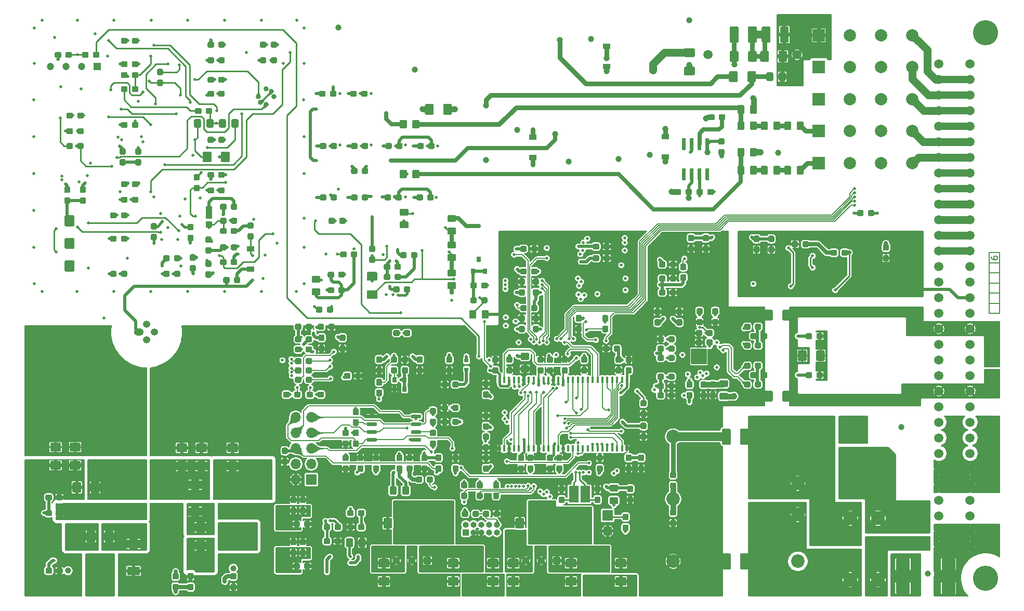
<source format=gbr>
G04 #@! TF.GenerationSoftware,KiCad,Pcbnew,5.1.5*
G04 #@! TF.CreationDate,2020-03-10T19:57:20+01:00*
G04 #@! TF.ProjectId,ETH1CDMM1,45544831-4344-44d4-9d31-2e6b69636164,rev?*
G04 #@! TF.SameCoordinates,Original*
G04 #@! TF.FileFunction,Copper,L6,Bot*
G04 #@! TF.FilePolarity,Positive*
%FSLAX46Y46*%
G04 Gerber Fmt 4.6, Leading zero omitted, Abs format (unit mm)*
G04 Created by KiCad (PCBNEW 5.1.5) date 2020-03-10 19:57:20*
%MOMM*%
%LPD*%
G04 APERTURE LIST*
%ADD10C,0.200000*%
%ADD11C,0.100000*%
%ADD12C,0.840000*%
%ADD13C,0.500000*%
%ADD14R,1.200000X1.200000*%
%ADD15C,1.200000*%
%ADD16O,1.200000X1.200000*%
%ADD17O,1.600000X1.200000*%
%ADD18C,1.500000*%
%ADD19C,2.200000*%
%ADD20R,0.650000X0.850000*%
%ADD21R,0.450000X1.000000*%
%ADD22R,1.500000X2.700000*%
%ADD23R,0.800000X0.900000*%
%ADD24C,2.300000*%
%ADD25C,2.000000*%
%ADD26R,2.000000X2.000000*%
%ADD27O,1.000000X1.000000*%
%ADD28R,1.000000X1.000000*%
%ADD29O,1.700000X1.700000*%
%ADD30R,1.700000X1.700000*%
%ADD31C,1.501140*%
%ADD32C,4.100000*%
%ADD33R,2.300000X5.600000*%
%ADD34R,1.200000X0.900000*%
%ADD35R,1.000000X2.000000*%
%ADD36R,0.700000X0.600000*%
%ADD37R,2.100000X1.400000*%
%ADD38C,1.000000*%
%ADD39C,0.127000*%
%ADD40C,0.508000*%
%ADD41C,0.381000*%
%ADD42C,0.889000*%
%ADD43C,0.254000*%
%ADD44C,1.016000*%
%ADD45C,1.397000*%
%ADD46C,0.762000*%
%ADD47C,1.270000*%
%ADD48C,0.635000*%
%ADD49C,1.143000*%
%ADD50C,0.025400*%
G04 APERTURE END LIST*
D10*
X227988880Y-92075023D02*
X227988880Y-92265500D01*
X228036500Y-92360738D01*
X228084119Y-92408357D01*
X228226976Y-92503595D01*
X228417452Y-92551214D01*
X228798404Y-92551214D01*
X228893642Y-92503595D01*
X228941261Y-92455976D01*
X228988880Y-92360738D01*
X228988880Y-92170261D01*
X228941261Y-92075023D01*
X228893642Y-92027404D01*
X228798404Y-91979785D01*
X228560309Y-91979785D01*
X228465071Y-92027404D01*
X228417452Y-92075023D01*
X228369833Y-92170261D01*
X228369833Y-92360738D01*
X228417452Y-92455976D01*
X228465071Y-92503595D01*
X228560309Y-92551214D01*
G04 #@! TA.AperFunction,SMDPad,CuDef*
D11*
G36*
X179465504Y-58126204D02*
G01*
X179489773Y-58129804D01*
X179513571Y-58135765D01*
X179536671Y-58144030D01*
X179558849Y-58154520D01*
X179579893Y-58167133D01*
X179599598Y-58181747D01*
X179617777Y-58198223D01*
X179634253Y-58216402D01*
X179648867Y-58236107D01*
X179661480Y-58257151D01*
X179671970Y-58279329D01*
X179680235Y-58302429D01*
X179686196Y-58326227D01*
X179689796Y-58350496D01*
X179691000Y-58375000D01*
X179691000Y-59300000D01*
X179689796Y-59324504D01*
X179686196Y-59348773D01*
X179680235Y-59372571D01*
X179671970Y-59395671D01*
X179661480Y-59417849D01*
X179648867Y-59438893D01*
X179634253Y-59458598D01*
X179617777Y-59476777D01*
X179599598Y-59493253D01*
X179579893Y-59507867D01*
X179558849Y-59520480D01*
X179536671Y-59530970D01*
X179513571Y-59539235D01*
X179489773Y-59545196D01*
X179465504Y-59548796D01*
X179441000Y-59550000D01*
X178191000Y-59550000D01*
X178166496Y-59548796D01*
X178142227Y-59545196D01*
X178118429Y-59539235D01*
X178095329Y-59530970D01*
X178073151Y-59520480D01*
X178052107Y-59507867D01*
X178032402Y-59493253D01*
X178014223Y-59476777D01*
X177997747Y-59458598D01*
X177983133Y-59438893D01*
X177970520Y-59417849D01*
X177960030Y-59395671D01*
X177951765Y-59372571D01*
X177945804Y-59348773D01*
X177942204Y-59324504D01*
X177941000Y-59300000D01*
X177941000Y-58375000D01*
X177942204Y-58350496D01*
X177945804Y-58326227D01*
X177951765Y-58302429D01*
X177960030Y-58279329D01*
X177970520Y-58257151D01*
X177983133Y-58236107D01*
X177997747Y-58216402D01*
X178014223Y-58198223D01*
X178032402Y-58181747D01*
X178052107Y-58167133D01*
X178073151Y-58154520D01*
X178095329Y-58144030D01*
X178118429Y-58135765D01*
X178142227Y-58129804D01*
X178166496Y-58126204D01*
X178191000Y-58125000D01*
X179441000Y-58125000D01*
X179465504Y-58126204D01*
G37*
G04 #@! TD.AperFunction*
G04 #@! TA.AperFunction,SMDPad,CuDef*
G36*
X179465504Y-61101204D02*
G01*
X179489773Y-61104804D01*
X179513571Y-61110765D01*
X179536671Y-61119030D01*
X179558849Y-61129520D01*
X179579893Y-61142133D01*
X179599598Y-61156747D01*
X179617777Y-61173223D01*
X179634253Y-61191402D01*
X179648867Y-61211107D01*
X179661480Y-61232151D01*
X179671970Y-61254329D01*
X179680235Y-61277429D01*
X179686196Y-61301227D01*
X179689796Y-61325496D01*
X179691000Y-61350000D01*
X179691000Y-62275000D01*
X179689796Y-62299504D01*
X179686196Y-62323773D01*
X179680235Y-62347571D01*
X179671970Y-62370671D01*
X179661480Y-62392849D01*
X179648867Y-62413893D01*
X179634253Y-62433598D01*
X179617777Y-62451777D01*
X179599598Y-62468253D01*
X179579893Y-62482867D01*
X179558849Y-62495480D01*
X179536671Y-62505970D01*
X179513571Y-62514235D01*
X179489773Y-62520196D01*
X179465504Y-62523796D01*
X179441000Y-62525000D01*
X178191000Y-62525000D01*
X178166496Y-62523796D01*
X178142227Y-62520196D01*
X178118429Y-62514235D01*
X178095329Y-62505970D01*
X178073151Y-62495480D01*
X178052107Y-62482867D01*
X178032402Y-62468253D01*
X178014223Y-62451777D01*
X177997747Y-62433598D01*
X177983133Y-62413893D01*
X177970520Y-62392849D01*
X177960030Y-62370671D01*
X177951765Y-62347571D01*
X177945804Y-62323773D01*
X177942204Y-62299504D01*
X177941000Y-62275000D01*
X177941000Y-61350000D01*
X177942204Y-61325496D01*
X177945804Y-61301227D01*
X177951765Y-61277429D01*
X177960030Y-61254329D01*
X177970520Y-61232151D01*
X177983133Y-61211107D01*
X177997747Y-61191402D01*
X178014223Y-61173223D01*
X178032402Y-61156747D01*
X178052107Y-61142133D01*
X178073151Y-61129520D01*
X178095329Y-61119030D01*
X178118429Y-61110765D01*
X178142227Y-61104804D01*
X178166496Y-61101204D01*
X178191000Y-61100000D01*
X179441000Y-61100000D01*
X179465504Y-61101204D01*
G37*
G04 #@! TD.AperFunction*
G04 #@! TA.AperFunction,SMDPad,CuDef*
G36*
X186578504Y-58562204D02*
G01*
X186602773Y-58565804D01*
X186626571Y-58571765D01*
X186649671Y-58580030D01*
X186671849Y-58590520D01*
X186692893Y-58603133D01*
X186712598Y-58617747D01*
X186730777Y-58634223D01*
X186747253Y-58652402D01*
X186761867Y-58672107D01*
X186774480Y-58693151D01*
X186784970Y-58715329D01*
X186793235Y-58738429D01*
X186799196Y-58762227D01*
X186802796Y-58786496D01*
X186804000Y-58811000D01*
X186804000Y-60061000D01*
X186802796Y-60085504D01*
X186799196Y-60109773D01*
X186793235Y-60133571D01*
X186784970Y-60156671D01*
X186774480Y-60178849D01*
X186761867Y-60199893D01*
X186747253Y-60219598D01*
X186730777Y-60237777D01*
X186712598Y-60254253D01*
X186692893Y-60268867D01*
X186671849Y-60281480D01*
X186649671Y-60291970D01*
X186626571Y-60300235D01*
X186602773Y-60306196D01*
X186578504Y-60309796D01*
X186554000Y-60311000D01*
X185629000Y-60311000D01*
X185604496Y-60309796D01*
X185580227Y-60306196D01*
X185556429Y-60300235D01*
X185533329Y-60291970D01*
X185511151Y-60281480D01*
X185490107Y-60268867D01*
X185470402Y-60254253D01*
X185452223Y-60237777D01*
X185435747Y-60219598D01*
X185421133Y-60199893D01*
X185408520Y-60178849D01*
X185398030Y-60156671D01*
X185389765Y-60133571D01*
X185383804Y-60109773D01*
X185380204Y-60085504D01*
X185379000Y-60061000D01*
X185379000Y-58811000D01*
X185380204Y-58786496D01*
X185383804Y-58762227D01*
X185389765Y-58738429D01*
X185398030Y-58715329D01*
X185408520Y-58693151D01*
X185421133Y-58672107D01*
X185435747Y-58652402D01*
X185452223Y-58634223D01*
X185470402Y-58617747D01*
X185490107Y-58603133D01*
X185511151Y-58590520D01*
X185533329Y-58580030D01*
X185556429Y-58571765D01*
X185580227Y-58565804D01*
X185604496Y-58562204D01*
X185629000Y-58561000D01*
X186554000Y-58561000D01*
X186578504Y-58562204D01*
G37*
G04 #@! TD.AperFunction*
G04 #@! TA.AperFunction,SMDPad,CuDef*
G36*
X189553504Y-58562204D02*
G01*
X189577773Y-58565804D01*
X189601571Y-58571765D01*
X189624671Y-58580030D01*
X189646849Y-58590520D01*
X189667893Y-58603133D01*
X189687598Y-58617747D01*
X189705777Y-58634223D01*
X189722253Y-58652402D01*
X189736867Y-58672107D01*
X189749480Y-58693151D01*
X189759970Y-58715329D01*
X189768235Y-58738429D01*
X189774196Y-58762227D01*
X189777796Y-58786496D01*
X189779000Y-58811000D01*
X189779000Y-60061000D01*
X189777796Y-60085504D01*
X189774196Y-60109773D01*
X189768235Y-60133571D01*
X189759970Y-60156671D01*
X189749480Y-60178849D01*
X189736867Y-60199893D01*
X189722253Y-60219598D01*
X189705777Y-60237777D01*
X189687598Y-60254253D01*
X189667893Y-60268867D01*
X189646849Y-60281480D01*
X189624671Y-60291970D01*
X189601571Y-60300235D01*
X189577773Y-60306196D01*
X189553504Y-60309796D01*
X189529000Y-60311000D01*
X188604000Y-60311000D01*
X188579496Y-60309796D01*
X188555227Y-60306196D01*
X188531429Y-60300235D01*
X188508329Y-60291970D01*
X188486151Y-60281480D01*
X188465107Y-60268867D01*
X188445402Y-60254253D01*
X188427223Y-60237777D01*
X188410747Y-60219598D01*
X188396133Y-60199893D01*
X188383520Y-60178849D01*
X188373030Y-60156671D01*
X188364765Y-60133571D01*
X188358804Y-60109773D01*
X188355204Y-60085504D01*
X188354000Y-60061000D01*
X188354000Y-58811000D01*
X188355204Y-58786496D01*
X188358804Y-58762227D01*
X188364765Y-58738429D01*
X188373030Y-58715329D01*
X188383520Y-58693151D01*
X188396133Y-58672107D01*
X188410747Y-58652402D01*
X188427223Y-58634223D01*
X188445402Y-58617747D01*
X188465107Y-58603133D01*
X188486151Y-58590520D01*
X188508329Y-58580030D01*
X188531429Y-58571765D01*
X188555227Y-58565804D01*
X188579496Y-58562204D01*
X188604000Y-58561000D01*
X189529000Y-58561000D01*
X189553504Y-58562204D01*
G37*
G04 #@! TD.AperFunction*
G04 #@! TA.AperFunction,SMDPad,CuDef*
G36*
X191531504Y-58562204D02*
G01*
X191555773Y-58565804D01*
X191579571Y-58571765D01*
X191602671Y-58580030D01*
X191624849Y-58590520D01*
X191645893Y-58603133D01*
X191665598Y-58617747D01*
X191683777Y-58634223D01*
X191700253Y-58652402D01*
X191714867Y-58672107D01*
X191727480Y-58693151D01*
X191737970Y-58715329D01*
X191746235Y-58738429D01*
X191752196Y-58762227D01*
X191755796Y-58786496D01*
X191757000Y-58811000D01*
X191757000Y-60061000D01*
X191755796Y-60085504D01*
X191752196Y-60109773D01*
X191746235Y-60133571D01*
X191737970Y-60156671D01*
X191727480Y-60178849D01*
X191714867Y-60199893D01*
X191700253Y-60219598D01*
X191683777Y-60237777D01*
X191665598Y-60254253D01*
X191645893Y-60268867D01*
X191624849Y-60281480D01*
X191602671Y-60291970D01*
X191579571Y-60300235D01*
X191555773Y-60306196D01*
X191531504Y-60309796D01*
X191507000Y-60311000D01*
X190582000Y-60311000D01*
X190557496Y-60309796D01*
X190533227Y-60306196D01*
X190509429Y-60300235D01*
X190486329Y-60291970D01*
X190464151Y-60281480D01*
X190443107Y-60268867D01*
X190423402Y-60254253D01*
X190405223Y-60237777D01*
X190388747Y-60219598D01*
X190374133Y-60199893D01*
X190361520Y-60178849D01*
X190351030Y-60156671D01*
X190342765Y-60133571D01*
X190336804Y-60109773D01*
X190333204Y-60085504D01*
X190332000Y-60061000D01*
X190332000Y-58811000D01*
X190333204Y-58786496D01*
X190336804Y-58762227D01*
X190342765Y-58738429D01*
X190351030Y-58715329D01*
X190361520Y-58693151D01*
X190374133Y-58672107D01*
X190388747Y-58652402D01*
X190405223Y-58634223D01*
X190423402Y-58617747D01*
X190443107Y-58603133D01*
X190464151Y-58590520D01*
X190486329Y-58580030D01*
X190509429Y-58571765D01*
X190533227Y-58565804D01*
X190557496Y-58562204D01*
X190582000Y-58561000D01*
X191507000Y-58561000D01*
X191531504Y-58562204D01*
G37*
G04 #@! TD.AperFunction*
G04 #@! TA.AperFunction,SMDPad,CuDef*
G36*
X194506504Y-58562204D02*
G01*
X194530773Y-58565804D01*
X194554571Y-58571765D01*
X194577671Y-58580030D01*
X194599849Y-58590520D01*
X194620893Y-58603133D01*
X194640598Y-58617747D01*
X194658777Y-58634223D01*
X194675253Y-58652402D01*
X194689867Y-58672107D01*
X194702480Y-58693151D01*
X194712970Y-58715329D01*
X194721235Y-58738429D01*
X194727196Y-58762227D01*
X194730796Y-58786496D01*
X194732000Y-58811000D01*
X194732000Y-60061000D01*
X194730796Y-60085504D01*
X194727196Y-60109773D01*
X194721235Y-60133571D01*
X194712970Y-60156671D01*
X194702480Y-60178849D01*
X194689867Y-60199893D01*
X194675253Y-60219598D01*
X194658777Y-60237777D01*
X194640598Y-60254253D01*
X194620893Y-60268867D01*
X194599849Y-60281480D01*
X194577671Y-60291970D01*
X194554571Y-60300235D01*
X194530773Y-60306196D01*
X194506504Y-60309796D01*
X194482000Y-60311000D01*
X193557000Y-60311000D01*
X193532496Y-60309796D01*
X193508227Y-60306196D01*
X193484429Y-60300235D01*
X193461329Y-60291970D01*
X193439151Y-60281480D01*
X193418107Y-60268867D01*
X193398402Y-60254253D01*
X193380223Y-60237777D01*
X193363747Y-60219598D01*
X193349133Y-60199893D01*
X193336520Y-60178849D01*
X193326030Y-60156671D01*
X193317765Y-60133571D01*
X193311804Y-60109773D01*
X193308204Y-60085504D01*
X193307000Y-60061000D01*
X193307000Y-58811000D01*
X193308204Y-58786496D01*
X193311804Y-58762227D01*
X193317765Y-58738429D01*
X193326030Y-58715329D01*
X193336520Y-58693151D01*
X193349133Y-58672107D01*
X193363747Y-58652402D01*
X193380223Y-58634223D01*
X193398402Y-58617747D01*
X193418107Y-58603133D01*
X193439151Y-58590520D01*
X193461329Y-58580030D01*
X193484429Y-58571765D01*
X193508227Y-58565804D01*
X193532496Y-58562204D01*
X193557000Y-58561000D01*
X194482000Y-58561000D01*
X194506504Y-58562204D01*
G37*
G04 #@! TD.AperFunction*
G04 #@! TA.AperFunction,SMDPad,CuDef*
G36*
X186451504Y-61864204D02*
G01*
X186475773Y-61867804D01*
X186499571Y-61873765D01*
X186522671Y-61882030D01*
X186544849Y-61892520D01*
X186565893Y-61905133D01*
X186585598Y-61919747D01*
X186603777Y-61936223D01*
X186620253Y-61954402D01*
X186634867Y-61974107D01*
X186647480Y-61995151D01*
X186657970Y-62017329D01*
X186666235Y-62040429D01*
X186672196Y-62064227D01*
X186675796Y-62088496D01*
X186677000Y-62113000D01*
X186677000Y-63363000D01*
X186675796Y-63387504D01*
X186672196Y-63411773D01*
X186666235Y-63435571D01*
X186657970Y-63458671D01*
X186647480Y-63480849D01*
X186634867Y-63501893D01*
X186620253Y-63521598D01*
X186603777Y-63539777D01*
X186585598Y-63556253D01*
X186565893Y-63570867D01*
X186544849Y-63583480D01*
X186522671Y-63593970D01*
X186499571Y-63602235D01*
X186475773Y-63608196D01*
X186451504Y-63611796D01*
X186427000Y-63613000D01*
X185502000Y-63613000D01*
X185477496Y-63611796D01*
X185453227Y-63608196D01*
X185429429Y-63602235D01*
X185406329Y-63593970D01*
X185384151Y-63583480D01*
X185363107Y-63570867D01*
X185343402Y-63556253D01*
X185325223Y-63539777D01*
X185308747Y-63521598D01*
X185294133Y-63501893D01*
X185281520Y-63480849D01*
X185271030Y-63458671D01*
X185262765Y-63435571D01*
X185256804Y-63411773D01*
X185253204Y-63387504D01*
X185252000Y-63363000D01*
X185252000Y-62113000D01*
X185253204Y-62088496D01*
X185256804Y-62064227D01*
X185262765Y-62040429D01*
X185271030Y-62017329D01*
X185281520Y-61995151D01*
X185294133Y-61974107D01*
X185308747Y-61954402D01*
X185325223Y-61936223D01*
X185343402Y-61919747D01*
X185363107Y-61905133D01*
X185384151Y-61892520D01*
X185406329Y-61882030D01*
X185429429Y-61873765D01*
X185453227Y-61867804D01*
X185477496Y-61864204D01*
X185502000Y-61863000D01*
X186427000Y-61863000D01*
X186451504Y-61864204D01*
G37*
G04 #@! TD.AperFunction*
G04 #@! TA.AperFunction,SMDPad,CuDef*
G36*
X189426504Y-61864204D02*
G01*
X189450773Y-61867804D01*
X189474571Y-61873765D01*
X189497671Y-61882030D01*
X189519849Y-61892520D01*
X189540893Y-61905133D01*
X189560598Y-61919747D01*
X189578777Y-61936223D01*
X189595253Y-61954402D01*
X189609867Y-61974107D01*
X189622480Y-61995151D01*
X189632970Y-62017329D01*
X189641235Y-62040429D01*
X189647196Y-62064227D01*
X189650796Y-62088496D01*
X189652000Y-62113000D01*
X189652000Y-63363000D01*
X189650796Y-63387504D01*
X189647196Y-63411773D01*
X189641235Y-63435571D01*
X189632970Y-63458671D01*
X189622480Y-63480849D01*
X189609867Y-63501893D01*
X189595253Y-63521598D01*
X189578777Y-63539777D01*
X189560598Y-63556253D01*
X189540893Y-63570867D01*
X189519849Y-63583480D01*
X189497671Y-63593970D01*
X189474571Y-63602235D01*
X189450773Y-63608196D01*
X189426504Y-63611796D01*
X189402000Y-63613000D01*
X188477000Y-63613000D01*
X188452496Y-63611796D01*
X188428227Y-63608196D01*
X188404429Y-63602235D01*
X188381329Y-63593970D01*
X188359151Y-63583480D01*
X188338107Y-63570867D01*
X188318402Y-63556253D01*
X188300223Y-63539777D01*
X188283747Y-63521598D01*
X188269133Y-63501893D01*
X188256520Y-63480849D01*
X188246030Y-63458671D01*
X188237765Y-63435571D01*
X188231804Y-63411773D01*
X188228204Y-63387504D01*
X188227000Y-63363000D01*
X188227000Y-62113000D01*
X188228204Y-62088496D01*
X188231804Y-62064227D01*
X188237765Y-62040429D01*
X188246030Y-62017329D01*
X188256520Y-61995151D01*
X188269133Y-61974107D01*
X188283747Y-61954402D01*
X188300223Y-61936223D01*
X188318402Y-61919747D01*
X188338107Y-61905133D01*
X188359151Y-61892520D01*
X188381329Y-61882030D01*
X188404429Y-61873765D01*
X188428227Y-61867804D01*
X188452496Y-61864204D01*
X188477000Y-61863000D01*
X189402000Y-61863000D01*
X189426504Y-61864204D01*
G37*
G04 #@! TD.AperFunction*
G04 #@! TA.AperFunction,SMDPad,CuDef*
G36*
X139896504Y-67198204D02*
G01*
X139920773Y-67201804D01*
X139944571Y-67207765D01*
X139967671Y-67216030D01*
X139989849Y-67226520D01*
X140010893Y-67239133D01*
X140030598Y-67253747D01*
X140048777Y-67270223D01*
X140065253Y-67288402D01*
X140079867Y-67308107D01*
X140092480Y-67329151D01*
X140102970Y-67351329D01*
X140111235Y-67374429D01*
X140117196Y-67398227D01*
X140120796Y-67422496D01*
X140122000Y-67447000D01*
X140122000Y-68697000D01*
X140120796Y-68721504D01*
X140117196Y-68745773D01*
X140111235Y-68769571D01*
X140102970Y-68792671D01*
X140092480Y-68814849D01*
X140079867Y-68835893D01*
X140065253Y-68855598D01*
X140048777Y-68873777D01*
X140030598Y-68890253D01*
X140010893Y-68904867D01*
X139989849Y-68917480D01*
X139967671Y-68927970D01*
X139944571Y-68936235D01*
X139920773Y-68942196D01*
X139896504Y-68945796D01*
X139872000Y-68947000D01*
X138947000Y-68947000D01*
X138922496Y-68945796D01*
X138898227Y-68942196D01*
X138874429Y-68936235D01*
X138851329Y-68927970D01*
X138829151Y-68917480D01*
X138808107Y-68904867D01*
X138788402Y-68890253D01*
X138770223Y-68873777D01*
X138753747Y-68855598D01*
X138739133Y-68835893D01*
X138726520Y-68814849D01*
X138716030Y-68792671D01*
X138707765Y-68769571D01*
X138701804Y-68745773D01*
X138698204Y-68721504D01*
X138697000Y-68697000D01*
X138697000Y-67447000D01*
X138698204Y-67422496D01*
X138701804Y-67398227D01*
X138707765Y-67374429D01*
X138716030Y-67351329D01*
X138726520Y-67329151D01*
X138739133Y-67308107D01*
X138753747Y-67288402D01*
X138770223Y-67270223D01*
X138788402Y-67253747D01*
X138808107Y-67239133D01*
X138829151Y-67226520D01*
X138851329Y-67216030D01*
X138874429Y-67207765D01*
X138898227Y-67201804D01*
X138922496Y-67198204D01*
X138947000Y-67197000D01*
X139872000Y-67197000D01*
X139896504Y-67198204D01*
G37*
G04 #@! TD.AperFunction*
G04 #@! TA.AperFunction,SMDPad,CuDef*
G36*
X136921504Y-67198204D02*
G01*
X136945773Y-67201804D01*
X136969571Y-67207765D01*
X136992671Y-67216030D01*
X137014849Y-67226520D01*
X137035893Y-67239133D01*
X137055598Y-67253747D01*
X137073777Y-67270223D01*
X137090253Y-67288402D01*
X137104867Y-67308107D01*
X137117480Y-67329151D01*
X137127970Y-67351329D01*
X137136235Y-67374429D01*
X137142196Y-67398227D01*
X137145796Y-67422496D01*
X137147000Y-67447000D01*
X137147000Y-68697000D01*
X137145796Y-68721504D01*
X137142196Y-68745773D01*
X137136235Y-68769571D01*
X137127970Y-68792671D01*
X137117480Y-68814849D01*
X137104867Y-68835893D01*
X137090253Y-68855598D01*
X137073777Y-68873777D01*
X137055598Y-68890253D01*
X137035893Y-68904867D01*
X137014849Y-68917480D01*
X136992671Y-68927970D01*
X136969571Y-68936235D01*
X136945773Y-68942196D01*
X136921504Y-68945796D01*
X136897000Y-68947000D01*
X135972000Y-68947000D01*
X135947496Y-68945796D01*
X135923227Y-68942196D01*
X135899429Y-68936235D01*
X135876329Y-68927970D01*
X135854151Y-68917480D01*
X135833107Y-68904867D01*
X135813402Y-68890253D01*
X135795223Y-68873777D01*
X135778747Y-68855598D01*
X135764133Y-68835893D01*
X135751520Y-68814849D01*
X135741030Y-68792671D01*
X135732765Y-68769571D01*
X135726804Y-68745773D01*
X135723204Y-68721504D01*
X135722000Y-68697000D01*
X135722000Y-67447000D01*
X135723204Y-67422496D01*
X135726804Y-67398227D01*
X135732765Y-67374429D01*
X135741030Y-67351329D01*
X135751520Y-67329151D01*
X135764133Y-67308107D01*
X135778747Y-67288402D01*
X135795223Y-67270223D01*
X135813402Y-67253747D01*
X135833107Y-67239133D01*
X135854151Y-67226520D01*
X135876329Y-67216030D01*
X135899429Y-67207765D01*
X135923227Y-67201804D01*
X135947496Y-67198204D01*
X135972000Y-67197000D01*
X136897000Y-67197000D01*
X136921504Y-67198204D01*
G37*
G04 #@! TD.AperFunction*
G04 #@! TA.AperFunction,SMDPad,CuDef*
G36*
X118815779Y-100237144D02*
G01*
X118838834Y-100240563D01*
X118861443Y-100246227D01*
X118883387Y-100254079D01*
X118904457Y-100264044D01*
X118924448Y-100276026D01*
X118943168Y-100289910D01*
X118960438Y-100305562D01*
X118976090Y-100322832D01*
X118989974Y-100341552D01*
X119001956Y-100361543D01*
X119011921Y-100382613D01*
X119019773Y-100404557D01*
X119025437Y-100427166D01*
X119028856Y-100450221D01*
X119030000Y-100473500D01*
X119030000Y-100948500D01*
X119028856Y-100971779D01*
X119025437Y-100994834D01*
X119019773Y-101017443D01*
X119011921Y-101039387D01*
X119001956Y-101060457D01*
X118989974Y-101080448D01*
X118976090Y-101099168D01*
X118960438Y-101116438D01*
X118943168Y-101132090D01*
X118924448Y-101145974D01*
X118904457Y-101157956D01*
X118883387Y-101167921D01*
X118861443Y-101175773D01*
X118838834Y-101181437D01*
X118815779Y-101184856D01*
X118792500Y-101186000D01*
X118217500Y-101186000D01*
X118194221Y-101184856D01*
X118171166Y-101181437D01*
X118148557Y-101175773D01*
X118126613Y-101167921D01*
X118105543Y-101157956D01*
X118085552Y-101145974D01*
X118066832Y-101132090D01*
X118049562Y-101116438D01*
X118033910Y-101099168D01*
X118020026Y-101080448D01*
X118008044Y-101060457D01*
X117998079Y-101039387D01*
X117990227Y-101017443D01*
X117984563Y-100994834D01*
X117981144Y-100971779D01*
X117980000Y-100948500D01*
X117980000Y-100473500D01*
X117981144Y-100450221D01*
X117984563Y-100427166D01*
X117990227Y-100404557D01*
X117998079Y-100382613D01*
X118008044Y-100361543D01*
X118020026Y-100341552D01*
X118033910Y-100322832D01*
X118049562Y-100305562D01*
X118066832Y-100289910D01*
X118085552Y-100276026D01*
X118105543Y-100264044D01*
X118126613Y-100254079D01*
X118148557Y-100246227D01*
X118171166Y-100240563D01*
X118194221Y-100237144D01*
X118217500Y-100236000D01*
X118792500Y-100236000D01*
X118815779Y-100237144D01*
G37*
G04 #@! TD.AperFunction*
G04 #@! TA.AperFunction,SMDPad,CuDef*
G36*
X120565779Y-100237144D02*
G01*
X120588834Y-100240563D01*
X120611443Y-100246227D01*
X120633387Y-100254079D01*
X120654457Y-100264044D01*
X120674448Y-100276026D01*
X120693168Y-100289910D01*
X120710438Y-100305562D01*
X120726090Y-100322832D01*
X120739974Y-100341552D01*
X120751956Y-100361543D01*
X120761921Y-100382613D01*
X120769773Y-100404557D01*
X120775437Y-100427166D01*
X120778856Y-100450221D01*
X120780000Y-100473500D01*
X120780000Y-100948500D01*
X120778856Y-100971779D01*
X120775437Y-100994834D01*
X120769773Y-101017443D01*
X120761921Y-101039387D01*
X120751956Y-101060457D01*
X120739974Y-101080448D01*
X120726090Y-101099168D01*
X120710438Y-101116438D01*
X120693168Y-101132090D01*
X120674448Y-101145974D01*
X120654457Y-101157956D01*
X120633387Y-101167921D01*
X120611443Y-101175773D01*
X120588834Y-101181437D01*
X120565779Y-101184856D01*
X120542500Y-101186000D01*
X119967500Y-101186000D01*
X119944221Y-101184856D01*
X119921166Y-101181437D01*
X119898557Y-101175773D01*
X119876613Y-101167921D01*
X119855543Y-101157956D01*
X119835552Y-101145974D01*
X119816832Y-101132090D01*
X119799562Y-101116438D01*
X119783910Y-101099168D01*
X119770026Y-101080448D01*
X119758044Y-101060457D01*
X119748079Y-101039387D01*
X119740227Y-101017443D01*
X119734563Y-100994834D01*
X119731144Y-100971779D01*
X119730000Y-100948500D01*
X119730000Y-100473500D01*
X119731144Y-100450221D01*
X119734563Y-100427166D01*
X119740227Y-100404557D01*
X119748079Y-100382613D01*
X119758044Y-100361543D01*
X119770026Y-100341552D01*
X119783910Y-100322832D01*
X119799562Y-100305562D01*
X119816832Y-100289910D01*
X119835552Y-100276026D01*
X119855543Y-100264044D01*
X119876613Y-100254079D01*
X119898557Y-100246227D01*
X119921166Y-100240563D01*
X119944221Y-100237144D01*
X119967500Y-100236000D01*
X120542500Y-100236000D01*
X120565779Y-100237144D01*
G37*
G04 #@! TD.AperFunction*
G04 #@! TA.AperFunction,SMDPad,CuDef*
G36*
X145900505Y-100774204D02*
G01*
X145924773Y-100777804D01*
X145948572Y-100783765D01*
X145971671Y-100792030D01*
X145993850Y-100802520D01*
X146014893Y-100815132D01*
X146034599Y-100829747D01*
X146052777Y-100846223D01*
X146069253Y-100864401D01*
X146083868Y-100884107D01*
X146096480Y-100905150D01*
X146106970Y-100927329D01*
X146115235Y-100950428D01*
X146121196Y-100974227D01*
X146124796Y-100998495D01*
X146126000Y-101022999D01*
X146126000Y-101923001D01*
X146124796Y-101947505D01*
X146121196Y-101971773D01*
X146115235Y-101995572D01*
X146106970Y-102018671D01*
X146096480Y-102040850D01*
X146083868Y-102061893D01*
X146069253Y-102081599D01*
X146052777Y-102099777D01*
X146034599Y-102116253D01*
X146014893Y-102130868D01*
X145993850Y-102143480D01*
X145971671Y-102153970D01*
X145948572Y-102162235D01*
X145924773Y-102168196D01*
X145900505Y-102171796D01*
X145876001Y-102173000D01*
X145225999Y-102173000D01*
X145201495Y-102171796D01*
X145177227Y-102168196D01*
X145153428Y-102162235D01*
X145130329Y-102153970D01*
X145108150Y-102143480D01*
X145087107Y-102130868D01*
X145067401Y-102116253D01*
X145049223Y-102099777D01*
X145032747Y-102081599D01*
X145018132Y-102061893D01*
X145005520Y-102040850D01*
X144995030Y-102018671D01*
X144986765Y-101995572D01*
X144980804Y-101971773D01*
X144977204Y-101947505D01*
X144976000Y-101923001D01*
X144976000Y-101022999D01*
X144977204Y-100998495D01*
X144980804Y-100974227D01*
X144986765Y-100950428D01*
X144995030Y-100927329D01*
X145005520Y-100905150D01*
X145018132Y-100884107D01*
X145032747Y-100864401D01*
X145049223Y-100846223D01*
X145067401Y-100829747D01*
X145087107Y-100815132D01*
X145108150Y-100802520D01*
X145130329Y-100792030D01*
X145153428Y-100783765D01*
X145177227Y-100777804D01*
X145201495Y-100774204D01*
X145225999Y-100773000D01*
X145876001Y-100773000D01*
X145900505Y-100774204D01*
G37*
G04 #@! TD.AperFunction*
G04 #@! TA.AperFunction,SMDPad,CuDef*
G36*
X143850505Y-100774204D02*
G01*
X143874773Y-100777804D01*
X143898572Y-100783765D01*
X143921671Y-100792030D01*
X143943850Y-100802520D01*
X143964893Y-100815132D01*
X143984599Y-100829747D01*
X144002777Y-100846223D01*
X144019253Y-100864401D01*
X144033868Y-100884107D01*
X144046480Y-100905150D01*
X144056970Y-100927329D01*
X144065235Y-100950428D01*
X144071196Y-100974227D01*
X144074796Y-100998495D01*
X144076000Y-101022999D01*
X144076000Y-101923001D01*
X144074796Y-101947505D01*
X144071196Y-101971773D01*
X144065235Y-101995572D01*
X144056970Y-102018671D01*
X144046480Y-102040850D01*
X144033868Y-102061893D01*
X144019253Y-102081599D01*
X144002777Y-102099777D01*
X143984599Y-102116253D01*
X143964893Y-102130868D01*
X143943850Y-102143480D01*
X143921671Y-102153970D01*
X143898572Y-102162235D01*
X143874773Y-102168196D01*
X143850505Y-102171796D01*
X143826001Y-102173000D01*
X143175999Y-102173000D01*
X143151495Y-102171796D01*
X143127227Y-102168196D01*
X143103428Y-102162235D01*
X143080329Y-102153970D01*
X143058150Y-102143480D01*
X143037107Y-102130868D01*
X143017401Y-102116253D01*
X142999223Y-102099777D01*
X142982747Y-102081599D01*
X142968132Y-102061893D01*
X142955520Y-102040850D01*
X142945030Y-102018671D01*
X142936765Y-101995572D01*
X142930804Y-101971773D01*
X142927204Y-101947505D01*
X142926000Y-101923001D01*
X142926000Y-101022999D01*
X142927204Y-100998495D01*
X142930804Y-100974227D01*
X142936765Y-100950428D01*
X142945030Y-100927329D01*
X142955520Y-100905150D01*
X142968132Y-100884107D01*
X142982747Y-100864401D01*
X142999223Y-100846223D01*
X143017401Y-100829747D01*
X143037107Y-100815132D01*
X143058150Y-100802520D01*
X143080329Y-100792030D01*
X143103428Y-100783765D01*
X143127227Y-100777804D01*
X143151495Y-100774204D01*
X143175999Y-100773000D01*
X143826001Y-100773000D01*
X143850505Y-100774204D01*
G37*
G04 #@! TD.AperFunction*
G04 #@! TA.AperFunction,SMDPad,CuDef*
G36*
X118457505Y-97225204D02*
G01*
X118481773Y-97228804D01*
X118505572Y-97234765D01*
X118528671Y-97243030D01*
X118550850Y-97253520D01*
X118571893Y-97266132D01*
X118591599Y-97280747D01*
X118609777Y-97297223D01*
X118626253Y-97315401D01*
X118640868Y-97335107D01*
X118653480Y-97356150D01*
X118663970Y-97378329D01*
X118672235Y-97401428D01*
X118678196Y-97425227D01*
X118681796Y-97449495D01*
X118683000Y-97473999D01*
X118683000Y-98124001D01*
X118681796Y-98148505D01*
X118678196Y-98172773D01*
X118672235Y-98196572D01*
X118663970Y-98219671D01*
X118653480Y-98241850D01*
X118640868Y-98262893D01*
X118626253Y-98282599D01*
X118609777Y-98300777D01*
X118591599Y-98317253D01*
X118571893Y-98331868D01*
X118550850Y-98344480D01*
X118528671Y-98354970D01*
X118505572Y-98363235D01*
X118481773Y-98369196D01*
X118457505Y-98372796D01*
X118433001Y-98374000D01*
X117532999Y-98374000D01*
X117508495Y-98372796D01*
X117484227Y-98369196D01*
X117460428Y-98363235D01*
X117437329Y-98354970D01*
X117415150Y-98344480D01*
X117394107Y-98331868D01*
X117374401Y-98317253D01*
X117356223Y-98300777D01*
X117339747Y-98282599D01*
X117325132Y-98262893D01*
X117312520Y-98241850D01*
X117302030Y-98219671D01*
X117293765Y-98196572D01*
X117287804Y-98172773D01*
X117284204Y-98148505D01*
X117283000Y-98124001D01*
X117283000Y-97473999D01*
X117284204Y-97449495D01*
X117287804Y-97425227D01*
X117293765Y-97401428D01*
X117302030Y-97378329D01*
X117312520Y-97356150D01*
X117325132Y-97335107D01*
X117339747Y-97315401D01*
X117356223Y-97297223D01*
X117374401Y-97280747D01*
X117394107Y-97266132D01*
X117415150Y-97253520D01*
X117437329Y-97243030D01*
X117460428Y-97234765D01*
X117484227Y-97228804D01*
X117508495Y-97225204D01*
X117532999Y-97224000D01*
X118433001Y-97224000D01*
X118457505Y-97225204D01*
G37*
G04 #@! TD.AperFunction*
G04 #@! TA.AperFunction,SMDPad,CuDef*
G36*
X118457505Y-95175204D02*
G01*
X118481773Y-95178804D01*
X118505572Y-95184765D01*
X118528671Y-95193030D01*
X118550850Y-95203520D01*
X118571893Y-95216132D01*
X118591599Y-95230747D01*
X118609777Y-95247223D01*
X118626253Y-95265401D01*
X118640868Y-95285107D01*
X118653480Y-95306150D01*
X118663970Y-95328329D01*
X118672235Y-95351428D01*
X118678196Y-95375227D01*
X118681796Y-95399495D01*
X118683000Y-95423999D01*
X118683000Y-96074001D01*
X118681796Y-96098505D01*
X118678196Y-96122773D01*
X118672235Y-96146572D01*
X118663970Y-96169671D01*
X118653480Y-96191850D01*
X118640868Y-96212893D01*
X118626253Y-96232599D01*
X118609777Y-96250777D01*
X118591599Y-96267253D01*
X118571893Y-96281868D01*
X118550850Y-96294480D01*
X118528671Y-96304970D01*
X118505572Y-96313235D01*
X118481773Y-96319196D01*
X118457505Y-96322796D01*
X118433001Y-96324000D01*
X117532999Y-96324000D01*
X117508495Y-96322796D01*
X117484227Y-96319196D01*
X117460428Y-96313235D01*
X117437329Y-96304970D01*
X117415150Y-96294480D01*
X117394107Y-96281868D01*
X117374401Y-96267253D01*
X117356223Y-96250777D01*
X117339747Y-96232599D01*
X117325132Y-96212893D01*
X117312520Y-96191850D01*
X117302030Y-96169671D01*
X117293765Y-96146572D01*
X117287804Y-96122773D01*
X117284204Y-96098505D01*
X117283000Y-96074001D01*
X117283000Y-95423999D01*
X117284204Y-95399495D01*
X117287804Y-95375227D01*
X117293765Y-95351428D01*
X117302030Y-95328329D01*
X117312520Y-95306150D01*
X117325132Y-95285107D01*
X117339747Y-95265401D01*
X117356223Y-95247223D01*
X117374401Y-95230747D01*
X117394107Y-95216132D01*
X117415150Y-95203520D01*
X117437329Y-95193030D01*
X117460428Y-95184765D01*
X117484227Y-95178804D01*
X117508495Y-95175204D01*
X117532999Y-95174000D01*
X118433001Y-95174000D01*
X118457505Y-95175204D01*
G37*
G04 #@! TD.AperFunction*
G04 #@! TA.AperFunction,SMDPad,CuDef*
G36*
X132808505Y-86303204D02*
G01*
X132832773Y-86306804D01*
X132856572Y-86312765D01*
X132879671Y-86321030D01*
X132901850Y-86331520D01*
X132922893Y-86344132D01*
X132942599Y-86358747D01*
X132960777Y-86375223D01*
X132977253Y-86393401D01*
X132991868Y-86413107D01*
X133004480Y-86434150D01*
X133014970Y-86456329D01*
X133023235Y-86479428D01*
X133029196Y-86503227D01*
X133032796Y-86527495D01*
X133034000Y-86551999D01*
X133034000Y-87202001D01*
X133032796Y-87226505D01*
X133029196Y-87250773D01*
X133023235Y-87274572D01*
X133014970Y-87297671D01*
X133004480Y-87319850D01*
X132991868Y-87340893D01*
X132977253Y-87360599D01*
X132960777Y-87378777D01*
X132942599Y-87395253D01*
X132922893Y-87409868D01*
X132901850Y-87422480D01*
X132879671Y-87432970D01*
X132856572Y-87441235D01*
X132832773Y-87447196D01*
X132808505Y-87450796D01*
X132784001Y-87452000D01*
X131883999Y-87452000D01*
X131859495Y-87450796D01*
X131835227Y-87447196D01*
X131811428Y-87441235D01*
X131788329Y-87432970D01*
X131766150Y-87422480D01*
X131745107Y-87409868D01*
X131725401Y-87395253D01*
X131707223Y-87378777D01*
X131690747Y-87360599D01*
X131676132Y-87340893D01*
X131663520Y-87319850D01*
X131653030Y-87297671D01*
X131644765Y-87274572D01*
X131638804Y-87250773D01*
X131635204Y-87226505D01*
X131634000Y-87202001D01*
X131634000Y-86551999D01*
X131635204Y-86527495D01*
X131638804Y-86503227D01*
X131644765Y-86479428D01*
X131653030Y-86456329D01*
X131663520Y-86434150D01*
X131676132Y-86413107D01*
X131690747Y-86393401D01*
X131707223Y-86375223D01*
X131725401Y-86358747D01*
X131745107Y-86344132D01*
X131766150Y-86331520D01*
X131788329Y-86321030D01*
X131811428Y-86312765D01*
X131835227Y-86306804D01*
X131859495Y-86303204D01*
X131883999Y-86302000D01*
X132784001Y-86302000D01*
X132808505Y-86303204D01*
G37*
G04 #@! TD.AperFunction*
G04 #@! TA.AperFunction,SMDPad,CuDef*
G36*
X132808505Y-84253204D02*
G01*
X132832773Y-84256804D01*
X132856572Y-84262765D01*
X132879671Y-84271030D01*
X132901850Y-84281520D01*
X132922893Y-84294132D01*
X132942599Y-84308747D01*
X132960777Y-84325223D01*
X132977253Y-84343401D01*
X132991868Y-84363107D01*
X133004480Y-84384150D01*
X133014970Y-84406329D01*
X133023235Y-84429428D01*
X133029196Y-84453227D01*
X133032796Y-84477495D01*
X133034000Y-84501999D01*
X133034000Y-85152001D01*
X133032796Y-85176505D01*
X133029196Y-85200773D01*
X133023235Y-85224572D01*
X133014970Y-85247671D01*
X133004480Y-85269850D01*
X132991868Y-85290893D01*
X132977253Y-85310599D01*
X132960777Y-85328777D01*
X132942599Y-85345253D01*
X132922893Y-85359868D01*
X132901850Y-85372480D01*
X132879671Y-85382970D01*
X132856572Y-85391235D01*
X132832773Y-85397196D01*
X132808505Y-85400796D01*
X132784001Y-85402000D01*
X131883999Y-85402000D01*
X131859495Y-85400796D01*
X131835227Y-85397196D01*
X131811428Y-85391235D01*
X131788329Y-85382970D01*
X131766150Y-85372480D01*
X131745107Y-85359868D01*
X131725401Y-85345253D01*
X131707223Y-85328777D01*
X131690747Y-85310599D01*
X131676132Y-85290893D01*
X131663520Y-85269850D01*
X131653030Y-85247671D01*
X131644765Y-85224572D01*
X131638804Y-85200773D01*
X131635204Y-85176505D01*
X131634000Y-85152001D01*
X131634000Y-84501999D01*
X131635204Y-84477495D01*
X131638804Y-84453227D01*
X131644765Y-84429428D01*
X131653030Y-84406329D01*
X131663520Y-84384150D01*
X131676132Y-84363107D01*
X131690747Y-84343401D01*
X131707223Y-84325223D01*
X131725401Y-84308747D01*
X131745107Y-84294132D01*
X131766150Y-84281520D01*
X131788329Y-84271030D01*
X131811428Y-84262765D01*
X131835227Y-84256804D01*
X131859495Y-84253204D01*
X131883999Y-84252000D01*
X132784001Y-84252000D01*
X132808505Y-84253204D01*
G37*
G04 #@! TD.AperFunction*
G04 #@! TA.AperFunction,SMDPad,CuDef*
G36*
X119132779Y-106523144D02*
G01*
X119155834Y-106526563D01*
X119178443Y-106532227D01*
X119200387Y-106540079D01*
X119221457Y-106550044D01*
X119241448Y-106562026D01*
X119260168Y-106575910D01*
X119277438Y-106591562D01*
X119293090Y-106608832D01*
X119306974Y-106627552D01*
X119318956Y-106647543D01*
X119328921Y-106668613D01*
X119336773Y-106690557D01*
X119342437Y-106713166D01*
X119345856Y-106736221D01*
X119347000Y-106759500D01*
X119347000Y-107334500D01*
X119345856Y-107357779D01*
X119342437Y-107380834D01*
X119336773Y-107403443D01*
X119328921Y-107425387D01*
X119318956Y-107446457D01*
X119306974Y-107466448D01*
X119293090Y-107485168D01*
X119277438Y-107502438D01*
X119260168Y-107518090D01*
X119241448Y-107531974D01*
X119221457Y-107543956D01*
X119200387Y-107553921D01*
X119178443Y-107561773D01*
X119155834Y-107567437D01*
X119132779Y-107570856D01*
X119109500Y-107572000D01*
X118634500Y-107572000D01*
X118611221Y-107570856D01*
X118588166Y-107567437D01*
X118565557Y-107561773D01*
X118543613Y-107553921D01*
X118522543Y-107543956D01*
X118502552Y-107531974D01*
X118483832Y-107518090D01*
X118466562Y-107502438D01*
X118450910Y-107485168D01*
X118437026Y-107466448D01*
X118425044Y-107446457D01*
X118415079Y-107425387D01*
X118407227Y-107403443D01*
X118401563Y-107380834D01*
X118398144Y-107357779D01*
X118397000Y-107334500D01*
X118397000Y-106759500D01*
X118398144Y-106736221D01*
X118401563Y-106713166D01*
X118407227Y-106690557D01*
X118415079Y-106668613D01*
X118425044Y-106647543D01*
X118437026Y-106627552D01*
X118450910Y-106608832D01*
X118466562Y-106591562D01*
X118483832Y-106575910D01*
X118502552Y-106562026D01*
X118522543Y-106550044D01*
X118543613Y-106540079D01*
X118565557Y-106532227D01*
X118588166Y-106526563D01*
X118611221Y-106523144D01*
X118634500Y-106522000D01*
X119109500Y-106522000D01*
X119132779Y-106523144D01*
G37*
G04 #@! TD.AperFunction*
G04 #@! TA.AperFunction,SMDPad,CuDef*
G36*
X119132779Y-104773144D02*
G01*
X119155834Y-104776563D01*
X119178443Y-104782227D01*
X119200387Y-104790079D01*
X119221457Y-104800044D01*
X119241448Y-104812026D01*
X119260168Y-104825910D01*
X119277438Y-104841562D01*
X119293090Y-104858832D01*
X119306974Y-104877552D01*
X119318956Y-104897543D01*
X119328921Y-104918613D01*
X119336773Y-104940557D01*
X119342437Y-104963166D01*
X119345856Y-104986221D01*
X119347000Y-105009500D01*
X119347000Y-105584500D01*
X119345856Y-105607779D01*
X119342437Y-105630834D01*
X119336773Y-105653443D01*
X119328921Y-105675387D01*
X119318956Y-105696457D01*
X119306974Y-105716448D01*
X119293090Y-105735168D01*
X119277438Y-105752438D01*
X119260168Y-105768090D01*
X119241448Y-105781974D01*
X119221457Y-105793956D01*
X119200387Y-105803921D01*
X119178443Y-105811773D01*
X119155834Y-105817437D01*
X119132779Y-105820856D01*
X119109500Y-105822000D01*
X118634500Y-105822000D01*
X118611221Y-105820856D01*
X118588166Y-105817437D01*
X118565557Y-105811773D01*
X118543613Y-105803921D01*
X118522543Y-105793956D01*
X118502552Y-105781974D01*
X118483832Y-105768090D01*
X118466562Y-105752438D01*
X118450910Y-105735168D01*
X118437026Y-105716448D01*
X118425044Y-105696457D01*
X118415079Y-105675387D01*
X118407227Y-105653443D01*
X118401563Y-105630834D01*
X118398144Y-105607779D01*
X118397000Y-105584500D01*
X118397000Y-105009500D01*
X118398144Y-104986221D01*
X118401563Y-104963166D01*
X118407227Y-104940557D01*
X118415079Y-104918613D01*
X118425044Y-104897543D01*
X118437026Y-104877552D01*
X118450910Y-104858832D01*
X118466562Y-104841562D01*
X118483832Y-104825910D01*
X118502552Y-104812026D01*
X118522543Y-104800044D01*
X118543613Y-104790079D01*
X118565557Y-104782227D01*
X118588166Y-104776563D01*
X118611221Y-104773144D01*
X118634500Y-104772000D01*
X119109500Y-104772000D01*
X119132779Y-104773144D01*
G37*
G04 #@! TD.AperFunction*
G04 #@! TA.AperFunction,SMDPad,CuDef*
G36*
X122561779Y-106523144D02*
G01*
X122584834Y-106526563D01*
X122607443Y-106532227D01*
X122629387Y-106540079D01*
X122650457Y-106550044D01*
X122670448Y-106562026D01*
X122689168Y-106575910D01*
X122706438Y-106591562D01*
X122722090Y-106608832D01*
X122735974Y-106627552D01*
X122747956Y-106647543D01*
X122757921Y-106668613D01*
X122765773Y-106690557D01*
X122771437Y-106713166D01*
X122774856Y-106736221D01*
X122776000Y-106759500D01*
X122776000Y-107334500D01*
X122774856Y-107357779D01*
X122771437Y-107380834D01*
X122765773Y-107403443D01*
X122757921Y-107425387D01*
X122747956Y-107446457D01*
X122735974Y-107466448D01*
X122722090Y-107485168D01*
X122706438Y-107502438D01*
X122689168Y-107518090D01*
X122670448Y-107531974D01*
X122650457Y-107543956D01*
X122629387Y-107553921D01*
X122607443Y-107561773D01*
X122584834Y-107567437D01*
X122561779Y-107570856D01*
X122538500Y-107572000D01*
X122063500Y-107572000D01*
X122040221Y-107570856D01*
X122017166Y-107567437D01*
X121994557Y-107561773D01*
X121972613Y-107553921D01*
X121951543Y-107543956D01*
X121931552Y-107531974D01*
X121912832Y-107518090D01*
X121895562Y-107502438D01*
X121879910Y-107485168D01*
X121866026Y-107466448D01*
X121854044Y-107446457D01*
X121844079Y-107425387D01*
X121836227Y-107403443D01*
X121830563Y-107380834D01*
X121827144Y-107357779D01*
X121826000Y-107334500D01*
X121826000Y-106759500D01*
X121827144Y-106736221D01*
X121830563Y-106713166D01*
X121836227Y-106690557D01*
X121844079Y-106668613D01*
X121854044Y-106647543D01*
X121866026Y-106627552D01*
X121879910Y-106608832D01*
X121895562Y-106591562D01*
X121912832Y-106575910D01*
X121931552Y-106562026D01*
X121951543Y-106550044D01*
X121972613Y-106540079D01*
X121994557Y-106532227D01*
X122017166Y-106526563D01*
X122040221Y-106523144D01*
X122063500Y-106522000D01*
X122538500Y-106522000D01*
X122561779Y-106523144D01*
G37*
G04 #@! TD.AperFunction*
G04 #@! TA.AperFunction,SMDPad,CuDef*
G36*
X122561779Y-104773144D02*
G01*
X122584834Y-104776563D01*
X122607443Y-104782227D01*
X122629387Y-104790079D01*
X122650457Y-104800044D01*
X122670448Y-104812026D01*
X122689168Y-104825910D01*
X122706438Y-104841562D01*
X122722090Y-104858832D01*
X122735974Y-104877552D01*
X122747956Y-104897543D01*
X122757921Y-104918613D01*
X122765773Y-104940557D01*
X122771437Y-104963166D01*
X122774856Y-104986221D01*
X122776000Y-105009500D01*
X122776000Y-105584500D01*
X122774856Y-105607779D01*
X122771437Y-105630834D01*
X122765773Y-105653443D01*
X122757921Y-105675387D01*
X122747956Y-105696457D01*
X122735974Y-105716448D01*
X122722090Y-105735168D01*
X122706438Y-105752438D01*
X122689168Y-105768090D01*
X122670448Y-105781974D01*
X122650457Y-105793956D01*
X122629387Y-105803921D01*
X122607443Y-105811773D01*
X122584834Y-105817437D01*
X122561779Y-105820856D01*
X122538500Y-105822000D01*
X122063500Y-105822000D01*
X122040221Y-105820856D01*
X122017166Y-105817437D01*
X121994557Y-105811773D01*
X121972613Y-105803921D01*
X121951543Y-105793956D01*
X121931552Y-105781974D01*
X121912832Y-105768090D01*
X121895562Y-105752438D01*
X121879910Y-105735168D01*
X121866026Y-105716448D01*
X121854044Y-105696457D01*
X121844079Y-105675387D01*
X121836227Y-105653443D01*
X121830563Y-105630834D01*
X121827144Y-105607779D01*
X121826000Y-105584500D01*
X121826000Y-105009500D01*
X121827144Y-104986221D01*
X121830563Y-104963166D01*
X121836227Y-104940557D01*
X121844079Y-104918613D01*
X121854044Y-104897543D01*
X121866026Y-104877552D01*
X121879910Y-104858832D01*
X121895562Y-104841562D01*
X121912832Y-104825910D01*
X121931552Y-104812026D01*
X121951543Y-104800044D01*
X121972613Y-104790079D01*
X121994557Y-104782227D01*
X122017166Y-104776563D01*
X122040221Y-104773144D01*
X122063500Y-104772000D01*
X122538500Y-104772000D01*
X122561779Y-104773144D01*
G37*
G04 #@! TD.AperFunction*
G04 #@! TA.AperFunction,SMDPad,CuDef*
G36*
X117136779Y-103031144D02*
G01*
X117159834Y-103034563D01*
X117182443Y-103040227D01*
X117204387Y-103048079D01*
X117225457Y-103058044D01*
X117245448Y-103070026D01*
X117264168Y-103083910D01*
X117281438Y-103099562D01*
X117297090Y-103116832D01*
X117310974Y-103135552D01*
X117322956Y-103155543D01*
X117332921Y-103176613D01*
X117340773Y-103198557D01*
X117346437Y-103221166D01*
X117349856Y-103244221D01*
X117351000Y-103267500D01*
X117351000Y-103742500D01*
X117349856Y-103765779D01*
X117346437Y-103788834D01*
X117340773Y-103811443D01*
X117332921Y-103833387D01*
X117322956Y-103854457D01*
X117310974Y-103874448D01*
X117297090Y-103893168D01*
X117281438Y-103910438D01*
X117264168Y-103926090D01*
X117245448Y-103939974D01*
X117225457Y-103951956D01*
X117204387Y-103961921D01*
X117182443Y-103969773D01*
X117159834Y-103975437D01*
X117136779Y-103978856D01*
X117113500Y-103980000D01*
X116538500Y-103980000D01*
X116515221Y-103978856D01*
X116492166Y-103975437D01*
X116469557Y-103969773D01*
X116447613Y-103961921D01*
X116426543Y-103951956D01*
X116406552Y-103939974D01*
X116387832Y-103926090D01*
X116370562Y-103910438D01*
X116354910Y-103893168D01*
X116341026Y-103874448D01*
X116329044Y-103854457D01*
X116319079Y-103833387D01*
X116311227Y-103811443D01*
X116305563Y-103788834D01*
X116302144Y-103765779D01*
X116301000Y-103742500D01*
X116301000Y-103267500D01*
X116302144Y-103244221D01*
X116305563Y-103221166D01*
X116311227Y-103198557D01*
X116319079Y-103176613D01*
X116329044Y-103155543D01*
X116341026Y-103135552D01*
X116354910Y-103116832D01*
X116370562Y-103099562D01*
X116387832Y-103083910D01*
X116406552Y-103070026D01*
X116426543Y-103058044D01*
X116447613Y-103048079D01*
X116469557Y-103040227D01*
X116492166Y-103034563D01*
X116515221Y-103031144D01*
X116538500Y-103030000D01*
X117113500Y-103030000D01*
X117136779Y-103031144D01*
G37*
G04 #@! TD.AperFunction*
G04 #@! TA.AperFunction,SMDPad,CuDef*
G36*
X115386779Y-103031144D02*
G01*
X115409834Y-103034563D01*
X115432443Y-103040227D01*
X115454387Y-103048079D01*
X115475457Y-103058044D01*
X115495448Y-103070026D01*
X115514168Y-103083910D01*
X115531438Y-103099562D01*
X115547090Y-103116832D01*
X115560974Y-103135552D01*
X115572956Y-103155543D01*
X115582921Y-103176613D01*
X115590773Y-103198557D01*
X115596437Y-103221166D01*
X115599856Y-103244221D01*
X115601000Y-103267500D01*
X115601000Y-103742500D01*
X115599856Y-103765779D01*
X115596437Y-103788834D01*
X115590773Y-103811443D01*
X115582921Y-103833387D01*
X115572956Y-103854457D01*
X115560974Y-103874448D01*
X115547090Y-103893168D01*
X115531438Y-103910438D01*
X115514168Y-103926090D01*
X115495448Y-103939974D01*
X115475457Y-103951956D01*
X115454387Y-103961921D01*
X115432443Y-103969773D01*
X115409834Y-103975437D01*
X115386779Y-103978856D01*
X115363500Y-103980000D01*
X114788500Y-103980000D01*
X114765221Y-103978856D01*
X114742166Y-103975437D01*
X114719557Y-103969773D01*
X114697613Y-103961921D01*
X114676543Y-103951956D01*
X114656552Y-103939974D01*
X114637832Y-103926090D01*
X114620562Y-103910438D01*
X114604910Y-103893168D01*
X114591026Y-103874448D01*
X114579044Y-103854457D01*
X114569079Y-103833387D01*
X114561227Y-103811443D01*
X114555563Y-103788834D01*
X114552144Y-103765779D01*
X114551000Y-103742500D01*
X114551000Y-103267500D01*
X114552144Y-103244221D01*
X114555563Y-103221166D01*
X114561227Y-103198557D01*
X114569079Y-103176613D01*
X114579044Y-103155543D01*
X114591026Y-103135552D01*
X114604910Y-103116832D01*
X114620562Y-103099562D01*
X114637832Y-103083910D01*
X114656552Y-103070026D01*
X114676543Y-103058044D01*
X114697613Y-103048079D01*
X114719557Y-103040227D01*
X114742166Y-103034563D01*
X114765221Y-103031144D01*
X114788500Y-103030000D01*
X115363500Y-103030000D01*
X115386779Y-103031144D01*
G37*
G04 #@! TD.AperFunction*
G04 #@! TA.AperFunction,SMDPad,CuDef*
G36*
X120819779Y-103031144D02*
G01*
X120842834Y-103034563D01*
X120865443Y-103040227D01*
X120887387Y-103048079D01*
X120908457Y-103058044D01*
X120928448Y-103070026D01*
X120947168Y-103083910D01*
X120964438Y-103099562D01*
X120980090Y-103116832D01*
X120993974Y-103135552D01*
X121005956Y-103155543D01*
X121015921Y-103176613D01*
X121023773Y-103198557D01*
X121029437Y-103221166D01*
X121032856Y-103244221D01*
X121034000Y-103267500D01*
X121034000Y-103742500D01*
X121032856Y-103765779D01*
X121029437Y-103788834D01*
X121023773Y-103811443D01*
X121015921Y-103833387D01*
X121005956Y-103854457D01*
X120993974Y-103874448D01*
X120980090Y-103893168D01*
X120964438Y-103910438D01*
X120947168Y-103926090D01*
X120928448Y-103939974D01*
X120908457Y-103951956D01*
X120887387Y-103961921D01*
X120865443Y-103969773D01*
X120842834Y-103975437D01*
X120819779Y-103978856D01*
X120796500Y-103980000D01*
X120221500Y-103980000D01*
X120198221Y-103978856D01*
X120175166Y-103975437D01*
X120152557Y-103969773D01*
X120130613Y-103961921D01*
X120109543Y-103951956D01*
X120089552Y-103939974D01*
X120070832Y-103926090D01*
X120053562Y-103910438D01*
X120037910Y-103893168D01*
X120024026Y-103874448D01*
X120012044Y-103854457D01*
X120002079Y-103833387D01*
X119994227Y-103811443D01*
X119988563Y-103788834D01*
X119985144Y-103765779D01*
X119984000Y-103742500D01*
X119984000Y-103267500D01*
X119985144Y-103244221D01*
X119988563Y-103221166D01*
X119994227Y-103198557D01*
X120002079Y-103176613D01*
X120012044Y-103155543D01*
X120024026Y-103135552D01*
X120037910Y-103116832D01*
X120053562Y-103099562D01*
X120070832Y-103083910D01*
X120089552Y-103070026D01*
X120109543Y-103058044D01*
X120130613Y-103048079D01*
X120152557Y-103040227D01*
X120175166Y-103034563D01*
X120198221Y-103031144D01*
X120221500Y-103030000D01*
X120796500Y-103030000D01*
X120819779Y-103031144D01*
G37*
G04 #@! TD.AperFunction*
G04 #@! TA.AperFunction,SMDPad,CuDef*
G36*
X119069779Y-103031144D02*
G01*
X119092834Y-103034563D01*
X119115443Y-103040227D01*
X119137387Y-103048079D01*
X119158457Y-103058044D01*
X119178448Y-103070026D01*
X119197168Y-103083910D01*
X119214438Y-103099562D01*
X119230090Y-103116832D01*
X119243974Y-103135552D01*
X119255956Y-103155543D01*
X119265921Y-103176613D01*
X119273773Y-103198557D01*
X119279437Y-103221166D01*
X119282856Y-103244221D01*
X119284000Y-103267500D01*
X119284000Y-103742500D01*
X119282856Y-103765779D01*
X119279437Y-103788834D01*
X119273773Y-103811443D01*
X119265921Y-103833387D01*
X119255956Y-103854457D01*
X119243974Y-103874448D01*
X119230090Y-103893168D01*
X119214438Y-103910438D01*
X119197168Y-103926090D01*
X119178448Y-103939974D01*
X119158457Y-103951956D01*
X119137387Y-103961921D01*
X119115443Y-103969773D01*
X119092834Y-103975437D01*
X119069779Y-103978856D01*
X119046500Y-103980000D01*
X118471500Y-103980000D01*
X118448221Y-103978856D01*
X118425166Y-103975437D01*
X118402557Y-103969773D01*
X118380613Y-103961921D01*
X118359543Y-103951956D01*
X118339552Y-103939974D01*
X118320832Y-103926090D01*
X118303562Y-103910438D01*
X118287910Y-103893168D01*
X118274026Y-103874448D01*
X118262044Y-103854457D01*
X118252079Y-103833387D01*
X118244227Y-103811443D01*
X118238563Y-103788834D01*
X118235144Y-103765779D01*
X118234000Y-103742500D01*
X118234000Y-103267500D01*
X118235144Y-103244221D01*
X118238563Y-103221166D01*
X118244227Y-103198557D01*
X118252079Y-103176613D01*
X118262044Y-103155543D01*
X118274026Y-103135552D01*
X118287910Y-103116832D01*
X118303562Y-103099562D01*
X118320832Y-103083910D01*
X118339552Y-103070026D01*
X118359543Y-103058044D01*
X118380613Y-103048079D01*
X118402557Y-103040227D01*
X118425166Y-103034563D01*
X118448221Y-103031144D01*
X118471500Y-103030000D01*
X119046500Y-103030000D01*
X119069779Y-103031144D01*
G37*
G04 #@! TD.AperFunction*
G04 #@! TA.AperFunction,SMDPad,CuDef*
G36*
X128530779Y-112012144D02*
G01*
X128553834Y-112015563D01*
X128576443Y-112021227D01*
X128598387Y-112029079D01*
X128619457Y-112039044D01*
X128639448Y-112051026D01*
X128658168Y-112064910D01*
X128675438Y-112080562D01*
X128691090Y-112097832D01*
X128704974Y-112116552D01*
X128716956Y-112136543D01*
X128726921Y-112157613D01*
X128734773Y-112179557D01*
X128740437Y-112202166D01*
X128743856Y-112225221D01*
X128745000Y-112248500D01*
X128745000Y-112823500D01*
X128743856Y-112846779D01*
X128740437Y-112869834D01*
X128734773Y-112892443D01*
X128726921Y-112914387D01*
X128716956Y-112935457D01*
X128704974Y-112955448D01*
X128691090Y-112974168D01*
X128675438Y-112991438D01*
X128658168Y-113007090D01*
X128639448Y-113020974D01*
X128619457Y-113032956D01*
X128598387Y-113042921D01*
X128576443Y-113050773D01*
X128553834Y-113056437D01*
X128530779Y-113059856D01*
X128507500Y-113061000D01*
X128032500Y-113061000D01*
X128009221Y-113059856D01*
X127986166Y-113056437D01*
X127963557Y-113050773D01*
X127941613Y-113042921D01*
X127920543Y-113032956D01*
X127900552Y-113020974D01*
X127881832Y-113007090D01*
X127864562Y-112991438D01*
X127848910Y-112974168D01*
X127835026Y-112955448D01*
X127823044Y-112935457D01*
X127813079Y-112914387D01*
X127805227Y-112892443D01*
X127799563Y-112869834D01*
X127796144Y-112846779D01*
X127795000Y-112823500D01*
X127795000Y-112248500D01*
X127796144Y-112225221D01*
X127799563Y-112202166D01*
X127805227Y-112179557D01*
X127813079Y-112157613D01*
X127823044Y-112136543D01*
X127835026Y-112116552D01*
X127848910Y-112097832D01*
X127864562Y-112080562D01*
X127881832Y-112064910D01*
X127900552Y-112051026D01*
X127920543Y-112039044D01*
X127941613Y-112029079D01*
X127963557Y-112021227D01*
X127986166Y-112015563D01*
X128009221Y-112012144D01*
X128032500Y-112011000D01*
X128507500Y-112011000D01*
X128530779Y-112012144D01*
G37*
G04 #@! TD.AperFunction*
G04 #@! TA.AperFunction,SMDPad,CuDef*
G36*
X128530779Y-113762144D02*
G01*
X128553834Y-113765563D01*
X128576443Y-113771227D01*
X128598387Y-113779079D01*
X128619457Y-113789044D01*
X128639448Y-113801026D01*
X128658168Y-113814910D01*
X128675438Y-113830562D01*
X128691090Y-113847832D01*
X128704974Y-113866552D01*
X128716956Y-113886543D01*
X128726921Y-113907613D01*
X128734773Y-113929557D01*
X128740437Y-113952166D01*
X128743856Y-113975221D01*
X128745000Y-113998500D01*
X128745000Y-114573500D01*
X128743856Y-114596779D01*
X128740437Y-114619834D01*
X128734773Y-114642443D01*
X128726921Y-114664387D01*
X128716956Y-114685457D01*
X128704974Y-114705448D01*
X128691090Y-114724168D01*
X128675438Y-114741438D01*
X128658168Y-114757090D01*
X128639448Y-114770974D01*
X128619457Y-114782956D01*
X128598387Y-114792921D01*
X128576443Y-114800773D01*
X128553834Y-114806437D01*
X128530779Y-114809856D01*
X128507500Y-114811000D01*
X128032500Y-114811000D01*
X128009221Y-114809856D01*
X127986166Y-114806437D01*
X127963557Y-114800773D01*
X127941613Y-114792921D01*
X127920543Y-114782956D01*
X127900552Y-114770974D01*
X127881832Y-114757090D01*
X127864562Y-114741438D01*
X127848910Y-114724168D01*
X127835026Y-114705448D01*
X127823044Y-114685457D01*
X127813079Y-114664387D01*
X127805227Y-114642443D01*
X127799563Y-114619834D01*
X127796144Y-114596779D01*
X127795000Y-114573500D01*
X127795000Y-113998500D01*
X127796144Y-113975221D01*
X127799563Y-113952166D01*
X127805227Y-113929557D01*
X127813079Y-113907613D01*
X127823044Y-113886543D01*
X127835026Y-113866552D01*
X127848910Y-113847832D01*
X127864562Y-113830562D01*
X127881832Y-113814910D01*
X127900552Y-113801026D01*
X127920543Y-113789044D01*
X127941613Y-113779079D01*
X127963557Y-113771227D01*
X127986166Y-113765563D01*
X128009221Y-113762144D01*
X128032500Y-113761000D01*
X128507500Y-113761000D01*
X128530779Y-113762144D01*
G37*
G04 #@! TD.AperFunction*
G04 #@! TA.AperFunction,SMDPad,CuDef*
G36*
X165650779Y-91855144D02*
G01*
X165673834Y-91858563D01*
X165696443Y-91864227D01*
X165718387Y-91872079D01*
X165739457Y-91882044D01*
X165759448Y-91894026D01*
X165778168Y-91907910D01*
X165795438Y-91923562D01*
X165811090Y-91940832D01*
X165824974Y-91959552D01*
X165836956Y-91979543D01*
X165846921Y-92000613D01*
X165854773Y-92022557D01*
X165860437Y-92045166D01*
X165863856Y-92068221D01*
X165865000Y-92091500D01*
X165865000Y-92566500D01*
X165863856Y-92589779D01*
X165860437Y-92612834D01*
X165854773Y-92635443D01*
X165846921Y-92657387D01*
X165836956Y-92678457D01*
X165824974Y-92698448D01*
X165811090Y-92717168D01*
X165795438Y-92734438D01*
X165778168Y-92750090D01*
X165759448Y-92763974D01*
X165739457Y-92775956D01*
X165718387Y-92785921D01*
X165696443Y-92793773D01*
X165673834Y-92799437D01*
X165650779Y-92802856D01*
X165627500Y-92804000D01*
X165052500Y-92804000D01*
X165029221Y-92802856D01*
X165006166Y-92799437D01*
X164983557Y-92793773D01*
X164961613Y-92785921D01*
X164940543Y-92775956D01*
X164920552Y-92763974D01*
X164901832Y-92750090D01*
X164884562Y-92734438D01*
X164868910Y-92717168D01*
X164855026Y-92698448D01*
X164843044Y-92678457D01*
X164833079Y-92657387D01*
X164825227Y-92635443D01*
X164819563Y-92612834D01*
X164816144Y-92589779D01*
X164815000Y-92566500D01*
X164815000Y-92091500D01*
X164816144Y-92068221D01*
X164819563Y-92045166D01*
X164825227Y-92022557D01*
X164833079Y-92000613D01*
X164843044Y-91979543D01*
X164855026Y-91959552D01*
X164868910Y-91940832D01*
X164884562Y-91923562D01*
X164901832Y-91907910D01*
X164920552Y-91894026D01*
X164940543Y-91882044D01*
X164961613Y-91872079D01*
X164983557Y-91864227D01*
X165006166Y-91858563D01*
X165029221Y-91855144D01*
X165052500Y-91854000D01*
X165627500Y-91854000D01*
X165650779Y-91855144D01*
G37*
G04 #@! TD.AperFunction*
G04 #@! TA.AperFunction,SMDPad,CuDef*
G36*
X163900779Y-91855144D02*
G01*
X163923834Y-91858563D01*
X163946443Y-91864227D01*
X163968387Y-91872079D01*
X163989457Y-91882044D01*
X164009448Y-91894026D01*
X164028168Y-91907910D01*
X164045438Y-91923562D01*
X164061090Y-91940832D01*
X164074974Y-91959552D01*
X164086956Y-91979543D01*
X164096921Y-92000613D01*
X164104773Y-92022557D01*
X164110437Y-92045166D01*
X164113856Y-92068221D01*
X164115000Y-92091500D01*
X164115000Y-92566500D01*
X164113856Y-92589779D01*
X164110437Y-92612834D01*
X164104773Y-92635443D01*
X164096921Y-92657387D01*
X164086956Y-92678457D01*
X164074974Y-92698448D01*
X164061090Y-92717168D01*
X164045438Y-92734438D01*
X164028168Y-92750090D01*
X164009448Y-92763974D01*
X163989457Y-92775956D01*
X163968387Y-92785921D01*
X163946443Y-92793773D01*
X163923834Y-92799437D01*
X163900779Y-92802856D01*
X163877500Y-92804000D01*
X163302500Y-92804000D01*
X163279221Y-92802856D01*
X163256166Y-92799437D01*
X163233557Y-92793773D01*
X163211613Y-92785921D01*
X163190543Y-92775956D01*
X163170552Y-92763974D01*
X163151832Y-92750090D01*
X163134562Y-92734438D01*
X163118910Y-92717168D01*
X163105026Y-92698448D01*
X163093044Y-92678457D01*
X163083079Y-92657387D01*
X163075227Y-92635443D01*
X163069563Y-92612834D01*
X163066144Y-92589779D01*
X163065000Y-92566500D01*
X163065000Y-92091500D01*
X163066144Y-92068221D01*
X163069563Y-92045166D01*
X163075227Y-92022557D01*
X163083079Y-92000613D01*
X163093044Y-91979543D01*
X163105026Y-91959552D01*
X163118910Y-91940832D01*
X163134562Y-91923562D01*
X163151832Y-91907910D01*
X163170552Y-91894026D01*
X163190543Y-91882044D01*
X163211613Y-91872079D01*
X163233557Y-91864227D01*
X163256166Y-91858563D01*
X163279221Y-91855144D01*
X163302500Y-91854000D01*
X163877500Y-91854000D01*
X163900779Y-91855144D01*
G37*
G04 #@! TD.AperFunction*
G04 #@! TA.AperFunction,SMDPad,CuDef*
G36*
X165650779Y-89950144D02*
G01*
X165673834Y-89953563D01*
X165696443Y-89959227D01*
X165718387Y-89967079D01*
X165739457Y-89977044D01*
X165759448Y-89989026D01*
X165778168Y-90002910D01*
X165795438Y-90018562D01*
X165811090Y-90035832D01*
X165824974Y-90054552D01*
X165836956Y-90074543D01*
X165846921Y-90095613D01*
X165854773Y-90117557D01*
X165860437Y-90140166D01*
X165863856Y-90163221D01*
X165865000Y-90186500D01*
X165865000Y-90661500D01*
X165863856Y-90684779D01*
X165860437Y-90707834D01*
X165854773Y-90730443D01*
X165846921Y-90752387D01*
X165836956Y-90773457D01*
X165824974Y-90793448D01*
X165811090Y-90812168D01*
X165795438Y-90829438D01*
X165778168Y-90845090D01*
X165759448Y-90858974D01*
X165739457Y-90870956D01*
X165718387Y-90880921D01*
X165696443Y-90888773D01*
X165673834Y-90894437D01*
X165650779Y-90897856D01*
X165627500Y-90899000D01*
X165052500Y-90899000D01*
X165029221Y-90897856D01*
X165006166Y-90894437D01*
X164983557Y-90888773D01*
X164961613Y-90880921D01*
X164940543Y-90870956D01*
X164920552Y-90858974D01*
X164901832Y-90845090D01*
X164884562Y-90829438D01*
X164868910Y-90812168D01*
X164855026Y-90793448D01*
X164843044Y-90773457D01*
X164833079Y-90752387D01*
X164825227Y-90730443D01*
X164819563Y-90707834D01*
X164816144Y-90684779D01*
X164815000Y-90661500D01*
X164815000Y-90186500D01*
X164816144Y-90163221D01*
X164819563Y-90140166D01*
X164825227Y-90117557D01*
X164833079Y-90095613D01*
X164843044Y-90074543D01*
X164855026Y-90054552D01*
X164868910Y-90035832D01*
X164884562Y-90018562D01*
X164901832Y-90002910D01*
X164920552Y-89989026D01*
X164940543Y-89977044D01*
X164961613Y-89967079D01*
X164983557Y-89959227D01*
X165006166Y-89953563D01*
X165029221Y-89950144D01*
X165052500Y-89949000D01*
X165627500Y-89949000D01*
X165650779Y-89950144D01*
G37*
G04 #@! TD.AperFunction*
G04 #@! TA.AperFunction,SMDPad,CuDef*
G36*
X163900779Y-89950144D02*
G01*
X163923834Y-89953563D01*
X163946443Y-89959227D01*
X163968387Y-89967079D01*
X163989457Y-89977044D01*
X164009448Y-89989026D01*
X164028168Y-90002910D01*
X164045438Y-90018562D01*
X164061090Y-90035832D01*
X164074974Y-90054552D01*
X164086956Y-90074543D01*
X164096921Y-90095613D01*
X164104773Y-90117557D01*
X164110437Y-90140166D01*
X164113856Y-90163221D01*
X164115000Y-90186500D01*
X164115000Y-90661500D01*
X164113856Y-90684779D01*
X164110437Y-90707834D01*
X164104773Y-90730443D01*
X164096921Y-90752387D01*
X164086956Y-90773457D01*
X164074974Y-90793448D01*
X164061090Y-90812168D01*
X164045438Y-90829438D01*
X164028168Y-90845090D01*
X164009448Y-90858974D01*
X163989457Y-90870956D01*
X163968387Y-90880921D01*
X163946443Y-90888773D01*
X163923834Y-90894437D01*
X163900779Y-90897856D01*
X163877500Y-90899000D01*
X163302500Y-90899000D01*
X163279221Y-90897856D01*
X163256166Y-90894437D01*
X163233557Y-90888773D01*
X163211613Y-90880921D01*
X163190543Y-90870956D01*
X163170552Y-90858974D01*
X163151832Y-90845090D01*
X163134562Y-90829438D01*
X163118910Y-90812168D01*
X163105026Y-90793448D01*
X163093044Y-90773457D01*
X163083079Y-90752387D01*
X163075227Y-90730443D01*
X163069563Y-90707834D01*
X163066144Y-90684779D01*
X163065000Y-90661500D01*
X163065000Y-90186500D01*
X163066144Y-90163221D01*
X163069563Y-90140166D01*
X163075227Y-90117557D01*
X163083079Y-90095613D01*
X163093044Y-90074543D01*
X163105026Y-90054552D01*
X163118910Y-90035832D01*
X163134562Y-90018562D01*
X163151832Y-90002910D01*
X163170552Y-89989026D01*
X163190543Y-89977044D01*
X163211613Y-89967079D01*
X163233557Y-89959227D01*
X163256166Y-89953563D01*
X163279221Y-89950144D01*
X163302500Y-89949000D01*
X163877500Y-89949000D01*
X163900779Y-89950144D01*
G37*
G04 #@! TD.AperFunction*
D12*
X109855000Y-67310000D03*
X108966000Y-66929000D03*
X108585000Y-66040000D03*
X109855000Y-64770000D03*
X110744000Y-65151000D03*
X111125000Y-66040000D03*
G04 #@! TA.AperFunction,Conductor*
D11*
G36*
X78425504Y-89017204D02*
G01*
X78449773Y-89020804D01*
X78473571Y-89026765D01*
X78496671Y-89035030D01*
X78518849Y-89045520D01*
X78539893Y-89058133D01*
X78559598Y-89072747D01*
X78577777Y-89089223D01*
X78594253Y-89107402D01*
X78608867Y-89127107D01*
X78621480Y-89148151D01*
X78631970Y-89170329D01*
X78640235Y-89193429D01*
X78646196Y-89217227D01*
X78649796Y-89241496D01*
X78651000Y-89266000D01*
X78651000Y-90566000D01*
X78649796Y-90590504D01*
X78646196Y-90614773D01*
X78640235Y-90638571D01*
X78631970Y-90661671D01*
X78621480Y-90683849D01*
X78608867Y-90704893D01*
X78594253Y-90724598D01*
X78577777Y-90742777D01*
X78559598Y-90759253D01*
X78539893Y-90773867D01*
X78518849Y-90786480D01*
X78496671Y-90796970D01*
X78473571Y-90805235D01*
X78449773Y-90811196D01*
X78425504Y-90814796D01*
X78401000Y-90816000D01*
X77301000Y-90816000D01*
X77276496Y-90814796D01*
X77252227Y-90811196D01*
X77228429Y-90805235D01*
X77205329Y-90796970D01*
X77183151Y-90786480D01*
X77162107Y-90773867D01*
X77142402Y-90759253D01*
X77124223Y-90742777D01*
X77107747Y-90724598D01*
X77093133Y-90704893D01*
X77080520Y-90683849D01*
X77070030Y-90661671D01*
X77061765Y-90638571D01*
X77055804Y-90614773D01*
X77052204Y-90590504D01*
X77051000Y-90566000D01*
X77051000Y-89266000D01*
X77052204Y-89241496D01*
X77055804Y-89217227D01*
X77061765Y-89193429D01*
X77070030Y-89170329D01*
X77080520Y-89148151D01*
X77093133Y-89127107D01*
X77107747Y-89107402D01*
X77124223Y-89089223D01*
X77142402Y-89072747D01*
X77162107Y-89058133D01*
X77183151Y-89045520D01*
X77205329Y-89035030D01*
X77228429Y-89026765D01*
X77252227Y-89020804D01*
X77276496Y-89017204D01*
X77301000Y-89016000D01*
X78401000Y-89016000D01*
X78425504Y-89017204D01*
G37*
G04 #@! TD.AperFunction*
D13*
X78401000Y-90566000D03*
X77301000Y-90566000D03*
X78401000Y-89266000D03*
X77301000Y-89266000D03*
G04 #@! TA.AperFunction,Conductor*
D11*
G36*
X78425504Y-92700204D02*
G01*
X78449773Y-92703804D01*
X78473571Y-92709765D01*
X78496671Y-92718030D01*
X78518849Y-92728520D01*
X78539893Y-92741133D01*
X78559598Y-92755747D01*
X78577777Y-92772223D01*
X78594253Y-92790402D01*
X78608867Y-92810107D01*
X78621480Y-92831151D01*
X78631970Y-92853329D01*
X78640235Y-92876429D01*
X78646196Y-92900227D01*
X78649796Y-92924496D01*
X78651000Y-92949000D01*
X78651000Y-94249000D01*
X78649796Y-94273504D01*
X78646196Y-94297773D01*
X78640235Y-94321571D01*
X78631970Y-94344671D01*
X78621480Y-94366849D01*
X78608867Y-94387893D01*
X78594253Y-94407598D01*
X78577777Y-94425777D01*
X78559598Y-94442253D01*
X78539893Y-94456867D01*
X78518849Y-94469480D01*
X78496671Y-94479970D01*
X78473571Y-94488235D01*
X78449773Y-94494196D01*
X78425504Y-94497796D01*
X78401000Y-94499000D01*
X77301000Y-94499000D01*
X77276496Y-94497796D01*
X77252227Y-94494196D01*
X77228429Y-94488235D01*
X77205329Y-94479970D01*
X77183151Y-94469480D01*
X77162107Y-94456867D01*
X77142402Y-94442253D01*
X77124223Y-94425777D01*
X77107747Y-94407598D01*
X77093133Y-94387893D01*
X77080520Y-94366849D01*
X77070030Y-94344671D01*
X77061765Y-94321571D01*
X77055804Y-94297773D01*
X77052204Y-94273504D01*
X77051000Y-94249000D01*
X77051000Y-92949000D01*
X77052204Y-92924496D01*
X77055804Y-92900227D01*
X77061765Y-92876429D01*
X77070030Y-92853329D01*
X77080520Y-92831151D01*
X77093133Y-92810107D01*
X77107747Y-92790402D01*
X77124223Y-92772223D01*
X77142402Y-92755747D01*
X77162107Y-92741133D01*
X77183151Y-92728520D01*
X77205329Y-92718030D01*
X77228429Y-92709765D01*
X77252227Y-92703804D01*
X77276496Y-92700204D01*
X77301000Y-92699000D01*
X78401000Y-92699000D01*
X78425504Y-92700204D01*
G37*
G04 #@! TD.AperFunction*
D13*
X78401000Y-94249000D03*
X77301000Y-94249000D03*
X78401000Y-92949000D03*
X77301000Y-92949000D03*
D14*
X157226000Y-141605000D03*
D15*
X154686000Y-141605000D03*
X152146000Y-141605000D03*
G04 #@! TA.AperFunction,SMDPad,CuDef*
D11*
G36*
X152493505Y-109798204D02*
G01*
X152517773Y-109801804D01*
X152541572Y-109807765D01*
X152564671Y-109816030D01*
X152586850Y-109826520D01*
X152607893Y-109839132D01*
X152627599Y-109853747D01*
X152645777Y-109870223D01*
X152662253Y-109888401D01*
X152676868Y-109908107D01*
X152689480Y-109929150D01*
X152699970Y-109951329D01*
X152708235Y-109974428D01*
X152714196Y-109998227D01*
X152717796Y-110022495D01*
X152719000Y-110046999D01*
X152719000Y-110697001D01*
X152717796Y-110721505D01*
X152714196Y-110745773D01*
X152708235Y-110769572D01*
X152699970Y-110792671D01*
X152689480Y-110814850D01*
X152676868Y-110835893D01*
X152662253Y-110855599D01*
X152645777Y-110873777D01*
X152627599Y-110890253D01*
X152607893Y-110904868D01*
X152586850Y-110917480D01*
X152564671Y-110927970D01*
X152541572Y-110936235D01*
X152517773Y-110942196D01*
X152493505Y-110945796D01*
X152469001Y-110947000D01*
X151568999Y-110947000D01*
X151544495Y-110945796D01*
X151520227Y-110942196D01*
X151496428Y-110936235D01*
X151473329Y-110927970D01*
X151451150Y-110917480D01*
X151430107Y-110904868D01*
X151410401Y-110890253D01*
X151392223Y-110873777D01*
X151375747Y-110855599D01*
X151361132Y-110835893D01*
X151348520Y-110814850D01*
X151338030Y-110792671D01*
X151329765Y-110769572D01*
X151323804Y-110745773D01*
X151320204Y-110721505D01*
X151319000Y-110697001D01*
X151319000Y-110046999D01*
X151320204Y-110022495D01*
X151323804Y-109998227D01*
X151329765Y-109974428D01*
X151338030Y-109951329D01*
X151348520Y-109929150D01*
X151361132Y-109908107D01*
X151375747Y-109888401D01*
X151392223Y-109870223D01*
X151410401Y-109853747D01*
X151430107Y-109839132D01*
X151451150Y-109826520D01*
X151473329Y-109816030D01*
X151496428Y-109807765D01*
X151520227Y-109801804D01*
X151544495Y-109798204D01*
X151568999Y-109797000D01*
X152469001Y-109797000D01*
X152493505Y-109798204D01*
G37*
G04 #@! TD.AperFunction*
G04 #@! TA.AperFunction,SMDPad,CuDef*
G36*
X152493505Y-107748204D02*
G01*
X152517773Y-107751804D01*
X152541572Y-107757765D01*
X152564671Y-107766030D01*
X152586850Y-107776520D01*
X152607893Y-107789132D01*
X152627599Y-107803747D01*
X152645777Y-107820223D01*
X152662253Y-107838401D01*
X152676868Y-107858107D01*
X152689480Y-107879150D01*
X152699970Y-107901329D01*
X152708235Y-107924428D01*
X152714196Y-107948227D01*
X152717796Y-107972495D01*
X152719000Y-107996999D01*
X152719000Y-108647001D01*
X152717796Y-108671505D01*
X152714196Y-108695773D01*
X152708235Y-108719572D01*
X152699970Y-108742671D01*
X152689480Y-108764850D01*
X152676868Y-108785893D01*
X152662253Y-108805599D01*
X152645777Y-108823777D01*
X152627599Y-108840253D01*
X152607893Y-108854868D01*
X152586850Y-108867480D01*
X152564671Y-108877970D01*
X152541572Y-108886235D01*
X152517773Y-108892196D01*
X152493505Y-108895796D01*
X152469001Y-108897000D01*
X151568999Y-108897000D01*
X151544495Y-108895796D01*
X151520227Y-108892196D01*
X151496428Y-108886235D01*
X151473329Y-108877970D01*
X151451150Y-108867480D01*
X151430107Y-108854868D01*
X151410401Y-108840253D01*
X151392223Y-108823777D01*
X151375747Y-108805599D01*
X151361132Y-108785893D01*
X151348520Y-108764850D01*
X151338030Y-108742671D01*
X151329765Y-108719572D01*
X151323804Y-108695773D01*
X151320204Y-108671505D01*
X151319000Y-108647001D01*
X151319000Y-107996999D01*
X151320204Y-107972495D01*
X151323804Y-107948227D01*
X151329765Y-107924428D01*
X151338030Y-107901329D01*
X151348520Y-107879150D01*
X151361132Y-107858107D01*
X151375747Y-107838401D01*
X151392223Y-107820223D01*
X151410401Y-107803747D01*
X151430107Y-107789132D01*
X151451150Y-107776520D01*
X151473329Y-107766030D01*
X151496428Y-107757765D01*
X151520227Y-107751804D01*
X151544495Y-107748204D01*
X151568999Y-107747000D01*
X152469001Y-107747000D01*
X152493505Y-107748204D01*
G37*
G04 #@! TD.AperFunction*
G04 #@! TA.AperFunction,SMDPad,CuDef*
G36*
X87037779Y-88680144D02*
G01*
X87060834Y-88683563D01*
X87083443Y-88689227D01*
X87105387Y-88697079D01*
X87126457Y-88707044D01*
X87146448Y-88719026D01*
X87165168Y-88732910D01*
X87182438Y-88748562D01*
X87198090Y-88765832D01*
X87211974Y-88784552D01*
X87223956Y-88804543D01*
X87233921Y-88825613D01*
X87241773Y-88847557D01*
X87247437Y-88870166D01*
X87250856Y-88893221D01*
X87252000Y-88916500D01*
X87252000Y-89391500D01*
X87250856Y-89414779D01*
X87247437Y-89437834D01*
X87241773Y-89460443D01*
X87233921Y-89482387D01*
X87223956Y-89503457D01*
X87211974Y-89523448D01*
X87198090Y-89542168D01*
X87182438Y-89559438D01*
X87165168Y-89575090D01*
X87146448Y-89588974D01*
X87126457Y-89600956D01*
X87105387Y-89610921D01*
X87083443Y-89618773D01*
X87060834Y-89624437D01*
X87037779Y-89627856D01*
X87014500Y-89629000D01*
X86439500Y-89629000D01*
X86416221Y-89627856D01*
X86393166Y-89624437D01*
X86370557Y-89618773D01*
X86348613Y-89610921D01*
X86327543Y-89600956D01*
X86307552Y-89588974D01*
X86288832Y-89575090D01*
X86271562Y-89559438D01*
X86255910Y-89542168D01*
X86242026Y-89523448D01*
X86230044Y-89503457D01*
X86220079Y-89482387D01*
X86212227Y-89460443D01*
X86206563Y-89437834D01*
X86203144Y-89414779D01*
X86202000Y-89391500D01*
X86202000Y-88916500D01*
X86203144Y-88893221D01*
X86206563Y-88870166D01*
X86212227Y-88847557D01*
X86220079Y-88825613D01*
X86230044Y-88804543D01*
X86242026Y-88784552D01*
X86255910Y-88765832D01*
X86271562Y-88748562D01*
X86288832Y-88732910D01*
X86307552Y-88719026D01*
X86327543Y-88707044D01*
X86348613Y-88697079D01*
X86370557Y-88689227D01*
X86393166Y-88683563D01*
X86416221Y-88680144D01*
X86439500Y-88679000D01*
X87014500Y-88679000D01*
X87037779Y-88680144D01*
G37*
G04 #@! TD.AperFunction*
G04 #@! TA.AperFunction,SMDPad,CuDef*
G36*
X85287779Y-88680144D02*
G01*
X85310834Y-88683563D01*
X85333443Y-88689227D01*
X85355387Y-88697079D01*
X85376457Y-88707044D01*
X85396448Y-88719026D01*
X85415168Y-88732910D01*
X85432438Y-88748562D01*
X85448090Y-88765832D01*
X85461974Y-88784552D01*
X85473956Y-88804543D01*
X85483921Y-88825613D01*
X85491773Y-88847557D01*
X85497437Y-88870166D01*
X85500856Y-88893221D01*
X85502000Y-88916500D01*
X85502000Y-89391500D01*
X85500856Y-89414779D01*
X85497437Y-89437834D01*
X85491773Y-89460443D01*
X85483921Y-89482387D01*
X85473956Y-89503457D01*
X85461974Y-89523448D01*
X85448090Y-89542168D01*
X85432438Y-89559438D01*
X85415168Y-89575090D01*
X85396448Y-89588974D01*
X85376457Y-89600956D01*
X85355387Y-89610921D01*
X85333443Y-89618773D01*
X85310834Y-89624437D01*
X85287779Y-89627856D01*
X85264500Y-89629000D01*
X84689500Y-89629000D01*
X84666221Y-89627856D01*
X84643166Y-89624437D01*
X84620557Y-89618773D01*
X84598613Y-89610921D01*
X84577543Y-89600956D01*
X84557552Y-89588974D01*
X84538832Y-89575090D01*
X84521562Y-89559438D01*
X84505910Y-89542168D01*
X84492026Y-89523448D01*
X84480044Y-89503457D01*
X84470079Y-89482387D01*
X84462227Y-89460443D01*
X84456563Y-89437834D01*
X84453144Y-89414779D01*
X84452000Y-89391500D01*
X84452000Y-88916500D01*
X84453144Y-88893221D01*
X84456563Y-88870166D01*
X84462227Y-88847557D01*
X84470079Y-88825613D01*
X84480044Y-88804543D01*
X84492026Y-88784552D01*
X84505910Y-88765832D01*
X84521562Y-88748562D01*
X84538832Y-88732910D01*
X84557552Y-88719026D01*
X84577543Y-88707044D01*
X84598613Y-88697079D01*
X84620557Y-88689227D01*
X84643166Y-88683563D01*
X84666221Y-88680144D01*
X84689500Y-88679000D01*
X85264500Y-88679000D01*
X85287779Y-88680144D01*
G37*
G04 #@! TD.AperFunction*
G04 #@! TA.AperFunction,SMDPad,CuDef*
G36*
X134597505Y-69786204D02*
G01*
X134621773Y-69789804D01*
X134645572Y-69795765D01*
X134668671Y-69804030D01*
X134690850Y-69814520D01*
X134711893Y-69827132D01*
X134731599Y-69841747D01*
X134749777Y-69858223D01*
X134766253Y-69876401D01*
X134780868Y-69896107D01*
X134793480Y-69917150D01*
X134803970Y-69939329D01*
X134812235Y-69962428D01*
X134818196Y-69986227D01*
X134821796Y-70010495D01*
X134823000Y-70034999D01*
X134823000Y-70935001D01*
X134821796Y-70959505D01*
X134818196Y-70983773D01*
X134812235Y-71007572D01*
X134803970Y-71030671D01*
X134793480Y-71052850D01*
X134780868Y-71073893D01*
X134766253Y-71093599D01*
X134749777Y-71111777D01*
X134731599Y-71128253D01*
X134711893Y-71142868D01*
X134690850Y-71155480D01*
X134668671Y-71165970D01*
X134645572Y-71174235D01*
X134621773Y-71180196D01*
X134597505Y-71183796D01*
X134573001Y-71185000D01*
X133922999Y-71185000D01*
X133898495Y-71183796D01*
X133874227Y-71180196D01*
X133850428Y-71174235D01*
X133827329Y-71165970D01*
X133805150Y-71155480D01*
X133784107Y-71142868D01*
X133764401Y-71128253D01*
X133746223Y-71111777D01*
X133729747Y-71093599D01*
X133715132Y-71073893D01*
X133702520Y-71052850D01*
X133692030Y-71030671D01*
X133683765Y-71007572D01*
X133677804Y-70983773D01*
X133674204Y-70959505D01*
X133673000Y-70935001D01*
X133673000Y-70034999D01*
X133674204Y-70010495D01*
X133677804Y-69986227D01*
X133683765Y-69962428D01*
X133692030Y-69939329D01*
X133702520Y-69917150D01*
X133715132Y-69896107D01*
X133729747Y-69876401D01*
X133746223Y-69858223D01*
X133764401Y-69841747D01*
X133784107Y-69827132D01*
X133805150Y-69814520D01*
X133827329Y-69804030D01*
X133850428Y-69795765D01*
X133874227Y-69789804D01*
X133898495Y-69786204D01*
X133922999Y-69785000D01*
X134573001Y-69785000D01*
X134597505Y-69786204D01*
G37*
G04 #@! TD.AperFunction*
G04 #@! TA.AperFunction,SMDPad,CuDef*
G36*
X132547505Y-69786204D02*
G01*
X132571773Y-69789804D01*
X132595572Y-69795765D01*
X132618671Y-69804030D01*
X132640850Y-69814520D01*
X132661893Y-69827132D01*
X132681599Y-69841747D01*
X132699777Y-69858223D01*
X132716253Y-69876401D01*
X132730868Y-69896107D01*
X132743480Y-69917150D01*
X132753970Y-69939329D01*
X132762235Y-69962428D01*
X132768196Y-69986227D01*
X132771796Y-70010495D01*
X132773000Y-70034999D01*
X132773000Y-70935001D01*
X132771796Y-70959505D01*
X132768196Y-70983773D01*
X132762235Y-71007572D01*
X132753970Y-71030671D01*
X132743480Y-71052850D01*
X132730868Y-71073893D01*
X132716253Y-71093599D01*
X132699777Y-71111777D01*
X132681599Y-71128253D01*
X132661893Y-71142868D01*
X132640850Y-71155480D01*
X132618671Y-71165970D01*
X132595572Y-71174235D01*
X132571773Y-71180196D01*
X132547505Y-71183796D01*
X132523001Y-71185000D01*
X131872999Y-71185000D01*
X131848495Y-71183796D01*
X131824227Y-71180196D01*
X131800428Y-71174235D01*
X131777329Y-71165970D01*
X131755150Y-71155480D01*
X131734107Y-71142868D01*
X131714401Y-71128253D01*
X131696223Y-71111777D01*
X131679747Y-71093599D01*
X131665132Y-71073893D01*
X131652520Y-71052850D01*
X131642030Y-71030671D01*
X131633765Y-71007572D01*
X131627804Y-70983773D01*
X131624204Y-70959505D01*
X131623000Y-70935001D01*
X131623000Y-70034999D01*
X131624204Y-70010495D01*
X131627804Y-69986227D01*
X131633765Y-69962428D01*
X131642030Y-69939329D01*
X131652520Y-69917150D01*
X131665132Y-69896107D01*
X131679747Y-69876401D01*
X131696223Y-69858223D01*
X131714401Y-69841747D01*
X131734107Y-69827132D01*
X131755150Y-69814520D01*
X131777329Y-69804030D01*
X131800428Y-69795765D01*
X131824227Y-69789804D01*
X131848495Y-69786204D01*
X131872999Y-69785000D01*
X132523001Y-69785000D01*
X132547505Y-69786204D01*
G37*
G04 #@! TD.AperFunction*
D16*
X90424000Y-105664000D03*
X91694000Y-104394000D03*
X90424000Y-103124000D03*
D17*
X89154000Y-104394000D03*
D18*
X181864000Y-59182000D03*
X196342000Y-59182000D03*
G04 #@! TA.AperFunction,SMDPad,CuDef*
D11*
G36*
X102912779Y-80806144D02*
G01*
X102935834Y-80809563D01*
X102958443Y-80815227D01*
X102980387Y-80823079D01*
X103001457Y-80833044D01*
X103021448Y-80845026D01*
X103040168Y-80858910D01*
X103057438Y-80874562D01*
X103073090Y-80891832D01*
X103086974Y-80910552D01*
X103098956Y-80930543D01*
X103108921Y-80951613D01*
X103116773Y-80973557D01*
X103122437Y-80996166D01*
X103125856Y-81019221D01*
X103127000Y-81042500D01*
X103127000Y-81517500D01*
X103125856Y-81540779D01*
X103122437Y-81563834D01*
X103116773Y-81586443D01*
X103108921Y-81608387D01*
X103098956Y-81629457D01*
X103086974Y-81649448D01*
X103073090Y-81668168D01*
X103057438Y-81685438D01*
X103040168Y-81701090D01*
X103021448Y-81714974D01*
X103001457Y-81726956D01*
X102980387Y-81736921D01*
X102958443Y-81744773D01*
X102935834Y-81750437D01*
X102912779Y-81753856D01*
X102889500Y-81755000D01*
X102314500Y-81755000D01*
X102291221Y-81753856D01*
X102268166Y-81750437D01*
X102245557Y-81744773D01*
X102223613Y-81736921D01*
X102202543Y-81726956D01*
X102182552Y-81714974D01*
X102163832Y-81701090D01*
X102146562Y-81685438D01*
X102130910Y-81668168D01*
X102117026Y-81649448D01*
X102105044Y-81629457D01*
X102095079Y-81608387D01*
X102087227Y-81586443D01*
X102081563Y-81563834D01*
X102078144Y-81540779D01*
X102077000Y-81517500D01*
X102077000Y-81042500D01*
X102078144Y-81019221D01*
X102081563Y-80996166D01*
X102087227Y-80973557D01*
X102095079Y-80951613D01*
X102105044Y-80930543D01*
X102117026Y-80910552D01*
X102130910Y-80891832D01*
X102146562Y-80874562D01*
X102163832Y-80858910D01*
X102182552Y-80845026D01*
X102202543Y-80833044D01*
X102223613Y-80823079D01*
X102245557Y-80815227D01*
X102268166Y-80809563D01*
X102291221Y-80806144D01*
X102314500Y-80805000D01*
X102889500Y-80805000D01*
X102912779Y-80806144D01*
G37*
G04 #@! TD.AperFunction*
G04 #@! TA.AperFunction,SMDPad,CuDef*
G36*
X101162779Y-80806144D02*
G01*
X101185834Y-80809563D01*
X101208443Y-80815227D01*
X101230387Y-80823079D01*
X101251457Y-80833044D01*
X101271448Y-80845026D01*
X101290168Y-80858910D01*
X101307438Y-80874562D01*
X101323090Y-80891832D01*
X101336974Y-80910552D01*
X101348956Y-80930543D01*
X101358921Y-80951613D01*
X101366773Y-80973557D01*
X101372437Y-80996166D01*
X101375856Y-81019221D01*
X101377000Y-81042500D01*
X101377000Y-81517500D01*
X101375856Y-81540779D01*
X101372437Y-81563834D01*
X101366773Y-81586443D01*
X101358921Y-81608387D01*
X101348956Y-81629457D01*
X101336974Y-81649448D01*
X101323090Y-81668168D01*
X101307438Y-81685438D01*
X101290168Y-81701090D01*
X101271448Y-81714974D01*
X101251457Y-81726956D01*
X101230387Y-81736921D01*
X101208443Y-81744773D01*
X101185834Y-81750437D01*
X101162779Y-81753856D01*
X101139500Y-81755000D01*
X100564500Y-81755000D01*
X100541221Y-81753856D01*
X100518166Y-81750437D01*
X100495557Y-81744773D01*
X100473613Y-81736921D01*
X100452543Y-81726956D01*
X100432552Y-81714974D01*
X100413832Y-81701090D01*
X100396562Y-81685438D01*
X100380910Y-81668168D01*
X100367026Y-81649448D01*
X100355044Y-81629457D01*
X100345079Y-81608387D01*
X100337227Y-81586443D01*
X100331563Y-81563834D01*
X100328144Y-81540779D01*
X100327000Y-81517500D01*
X100327000Y-81042500D01*
X100328144Y-81019221D01*
X100331563Y-80996166D01*
X100337227Y-80973557D01*
X100345079Y-80951613D01*
X100355044Y-80930543D01*
X100367026Y-80910552D01*
X100380910Y-80891832D01*
X100396562Y-80874562D01*
X100413832Y-80858910D01*
X100432552Y-80845026D01*
X100452543Y-80833044D01*
X100473613Y-80823079D01*
X100495557Y-80815227D01*
X100518166Y-80809563D01*
X100541221Y-80806144D01*
X100564500Y-80805000D01*
X101139500Y-80805000D01*
X101162779Y-80806144D01*
G37*
G04 #@! TD.AperFunction*
G04 #@! TA.AperFunction,SMDPad,CuDef*
G36*
X93923779Y-91855144D02*
G01*
X93946834Y-91858563D01*
X93969443Y-91864227D01*
X93991387Y-91872079D01*
X94012457Y-91882044D01*
X94032448Y-91894026D01*
X94051168Y-91907910D01*
X94068438Y-91923562D01*
X94084090Y-91940832D01*
X94097974Y-91959552D01*
X94109956Y-91979543D01*
X94119921Y-92000613D01*
X94127773Y-92022557D01*
X94133437Y-92045166D01*
X94136856Y-92068221D01*
X94138000Y-92091500D01*
X94138000Y-92566500D01*
X94136856Y-92589779D01*
X94133437Y-92612834D01*
X94127773Y-92635443D01*
X94119921Y-92657387D01*
X94109956Y-92678457D01*
X94097974Y-92698448D01*
X94084090Y-92717168D01*
X94068438Y-92734438D01*
X94051168Y-92750090D01*
X94032448Y-92763974D01*
X94012457Y-92775956D01*
X93991387Y-92785921D01*
X93969443Y-92793773D01*
X93946834Y-92799437D01*
X93923779Y-92802856D01*
X93900500Y-92804000D01*
X93325500Y-92804000D01*
X93302221Y-92802856D01*
X93279166Y-92799437D01*
X93256557Y-92793773D01*
X93234613Y-92785921D01*
X93213543Y-92775956D01*
X93193552Y-92763974D01*
X93174832Y-92750090D01*
X93157562Y-92734438D01*
X93141910Y-92717168D01*
X93128026Y-92698448D01*
X93116044Y-92678457D01*
X93106079Y-92657387D01*
X93098227Y-92635443D01*
X93092563Y-92612834D01*
X93089144Y-92589779D01*
X93088000Y-92566500D01*
X93088000Y-92091500D01*
X93089144Y-92068221D01*
X93092563Y-92045166D01*
X93098227Y-92022557D01*
X93106079Y-92000613D01*
X93116044Y-91979543D01*
X93128026Y-91959552D01*
X93141910Y-91940832D01*
X93157562Y-91923562D01*
X93174832Y-91907910D01*
X93193552Y-91894026D01*
X93213543Y-91882044D01*
X93234613Y-91872079D01*
X93256557Y-91864227D01*
X93279166Y-91858563D01*
X93302221Y-91855144D01*
X93325500Y-91854000D01*
X93900500Y-91854000D01*
X93923779Y-91855144D01*
G37*
G04 #@! TD.AperFunction*
G04 #@! TA.AperFunction,SMDPad,CuDef*
G36*
X95673779Y-91855144D02*
G01*
X95696834Y-91858563D01*
X95719443Y-91864227D01*
X95741387Y-91872079D01*
X95762457Y-91882044D01*
X95782448Y-91894026D01*
X95801168Y-91907910D01*
X95818438Y-91923562D01*
X95834090Y-91940832D01*
X95847974Y-91959552D01*
X95859956Y-91979543D01*
X95869921Y-92000613D01*
X95877773Y-92022557D01*
X95883437Y-92045166D01*
X95886856Y-92068221D01*
X95888000Y-92091500D01*
X95888000Y-92566500D01*
X95886856Y-92589779D01*
X95883437Y-92612834D01*
X95877773Y-92635443D01*
X95869921Y-92657387D01*
X95859956Y-92678457D01*
X95847974Y-92698448D01*
X95834090Y-92717168D01*
X95818438Y-92734438D01*
X95801168Y-92750090D01*
X95782448Y-92763974D01*
X95762457Y-92775956D01*
X95741387Y-92785921D01*
X95719443Y-92793773D01*
X95696834Y-92799437D01*
X95673779Y-92802856D01*
X95650500Y-92804000D01*
X95075500Y-92804000D01*
X95052221Y-92802856D01*
X95029166Y-92799437D01*
X95006557Y-92793773D01*
X94984613Y-92785921D01*
X94963543Y-92775956D01*
X94943552Y-92763974D01*
X94924832Y-92750090D01*
X94907562Y-92734438D01*
X94891910Y-92717168D01*
X94878026Y-92698448D01*
X94866044Y-92678457D01*
X94856079Y-92657387D01*
X94848227Y-92635443D01*
X94842563Y-92612834D01*
X94839144Y-92589779D01*
X94838000Y-92566500D01*
X94838000Y-92091500D01*
X94839144Y-92068221D01*
X94842563Y-92045166D01*
X94848227Y-92022557D01*
X94856079Y-92000613D01*
X94866044Y-91979543D01*
X94878026Y-91959552D01*
X94891910Y-91940832D01*
X94907562Y-91923562D01*
X94924832Y-91907910D01*
X94943552Y-91894026D01*
X94963543Y-91882044D01*
X94984613Y-91872079D01*
X95006557Y-91864227D01*
X95029166Y-91858563D01*
X95052221Y-91855144D01*
X95075500Y-91854000D01*
X95650500Y-91854000D01*
X95673779Y-91855144D01*
G37*
G04 #@! TD.AperFunction*
G04 #@! TA.AperFunction,SMDPad,CuDef*
G36*
X91827779Y-88362144D02*
G01*
X91850834Y-88365563D01*
X91873443Y-88371227D01*
X91895387Y-88379079D01*
X91916457Y-88389044D01*
X91936448Y-88401026D01*
X91955168Y-88414910D01*
X91972438Y-88430562D01*
X91988090Y-88447832D01*
X92001974Y-88466552D01*
X92013956Y-88486543D01*
X92023921Y-88507613D01*
X92031773Y-88529557D01*
X92037437Y-88552166D01*
X92040856Y-88575221D01*
X92042000Y-88598500D01*
X92042000Y-89173500D01*
X92040856Y-89196779D01*
X92037437Y-89219834D01*
X92031773Y-89242443D01*
X92023921Y-89264387D01*
X92013956Y-89285457D01*
X92001974Y-89305448D01*
X91988090Y-89324168D01*
X91972438Y-89341438D01*
X91955168Y-89357090D01*
X91936448Y-89370974D01*
X91916457Y-89382956D01*
X91895387Y-89392921D01*
X91873443Y-89400773D01*
X91850834Y-89406437D01*
X91827779Y-89409856D01*
X91804500Y-89411000D01*
X91329500Y-89411000D01*
X91306221Y-89409856D01*
X91283166Y-89406437D01*
X91260557Y-89400773D01*
X91238613Y-89392921D01*
X91217543Y-89382956D01*
X91197552Y-89370974D01*
X91178832Y-89357090D01*
X91161562Y-89341438D01*
X91145910Y-89324168D01*
X91132026Y-89305448D01*
X91120044Y-89285457D01*
X91110079Y-89264387D01*
X91102227Y-89242443D01*
X91096563Y-89219834D01*
X91093144Y-89196779D01*
X91092000Y-89173500D01*
X91092000Y-88598500D01*
X91093144Y-88575221D01*
X91096563Y-88552166D01*
X91102227Y-88529557D01*
X91110079Y-88507613D01*
X91120044Y-88486543D01*
X91132026Y-88466552D01*
X91145910Y-88447832D01*
X91161562Y-88430562D01*
X91178832Y-88414910D01*
X91197552Y-88401026D01*
X91217543Y-88389044D01*
X91238613Y-88379079D01*
X91260557Y-88371227D01*
X91283166Y-88365563D01*
X91306221Y-88362144D01*
X91329500Y-88361000D01*
X91804500Y-88361000D01*
X91827779Y-88362144D01*
G37*
G04 #@! TD.AperFunction*
G04 #@! TA.AperFunction,SMDPad,CuDef*
G36*
X91827779Y-86612144D02*
G01*
X91850834Y-86615563D01*
X91873443Y-86621227D01*
X91895387Y-86629079D01*
X91916457Y-86639044D01*
X91936448Y-86651026D01*
X91955168Y-86664910D01*
X91972438Y-86680562D01*
X91988090Y-86697832D01*
X92001974Y-86716552D01*
X92013956Y-86736543D01*
X92023921Y-86757613D01*
X92031773Y-86779557D01*
X92037437Y-86802166D01*
X92040856Y-86825221D01*
X92042000Y-86848500D01*
X92042000Y-87423500D01*
X92040856Y-87446779D01*
X92037437Y-87469834D01*
X92031773Y-87492443D01*
X92023921Y-87514387D01*
X92013956Y-87535457D01*
X92001974Y-87555448D01*
X91988090Y-87574168D01*
X91972438Y-87591438D01*
X91955168Y-87607090D01*
X91936448Y-87620974D01*
X91916457Y-87632956D01*
X91895387Y-87642921D01*
X91873443Y-87650773D01*
X91850834Y-87656437D01*
X91827779Y-87659856D01*
X91804500Y-87661000D01*
X91329500Y-87661000D01*
X91306221Y-87659856D01*
X91283166Y-87656437D01*
X91260557Y-87650773D01*
X91238613Y-87642921D01*
X91217543Y-87632956D01*
X91197552Y-87620974D01*
X91178832Y-87607090D01*
X91161562Y-87591438D01*
X91145910Y-87574168D01*
X91132026Y-87555448D01*
X91120044Y-87535457D01*
X91110079Y-87514387D01*
X91102227Y-87492443D01*
X91096563Y-87469834D01*
X91093144Y-87446779D01*
X91092000Y-87423500D01*
X91092000Y-86848500D01*
X91093144Y-86825221D01*
X91096563Y-86802166D01*
X91102227Y-86779557D01*
X91110079Y-86757613D01*
X91120044Y-86736543D01*
X91132026Y-86716552D01*
X91145910Y-86697832D01*
X91161562Y-86680562D01*
X91178832Y-86664910D01*
X91197552Y-86651026D01*
X91217543Y-86639044D01*
X91238613Y-86629079D01*
X91260557Y-86621227D01*
X91283166Y-86615563D01*
X91306221Y-86612144D01*
X91329500Y-86611000D01*
X91804500Y-86611000D01*
X91827779Y-86612144D01*
G37*
G04 #@! TD.AperFunction*
G04 #@! TA.AperFunction,SMDPad,CuDef*
G36*
X98177779Y-91692144D02*
G01*
X98200834Y-91695563D01*
X98223443Y-91701227D01*
X98245387Y-91709079D01*
X98266457Y-91719044D01*
X98286448Y-91731026D01*
X98305168Y-91744910D01*
X98322438Y-91760562D01*
X98338090Y-91777832D01*
X98351974Y-91796552D01*
X98363956Y-91816543D01*
X98373921Y-91837613D01*
X98381773Y-91859557D01*
X98387437Y-91882166D01*
X98390856Y-91905221D01*
X98392000Y-91928500D01*
X98392000Y-92503500D01*
X98390856Y-92526779D01*
X98387437Y-92549834D01*
X98381773Y-92572443D01*
X98373921Y-92594387D01*
X98363956Y-92615457D01*
X98351974Y-92635448D01*
X98338090Y-92654168D01*
X98322438Y-92671438D01*
X98305168Y-92687090D01*
X98286448Y-92700974D01*
X98266457Y-92712956D01*
X98245387Y-92722921D01*
X98223443Y-92730773D01*
X98200834Y-92736437D01*
X98177779Y-92739856D01*
X98154500Y-92741000D01*
X97679500Y-92741000D01*
X97656221Y-92739856D01*
X97633166Y-92736437D01*
X97610557Y-92730773D01*
X97588613Y-92722921D01*
X97567543Y-92712956D01*
X97547552Y-92700974D01*
X97528832Y-92687090D01*
X97511562Y-92671438D01*
X97495910Y-92654168D01*
X97482026Y-92635448D01*
X97470044Y-92615457D01*
X97460079Y-92594387D01*
X97452227Y-92572443D01*
X97446563Y-92549834D01*
X97443144Y-92526779D01*
X97442000Y-92503500D01*
X97442000Y-91928500D01*
X97443144Y-91905221D01*
X97446563Y-91882166D01*
X97452227Y-91859557D01*
X97460079Y-91837613D01*
X97470044Y-91816543D01*
X97482026Y-91796552D01*
X97495910Y-91777832D01*
X97511562Y-91760562D01*
X97528832Y-91744910D01*
X97547552Y-91731026D01*
X97567543Y-91719044D01*
X97588613Y-91709079D01*
X97610557Y-91701227D01*
X97633166Y-91695563D01*
X97656221Y-91692144D01*
X97679500Y-91691000D01*
X98154500Y-91691000D01*
X98177779Y-91692144D01*
G37*
G04 #@! TD.AperFunction*
G04 #@! TA.AperFunction,SMDPad,CuDef*
G36*
X98177779Y-93442144D02*
G01*
X98200834Y-93445563D01*
X98223443Y-93451227D01*
X98245387Y-93459079D01*
X98266457Y-93469044D01*
X98286448Y-93481026D01*
X98305168Y-93494910D01*
X98322438Y-93510562D01*
X98338090Y-93527832D01*
X98351974Y-93546552D01*
X98363956Y-93566543D01*
X98373921Y-93587613D01*
X98381773Y-93609557D01*
X98387437Y-93632166D01*
X98390856Y-93655221D01*
X98392000Y-93678500D01*
X98392000Y-94253500D01*
X98390856Y-94276779D01*
X98387437Y-94299834D01*
X98381773Y-94322443D01*
X98373921Y-94344387D01*
X98363956Y-94365457D01*
X98351974Y-94385448D01*
X98338090Y-94404168D01*
X98322438Y-94421438D01*
X98305168Y-94437090D01*
X98286448Y-94450974D01*
X98266457Y-94462956D01*
X98245387Y-94472921D01*
X98223443Y-94480773D01*
X98200834Y-94486437D01*
X98177779Y-94489856D01*
X98154500Y-94491000D01*
X97679500Y-94491000D01*
X97656221Y-94489856D01*
X97633166Y-94486437D01*
X97610557Y-94480773D01*
X97588613Y-94472921D01*
X97567543Y-94462956D01*
X97547552Y-94450974D01*
X97528832Y-94437090D01*
X97511562Y-94421438D01*
X97495910Y-94404168D01*
X97482026Y-94385448D01*
X97470044Y-94365457D01*
X97460079Y-94344387D01*
X97452227Y-94322443D01*
X97446563Y-94299834D01*
X97443144Y-94276779D01*
X97442000Y-94253500D01*
X97442000Y-93678500D01*
X97443144Y-93655221D01*
X97446563Y-93632166D01*
X97452227Y-93609557D01*
X97460079Y-93587613D01*
X97470044Y-93566543D01*
X97482026Y-93546552D01*
X97495910Y-93527832D01*
X97511562Y-93510562D01*
X97528832Y-93494910D01*
X97547552Y-93481026D01*
X97567543Y-93469044D01*
X97588613Y-93459079D01*
X97610557Y-93451227D01*
X97633166Y-93445563D01*
X97656221Y-93442144D01*
X97679500Y-93441000D01*
X98154500Y-93441000D01*
X98177779Y-93442144D01*
G37*
G04 #@! TD.AperFunction*
G04 #@! TA.AperFunction,SMDPad,CuDef*
G36*
X128530779Y-110079144D02*
G01*
X128553834Y-110082563D01*
X128576443Y-110088227D01*
X128598387Y-110096079D01*
X128619457Y-110106044D01*
X128639448Y-110118026D01*
X128658168Y-110131910D01*
X128675438Y-110147562D01*
X128691090Y-110164832D01*
X128704974Y-110183552D01*
X128716956Y-110203543D01*
X128726921Y-110224613D01*
X128734773Y-110246557D01*
X128740437Y-110269166D01*
X128743856Y-110292221D01*
X128745000Y-110315500D01*
X128745000Y-110890500D01*
X128743856Y-110913779D01*
X128740437Y-110936834D01*
X128734773Y-110959443D01*
X128726921Y-110981387D01*
X128716956Y-111002457D01*
X128704974Y-111022448D01*
X128691090Y-111041168D01*
X128675438Y-111058438D01*
X128658168Y-111074090D01*
X128639448Y-111087974D01*
X128619457Y-111099956D01*
X128598387Y-111109921D01*
X128576443Y-111117773D01*
X128553834Y-111123437D01*
X128530779Y-111126856D01*
X128507500Y-111128000D01*
X128032500Y-111128000D01*
X128009221Y-111126856D01*
X127986166Y-111123437D01*
X127963557Y-111117773D01*
X127941613Y-111109921D01*
X127920543Y-111099956D01*
X127900552Y-111087974D01*
X127881832Y-111074090D01*
X127864562Y-111058438D01*
X127848910Y-111041168D01*
X127835026Y-111022448D01*
X127823044Y-111002457D01*
X127813079Y-110981387D01*
X127805227Y-110959443D01*
X127799563Y-110936834D01*
X127796144Y-110913779D01*
X127795000Y-110890500D01*
X127795000Y-110315500D01*
X127796144Y-110292221D01*
X127799563Y-110269166D01*
X127805227Y-110246557D01*
X127813079Y-110224613D01*
X127823044Y-110203543D01*
X127835026Y-110183552D01*
X127848910Y-110164832D01*
X127864562Y-110147562D01*
X127881832Y-110131910D01*
X127900552Y-110118026D01*
X127920543Y-110106044D01*
X127941613Y-110096079D01*
X127963557Y-110088227D01*
X127986166Y-110082563D01*
X128009221Y-110079144D01*
X128032500Y-110078000D01*
X128507500Y-110078000D01*
X128530779Y-110079144D01*
G37*
G04 #@! TD.AperFunction*
G04 #@! TA.AperFunction,SMDPad,CuDef*
G36*
X128530779Y-108329144D02*
G01*
X128553834Y-108332563D01*
X128576443Y-108338227D01*
X128598387Y-108346079D01*
X128619457Y-108356044D01*
X128639448Y-108368026D01*
X128658168Y-108381910D01*
X128675438Y-108397562D01*
X128691090Y-108414832D01*
X128704974Y-108433552D01*
X128716956Y-108453543D01*
X128726921Y-108474613D01*
X128734773Y-108496557D01*
X128740437Y-108519166D01*
X128743856Y-108542221D01*
X128745000Y-108565500D01*
X128745000Y-109140500D01*
X128743856Y-109163779D01*
X128740437Y-109186834D01*
X128734773Y-109209443D01*
X128726921Y-109231387D01*
X128716956Y-109252457D01*
X128704974Y-109272448D01*
X128691090Y-109291168D01*
X128675438Y-109308438D01*
X128658168Y-109324090D01*
X128639448Y-109337974D01*
X128619457Y-109349956D01*
X128598387Y-109359921D01*
X128576443Y-109367773D01*
X128553834Y-109373437D01*
X128530779Y-109376856D01*
X128507500Y-109378000D01*
X128032500Y-109378000D01*
X128009221Y-109376856D01*
X127986166Y-109373437D01*
X127963557Y-109367773D01*
X127941613Y-109359921D01*
X127920543Y-109349956D01*
X127900552Y-109337974D01*
X127881832Y-109324090D01*
X127864562Y-109308438D01*
X127848910Y-109291168D01*
X127835026Y-109272448D01*
X127823044Y-109252457D01*
X127813079Y-109231387D01*
X127805227Y-109209443D01*
X127799563Y-109186834D01*
X127796144Y-109163779D01*
X127795000Y-109140500D01*
X127795000Y-108565500D01*
X127796144Y-108542221D01*
X127799563Y-108519166D01*
X127805227Y-108496557D01*
X127813079Y-108474613D01*
X127823044Y-108453543D01*
X127835026Y-108433552D01*
X127848910Y-108414832D01*
X127864562Y-108397562D01*
X127881832Y-108381910D01*
X127900552Y-108368026D01*
X127920543Y-108356044D01*
X127941613Y-108346079D01*
X127963557Y-108338227D01*
X127986166Y-108332563D01*
X128009221Y-108329144D01*
X128032500Y-108328000D01*
X128507500Y-108328000D01*
X128530779Y-108329144D01*
G37*
G04 #@! TD.AperFunction*
G04 #@! TA.AperFunction,SMDPad,CuDef*
G36*
X187538505Y-77279204D02*
G01*
X187562773Y-77282804D01*
X187586572Y-77288765D01*
X187609671Y-77297030D01*
X187631850Y-77307520D01*
X187652893Y-77320132D01*
X187672599Y-77334747D01*
X187690777Y-77351223D01*
X187707253Y-77369401D01*
X187721868Y-77389107D01*
X187734480Y-77410150D01*
X187744970Y-77432329D01*
X187753235Y-77455428D01*
X187759196Y-77479227D01*
X187762796Y-77503495D01*
X187764000Y-77527999D01*
X187764000Y-78428001D01*
X187762796Y-78452505D01*
X187759196Y-78476773D01*
X187753235Y-78500572D01*
X187744970Y-78523671D01*
X187734480Y-78545850D01*
X187721868Y-78566893D01*
X187707253Y-78586599D01*
X187690777Y-78604777D01*
X187672599Y-78621253D01*
X187652893Y-78635868D01*
X187631850Y-78648480D01*
X187609671Y-78658970D01*
X187586572Y-78667235D01*
X187562773Y-78673196D01*
X187538505Y-78676796D01*
X187514001Y-78678000D01*
X186863999Y-78678000D01*
X186839495Y-78676796D01*
X186815227Y-78673196D01*
X186791428Y-78667235D01*
X186768329Y-78658970D01*
X186746150Y-78648480D01*
X186725107Y-78635868D01*
X186705401Y-78621253D01*
X186687223Y-78604777D01*
X186670747Y-78586599D01*
X186656132Y-78566893D01*
X186643520Y-78545850D01*
X186633030Y-78523671D01*
X186624765Y-78500572D01*
X186618804Y-78476773D01*
X186615204Y-78452505D01*
X186614000Y-78428001D01*
X186614000Y-77527999D01*
X186615204Y-77503495D01*
X186618804Y-77479227D01*
X186624765Y-77455428D01*
X186633030Y-77432329D01*
X186643520Y-77410150D01*
X186656132Y-77389107D01*
X186670747Y-77369401D01*
X186687223Y-77351223D01*
X186705401Y-77334747D01*
X186725107Y-77320132D01*
X186746150Y-77307520D01*
X186768329Y-77297030D01*
X186791428Y-77288765D01*
X186815227Y-77282804D01*
X186839495Y-77279204D01*
X186863999Y-77278000D01*
X187514001Y-77278000D01*
X187538505Y-77279204D01*
G37*
G04 #@! TD.AperFunction*
G04 #@! TA.AperFunction,SMDPad,CuDef*
G36*
X189588505Y-77279204D02*
G01*
X189612773Y-77282804D01*
X189636572Y-77288765D01*
X189659671Y-77297030D01*
X189681850Y-77307520D01*
X189702893Y-77320132D01*
X189722599Y-77334747D01*
X189740777Y-77351223D01*
X189757253Y-77369401D01*
X189771868Y-77389107D01*
X189784480Y-77410150D01*
X189794970Y-77432329D01*
X189803235Y-77455428D01*
X189809196Y-77479227D01*
X189812796Y-77503495D01*
X189814000Y-77527999D01*
X189814000Y-78428001D01*
X189812796Y-78452505D01*
X189809196Y-78476773D01*
X189803235Y-78500572D01*
X189794970Y-78523671D01*
X189784480Y-78545850D01*
X189771868Y-78566893D01*
X189757253Y-78586599D01*
X189740777Y-78604777D01*
X189722599Y-78621253D01*
X189702893Y-78635868D01*
X189681850Y-78648480D01*
X189659671Y-78658970D01*
X189636572Y-78667235D01*
X189612773Y-78673196D01*
X189588505Y-78676796D01*
X189564001Y-78678000D01*
X188913999Y-78678000D01*
X188889495Y-78676796D01*
X188865227Y-78673196D01*
X188841428Y-78667235D01*
X188818329Y-78658970D01*
X188796150Y-78648480D01*
X188775107Y-78635868D01*
X188755401Y-78621253D01*
X188737223Y-78604777D01*
X188720747Y-78586599D01*
X188706132Y-78566893D01*
X188693520Y-78545850D01*
X188683030Y-78523671D01*
X188674765Y-78500572D01*
X188668804Y-78476773D01*
X188665204Y-78452505D01*
X188664000Y-78428001D01*
X188664000Y-77527999D01*
X188665204Y-77503495D01*
X188668804Y-77479227D01*
X188674765Y-77455428D01*
X188683030Y-77432329D01*
X188693520Y-77410150D01*
X188706132Y-77389107D01*
X188720747Y-77369401D01*
X188737223Y-77351223D01*
X188755401Y-77334747D01*
X188775107Y-77320132D01*
X188796150Y-77307520D01*
X188818329Y-77297030D01*
X188841428Y-77288765D01*
X188865227Y-77282804D01*
X188889495Y-77279204D01*
X188913999Y-77278000D01*
X189564001Y-77278000D01*
X189588505Y-77279204D01*
G37*
G04 #@! TD.AperFunction*
G04 #@! TA.AperFunction,SMDPad,CuDef*
G36*
X126280779Y-81949144D02*
G01*
X126303834Y-81952563D01*
X126326443Y-81958227D01*
X126348387Y-81966079D01*
X126369457Y-81976044D01*
X126389448Y-81988026D01*
X126408168Y-82001910D01*
X126425438Y-82017562D01*
X126441090Y-82034832D01*
X126454974Y-82053552D01*
X126466956Y-82073543D01*
X126476921Y-82094613D01*
X126484773Y-82116557D01*
X126490437Y-82139166D01*
X126493856Y-82162221D01*
X126495000Y-82185500D01*
X126495000Y-82660500D01*
X126493856Y-82683779D01*
X126490437Y-82706834D01*
X126484773Y-82729443D01*
X126476921Y-82751387D01*
X126466956Y-82772457D01*
X126454974Y-82792448D01*
X126441090Y-82811168D01*
X126425438Y-82828438D01*
X126408168Y-82844090D01*
X126389448Y-82857974D01*
X126369457Y-82869956D01*
X126348387Y-82879921D01*
X126326443Y-82887773D01*
X126303834Y-82893437D01*
X126280779Y-82896856D01*
X126257500Y-82898000D01*
X125682500Y-82898000D01*
X125659221Y-82896856D01*
X125636166Y-82893437D01*
X125613557Y-82887773D01*
X125591613Y-82879921D01*
X125570543Y-82869956D01*
X125550552Y-82857974D01*
X125531832Y-82844090D01*
X125514562Y-82828438D01*
X125498910Y-82811168D01*
X125485026Y-82792448D01*
X125473044Y-82772457D01*
X125463079Y-82751387D01*
X125455227Y-82729443D01*
X125449563Y-82706834D01*
X125446144Y-82683779D01*
X125445000Y-82660500D01*
X125445000Y-82185500D01*
X125446144Y-82162221D01*
X125449563Y-82139166D01*
X125455227Y-82116557D01*
X125463079Y-82094613D01*
X125473044Y-82073543D01*
X125485026Y-82053552D01*
X125498910Y-82034832D01*
X125514562Y-82017562D01*
X125531832Y-82001910D01*
X125550552Y-81988026D01*
X125570543Y-81976044D01*
X125591613Y-81966079D01*
X125613557Y-81958227D01*
X125636166Y-81952563D01*
X125659221Y-81949144D01*
X125682500Y-81948000D01*
X126257500Y-81948000D01*
X126280779Y-81949144D01*
G37*
G04 #@! TD.AperFunction*
G04 #@! TA.AperFunction,SMDPad,CuDef*
G36*
X124530779Y-81949144D02*
G01*
X124553834Y-81952563D01*
X124576443Y-81958227D01*
X124598387Y-81966079D01*
X124619457Y-81976044D01*
X124639448Y-81988026D01*
X124658168Y-82001910D01*
X124675438Y-82017562D01*
X124691090Y-82034832D01*
X124704974Y-82053552D01*
X124716956Y-82073543D01*
X124726921Y-82094613D01*
X124734773Y-82116557D01*
X124740437Y-82139166D01*
X124743856Y-82162221D01*
X124745000Y-82185500D01*
X124745000Y-82660500D01*
X124743856Y-82683779D01*
X124740437Y-82706834D01*
X124734773Y-82729443D01*
X124726921Y-82751387D01*
X124716956Y-82772457D01*
X124704974Y-82792448D01*
X124691090Y-82811168D01*
X124675438Y-82828438D01*
X124658168Y-82844090D01*
X124639448Y-82857974D01*
X124619457Y-82869956D01*
X124598387Y-82879921D01*
X124576443Y-82887773D01*
X124553834Y-82893437D01*
X124530779Y-82896856D01*
X124507500Y-82898000D01*
X123932500Y-82898000D01*
X123909221Y-82896856D01*
X123886166Y-82893437D01*
X123863557Y-82887773D01*
X123841613Y-82879921D01*
X123820543Y-82869956D01*
X123800552Y-82857974D01*
X123781832Y-82844090D01*
X123764562Y-82828438D01*
X123748910Y-82811168D01*
X123735026Y-82792448D01*
X123723044Y-82772457D01*
X123713079Y-82751387D01*
X123705227Y-82729443D01*
X123699563Y-82706834D01*
X123696144Y-82683779D01*
X123695000Y-82660500D01*
X123695000Y-82185500D01*
X123696144Y-82162221D01*
X123699563Y-82139166D01*
X123705227Y-82116557D01*
X123713079Y-82094613D01*
X123723044Y-82073543D01*
X123735026Y-82053552D01*
X123748910Y-82034832D01*
X123764562Y-82017562D01*
X123781832Y-82001910D01*
X123800552Y-81988026D01*
X123820543Y-81976044D01*
X123841613Y-81966079D01*
X123863557Y-81958227D01*
X123886166Y-81952563D01*
X123909221Y-81949144D01*
X123932500Y-81948000D01*
X124507500Y-81948000D01*
X124530779Y-81949144D01*
G37*
G04 #@! TD.AperFunction*
G04 #@! TA.AperFunction,SMDPad,CuDef*
G36*
X126280779Y-77631144D02*
G01*
X126303834Y-77634563D01*
X126326443Y-77640227D01*
X126348387Y-77648079D01*
X126369457Y-77658044D01*
X126389448Y-77670026D01*
X126408168Y-77683910D01*
X126425438Y-77699562D01*
X126441090Y-77716832D01*
X126454974Y-77735552D01*
X126466956Y-77755543D01*
X126476921Y-77776613D01*
X126484773Y-77798557D01*
X126490437Y-77821166D01*
X126493856Y-77844221D01*
X126495000Y-77867500D01*
X126495000Y-78342500D01*
X126493856Y-78365779D01*
X126490437Y-78388834D01*
X126484773Y-78411443D01*
X126476921Y-78433387D01*
X126466956Y-78454457D01*
X126454974Y-78474448D01*
X126441090Y-78493168D01*
X126425438Y-78510438D01*
X126408168Y-78526090D01*
X126389448Y-78539974D01*
X126369457Y-78551956D01*
X126348387Y-78561921D01*
X126326443Y-78569773D01*
X126303834Y-78575437D01*
X126280779Y-78578856D01*
X126257500Y-78580000D01*
X125682500Y-78580000D01*
X125659221Y-78578856D01*
X125636166Y-78575437D01*
X125613557Y-78569773D01*
X125591613Y-78561921D01*
X125570543Y-78551956D01*
X125550552Y-78539974D01*
X125531832Y-78526090D01*
X125514562Y-78510438D01*
X125498910Y-78493168D01*
X125485026Y-78474448D01*
X125473044Y-78454457D01*
X125463079Y-78433387D01*
X125455227Y-78411443D01*
X125449563Y-78388834D01*
X125446144Y-78365779D01*
X125445000Y-78342500D01*
X125445000Y-77867500D01*
X125446144Y-77844221D01*
X125449563Y-77821166D01*
X125455227Y-77798557D01*
X125463079Y-77776613D01*
X125473044Y-77755543D01*
X125485026Y-77735552D01*
X125498910Y-77716832D01*
X125514562Y-77699562D01*
X125531832Y-77683910D01*
X125550552Y-77670026D01*
X125570543Y-77658044D01*
X125591613Y-77648079D01*
X125613557Y-77640227D01*
X125636166Y-77634563D01*
X125659221Y-77631144D01*
X125682500Y-77630000D01*
X126257500Y-77630000D01*
X126280779Y-77631144D01*
G37*
G04 #@! TD.AperFunction*
G04 #@! TA.AperFunction,SMDPad,CuDef*
G36*
X124530779Y-77631144D02*
G01*
X124553834Y-77634563D01*
X124576443Y-77640227D01*
X124598387Y-77648079D01*
X124619457Y-77658044D01*
X124639448Y-77670026D01*
X124658168Y-77683910D01*
X124675438Y-77699562D01*
X124691090Y-77716832D01*
X124704974Y-77735552D01*
X124716956Y-77755543D01*
X124726921Y-77776613D01*
X124734773Y-77798557D01*
X124740437Y-77821166D01*
X124743856Y-77844221D01*
X124745000Y-77867500D01*
X124745000Y-78342500D01*
X124743856Y-78365779D01*
X124740437Y-78388834D01*
X124734773Y-78411443D01*
X124726921Y-78433387D01*
X124716956Y-78454457D01*
X124704974Y-78474448D01*
X124691090Y-78493168D01*
X124675438Y-78510438D01*
X124658168Y-78526090D01*
X124639448Y-78539974D01*
X124619457Y-78551956D01*
X124598387Y-78561921D01*
X124576443Y-78569773D01*
X124553834Y-78575437D01*
X124530779Y-78578856D01*
X124507500Y-78580000D01*
X123932500Y-78580000D01*
X123909221Y-78578856D01*
X123886166Y-78575437D01*
X123863557Y-78569773D01*
X123841613Y-78561921D01*
X123820543Y-78551956D01*
X123800552Y-78539974D01*
X123781832Y-78526090D01*
X123764562Y-78510438D01*
X123748910Y-78493168D01*
X123735026Y-78474448D01*
X123723044Y-78454457D01*
X123713079Y-78433387D01*
X123705227Y-78411443D01*
X123699563Y-78388834D01*
X123696144Y-78365779D01*
X123695000Y-78342500D01*
X123695000Y-77867500D01*
X123696144Y-77844221D01*
X123699563Y-77821166D01*
X123705227Y-77798557D01*
X123713079Y-77776613D01*
X123723044Y-77755543D01*
X123735026Y-77735552D01*
X123748910Y-77716832D01*
X123764562Y-77699562D01*
X123781832Y-77683910D01*
X123800552Y-77670026D01*
X123820543Y-77658044D01*
X123841613Y-77648079D01*
X123863557Y-77640227D01*
X123886166Y-77634563D01*
X123909221Y-77631144D01*
X123932500Y-77630000D01*
X124507500Y-77630000D01*
X124530779Y-77631144D01*
G37*
G04 #@! TD.AperFunction*
G04 #@! TA.AperFunction,SMDPad,CuDef*
G36*
X189588505Y-67373204D02*
G01*
X189612773Y-67376804D01*
X189636572Y-67382765D01*
X189659671Y-67391030D01*
X189681850Y-67401520D01*
X189702893Y-67414132D01*
X189722599Y-67428747D01*
X189740777Y-67445223D01*
X189757253Y-67463401D01*
X189771868Y-67483107D01*
X189784480Y-67504150D01*
X189794970Y-67526329D01*
X189803235Y-67549428D01*
X189809196Y-67573227D01*
X189812796Y-67597495D01*
X189814000Y-67621999D01*
X189814000Y-68522001D01*
X189812796Y-68546505D01*
X189809196Y-68570773D01*
X189803235Y-68594572D01*
X189794970Y-68617671D01*
X189784480Y-68639850D01*
X189771868Y-68660893D01*
X189757253Y-68680599D01*
X189740777Y-68698777D01*
X189722599Y-68715253D01*
X189702893Y-68729868D01*
X189681850Y-68742480D01*
X189659671Y-68752970D01*
X189636572Y-68761235D01*
X189612773Y-68767196D01*
X189588505Y-68770796D01*
X189564001Y-68772000D01*
X188913999Y-68772000D01*
X188889495Y-68770796D01*
X188865227Y-68767196D01*
X188841428Y-68761235D01*
X188818329Y-68752970D01*
X188796150Y-68742480D01*
X188775107Y-68729868D01*
X188755401Y-68715253D01*
X188737223Y-68698777D01*
X188720747Y-68680599D01*
X188706132Y-68660893D01*
X188693520Y-68639850D01*
X188683030Y-68617671D01*
X188674765Y-68594572D01*
X188668804Y-68570773D01*
X188665204Y-68546505D01*
X188664000Y-68522001D01*
X188664000Y-67621999D01*
X188665204Y-67597495D01*
X188668804Y-67573227D01*
X188674765Y-67549428D01*
X188683030Y-67526329D01*
X188693520Y-67504150D01*
X188706132Y-67483107D01*
X188720747Y-67463401D01*
X188737223Y-67445223D01*
X188755401Y-67428747D01*
X188775107Y-67414132D01*
X188796150Y-67401520D01*
X188818329Y-67391030D01*
X188841428Y-67382765D01*
X188865227Y-67376804D01*
X188889495Y-67373204D01*
X188913999Y-67372000D01*
X189564001Y-67372000D01*
X189588505Y-67373204D01*
G37*
G04 #@! TD.AperFunction*
G04 #@! TA.AperFunction,SMDPad,CuDef*
G36*
X187538505Y-67373204D02*
G01*
X187562773Y-67376804D01*
X187586572Y-67382765D01*
X187609671Y-67391030D01*
X187631850Y-67401520D01*
X187652893Y-67414132D01*
X187672599Y-67428747D01*
X187690777Y-67445223D01*
X187707253Y-67463401D01*
X187721868Y-67483107D01*
X187734480Y-67504150D01*
X187744970Y-67526329D01*
X187753235Y-67549428D01*
X187759196Y-67573227D01*
X187762796Y-67597495D01*
X187764000Y-67621999D01*
X187764000Y-68522001D01*
X187762796Y-68546505D01*
X187759196Y-68570773D01*
X187753235Y-68594572D01*
X187744970Y-68617671D01*
X187734480Y-68639850D01*
X187721868Y-68660893D01*
X187707253Y-68680599D01*
X187690777Y-68698777D01*
X187672599Y-68715253D01*
X187652893Y-68729868D01*
X187631850Y-68742480D01*
X187609671Y-68752970D01*
X187586572Y-68761235D01*
X187562773Y-68767196D01*
X187538505Y-68770796D01*
X187514001Y-68772000D01*
X186863999Y-68772000D01*
X186839495Y-68770796D01*
X186815227Y-68767196D01*
X186791428Y-68761235D01*
X186768329Y-68752970D01*
X186746150Y-68742480D01*
X186725107Y-68729868D01*
X186705401Y-68715253D01*
X186687223Y-68698777D01*
X186670747Y-68680599D01*
X186656132Y-68660893D01*
X186643520Y-68639850D01*
X186633030Y-68617671D01*
X186624765Y-68594572D01*
X186618804Y-68570773D01*
X186615204Y-68546505D01*
X186614000Y-68522001D01*
X186614000Y-67621999D01*
X186615204Y-67597495D01*
X186618804Y-67573227D01*
X186624765Y-67549428D01*
X186633030Y-67526329D01*
X186643520Y-67504150D01*
X186656132Y-67483107D01*
X186670747Y-67463401D01*
X186687223Y-67445223D01*
X186705401Y-67428747D01*
X186725107Y-67414132D01*
X186746150Y-67401520D01*
X186768329Y-67391030D01*
X186791428Y-67382765D01*
X186815227Y-67376804D01*
X186839495Y-67373204D01*
X186863999Y-67372000D01*
X187514001Y-67372000D01*
X187538505Y-67373204D01*
G37*
G04 #@! TD.AperFunction*
G04 #@! TA.AperFunction,SMDPad,CuDef*
G36*
X189588505Y-74358204D02*
G01*
X189612773Y-74361804D01*
X189636572Y-74367765D01*
X189659671Y-74376030D01*
X189681850Y-74386520D01*
X189702893Y-74399132D01*
X189722599Y-74413747D01*
X189740777Y-74430223D01*
X189757253Y-74448401D01*
X189771868Y-74468107D01*
X189784480Y-74489150D01*
X189794970Y-74511329D01*
X189803235Y-74534428D01*
X189809196Y-74558227D01*
X189812796Y-74582495D01*
X189814000Y-74606999D01*
X189814000Y-75507001D01*
X189812796Y-75531505D01*
X189809196Y-75555773D01*
X189803235Y-75579572D01*
X189794970Y-75602671D01*
X189784480Y-75624850D01*
X189771868Y-75645893D01*
X189757253Y-75665599D01*
X189740777Y-75683777D01*
X189722599Y-75700253D01*
X189702893Y-75714868D01*
X189681850Y-75727480D01*
X189659671Y-75737970D01*
X189636572Y-75746235D01*
X189612773Y-75752196D01*
X189588505Y-75755796D01*
X189564001Y-75757000D01*
X188913999Y-75757000D01*
X188889495Y-75755796D01*
X188865227Y-75752196D01*
X188841428Y-75746235D01*
X188818329Y-75737970D01*
X188796150Y-75727480D01*
X188775107Y-75714868D01*
X188755401Y-75700253D01*
X188737223Y-75683777D01*
X188720747Y-75665599D01*
X188706132Y-75645893D01*
X188693520Y-75624850D01*
X188683030Y-75602671D01*
X188674765Y-75579572D01*
X188668804Y-75555773D01*
X188665204Y-75531505D01*
X188664000Y-75507001D01*
X188664000Y-74606999D01*
X188665204Y-74582495D01*
X188668804Y-74558227D01*
X188674765Y-74534428D01*
X188683030Y-74511329D01*
X188693520Y-74489150D01*
X188706132Y-74468107D01*
X188720747Y-74448401D01*
X188737223Y-74430223D01*
X188755401Y-74413747D01*
X188775107Y-74399132D01*
X188796150Y-74386520D01*
X188818329Y-74376030D01*
X188841428Y-74367765D01*
X188865227Y-74361804D01*
X188889495Y-74358204D01*
X188913999Y-74357000D01*
X189564001Y-74357000D01*
X189588505Y-74358204D01*
G37*
G04 #@! TD.AperFunction*
G04 #@! TA.AperFunction,SMDPad,CuDef*
G36*
X187538505Y-74358204D02*
G01*
X187562773Y-74361804D01*
X187586572Y-74367765D01*
X187609671Y-74376030D01*
X187631850Y-74386520D01*
X187652893Y-74399132D01*
X187672599Y-74413747D01*
X187690777Y-74430223D01*
X187707253Y-74448401D01*
X187721868Y-74468107D01*
X187734480Y-74489150D01*
X187744970Y-74511329D01*
X187753235Y-74534428D01*
X187759196Y-74558227D01*
X187762796Y-74582495D01*
X187764000Y-74606999D01*
X187764000Y-75507001D01*
X187762796Y-75531505D01*
X187759196Y-75555773D01*
X187753235Y-75579572D01*
X187744970Y-75602671D01*
X187734480Y-75624850D01*
X187721868Y-75645893D01*
X187707253Y-75665599D01*
X187690777Y-75683777D01*
X187672599Y-75700253D01*
X187652893Y-75714868D01*
X187631850Y-75727480D01*
X187609671Y-75737970D01*
X187586572Y-75746235D01*
X187562773Y-75752196D01*
X187538505Y-75755796D01*
X187514001Y-75757000D01*
X186863999Y-75757000D01*
X186839495Y-75755796D01*
X186815227Y-75752196D01*
X186791428Y-75746235D01*
X186768329Y-75737970D01*
X186746150Y-75727480D01*
X186725107Y-75714868D01*
X186705401Y-75700253D01*
X186687223Y-75683777D01*
X186670747Y-75665599D01*
X186656132Y-75645893D01*
X186643520Y-75624850D01*
X186633030Y-75602671D01*
X186624765Y-75579572D01*
X186618804Y-75555773D01*
X186615204Y-75531505D01*
X186614000Y-75507001D01*
X186614000Y-74606999D01*
X186615204Y-74582495D01*
X186618804Y-74558227D01*
X186624765Y-74534428D01*
X186633030Y-74511329D01*
X186643520Y-74489150D01*
X186656132Y-74468107D01*
X186670747Y-74448401D01*
X186687223Y-74430223D01*
X186705401Y-74413747D01*
X186725107Y-74399132D01*
X186746150Y-74386520D01*
X186768329Y-74376030D01*
X186791428Y-74367765D01*
X186815227Y-74361804D01*
X186839495Y-74358204D01*
X186863999Y-74357000D01*
X187514001Y-74357000D01*
X187538505Y-74358204D01*
G37*
G04 #@! TD.AperFunction*
G04 #@! TA.AperFunction,SMDPad,CuDef*
G36*
X152089779Y-94014144D02*
G01*
X152112834Y-94017563D01*
X152135443Y-94023227D01*
X152157387Y-94031079D01*
X152178457Y-94041044D01*
X152198448Y-94053026D01*
X152217168Y-94066910D01*
X152234438Y-94082562D01*
X152250090Y-94099832D01*
X152263974Y-94118552D01*
X152275956Y-94138543D01*
X152285921Y-94159613D01*
X152293773Y-94181557D01*
X152299437Y-94204166D01*
X152302856Y-94227221D01*
X152304000Y-94250500D01*
X152304000Y-94725500D01*
X152302856Y-94748779D01*
X152299437Y-94771834D01*
X152293773Y-94794443D01*
X152285921Y-94816387D01*
X152275956Y-94837457D01*
X152263974Y-94857448D01*
X152250090Y-94876168D01*
X152234438Y-94893438D01*
X152217168Y-94909090D01*
X152198448Y-94922974D01*
X152178457Y-94934956D01*
X152157387Y-94944921D01*
X152135443Y-94952773D01*
X152112834Y-94958437D01*
X152089779Y-94961856D01*
X152066500Y-94963000D01*
X151491500Y-94963000D01*
X151468221Y-94961856D01*
X151445166Y-94958437D01*
X151422557Y-94952773D01*
X151400613Y-94944921D01*
X151379543Y-94934956D01*
X151359552Y-94922974D01*
X151340832Y-94909090D01*
X151323562Y-94893438D01*
X151307910Y-94876168D01*
X151294026Y-94857448D01*
X151282044Y-94837457D01*
X151272079Y-94816387D01*
X151264227Y-94794443D01*
X151258563Y-94771834D01*
X151255144Y-94748779D01*
X151254000Y-94725500D01*
X151254000Y-94250500D01*
X151255144Y-94227221D01*
X151258563Y-94204166D01*
X151264227Y-94181557D01*
X151272079Y-94159613D01*
X151282044Y-94138543D01*
X151294026Y-94118552D01*
X151307910Y-94099832D01*
X151323562Y-94082562D01*
X151340832Y-94066910D01*
X151359552Y-94053026D01*
X151379543Y-94041044D01*
X151400613Y-94031079D01*
X151422557Y-94023227D01*
X151445166Y-94017563D01*
X151468221Y-94014144D01*
X151491500Y-94013000D01*
X152066500Y-94013000D01*
X152089779Y-94014144D01*
G37*
G04 #@! TD.AperFunction*
G04 #@! TA.AperFunction,SMDPad,CuDef*
G36*
X153839779Y-94014144D02*
G01*
X153862834Y-94017563D01*
X153885443Y-94023227D01*
X153907387Y-94031079D01*
X153928457Y-94041044D01*
X153948448Y-94053026D01*
X153967168Y-94066910D01*
X153984438Y-94082562D01*
X154000090Y-94099832D01*
X154013974Y-94118552D01*
X154025956Y-94138543D01*
X154035921Y-94159613D01*
X154043773Y-94181557D01*
X154049437Y-94204166D01*
X154052856Y-94227221D01*
X154054000Y-94250500D01*
X154054000Y-94725500D01*
X154052856Y-94748779D01*
X154049437Y-94771834D01*
X154043773Y-94794443D01*
X154035921Y-94816387D01*
X154025956Y-94837457D01*
X154013974Y-94857448D01*
X154000090Y-94876168D01*
X153984438Y-94893438D01*
X153967168Y-94909090D01*
X153948448Y-94922974D01*
X153928457Y-94934956D01*
X153907387Y-94944921D01*
X153885443Y-94952773D01*
X153862834Y-94958437D01*
X153839779Y-94961856D01*
X153816500Y-94963000D01*
X153241500Y-94963000D01*
X153218221Y-94961856D01*
X153195166Y-94958437D01*
X153172557Y-94952773D01*
X153150613Y-94944921D01*
X153129543Y-94934956D01*
X153109552Y-94922974D01*
X153090832Y-94909090D01*
X153073562Y-94893438D01*
X153057910Y-94876168D01*
X153044026Y-94857448D01*
X153032044Y-94837457D01*
X153022079Y-94816387D01*
X153014227Y-94794443D01*
X153008563Y-94771834D01*
X153005144Y-94748779D01*
X153004000Y-94725500D01*
X153004000Y-94250500D01*
X153005144Y-94227221D01*
X153008563Y-94204166D01*
X153014227Y-94181557D01*
X153022079Y-94159613D01*
X153032044Y-94138543D01*
X153044026Y-94118552D01*
X153057910Y-94099832D01*
X153073562Y-94082562D01*
X153090832Y-94066910D01*
X153109552Y-94053026D01*
X153129543Y-94041044D01*
X153150613Y-94031079D01*
X153172557Y-94023227D01*
X153195166Y-94017563D01*
X153218221Y-94014144D01*
X153241500Y-94013000D01*
X153816500Y-94013000D01*
X153839779Y-94014144D01*
G37*
G04 #@! TD.AperFunction*
G04 #@! TA.AperFunction,SMDPad,CuDef*
G36*
X152089779Y-99983144D02*
G01*
X152112834Y-99986563D01*
X152135443Y-99992227D01*
X152157387Y-100000079D01*
X152178457Y-100010044D01*
X152198448Y-100022026D01*
X152217168Y-100035910D01*
X152234438Y-100051562D01*
X152250090Y-100068832D01*
X152263974Y-100087552D01*
X152275956Y-100107543D01*
X152285921Y-100128613D01*
X152293773Y-100150557D01*
X152299437Y-100173166D01*
X152302856Y-100196221D01*
X152304000Y-100219500D01*
X152304000Y-100694500D01*
X152302856Y-100717779D01*
X152299437Y-100740834D01*
X152293773Y-100763443D01*
X152285921Y-100785387D01*
X152275956Y-100806457D01*
X152263974Y-100826448D01*
X152250090Y-100845168D01*
X152234438Y-100862438D01*
X152217168Y-100878090D01*
X152198448Y-100891974D01*
X152178457Y-100903956D01*
X152157387Y-100913921D01*
X152135443Y-100921773D01*
X152112834Y-100927437D01*
X152089779Y-100930856D01*
X152066500Y-100932000D01*
X151491500Y-100932000D01*
X151468221Y-100930856D01*
X151445166Y-100927437D01*
X151422557Y-100921773D01*
X151400613Y-100913921D01*
X151379543Y-100903956D01*
X151359552Y-100891974D01*
X151340832Y-100878090D01*
X151323562Y-100862438D01*
X151307910Y-100845168D01*
X151294026Y-100826448D01*
X151282044Y-100806457D01*
X151272079Y-100785387D01*
X151264227Y-100763443D01*
X151258563Y-100740834D01*
X151255144Y-100717779D01*
X151254000Y-100694500D01*
X151254000Y-100219500D01*
X151255144Y-100196221D01*
X151258563Y-100173166D01*
X151264227Y-100150557D01*
X151272079Y-100128613D01*
X151282044Y-100107543D01*
X151294026Y-100087552D01*
X151307910Y-100068832D01*
X151323562Y-100051562D01*
X151340832Y-100035910D01*
X151359552Y-100022026D01*
X151379543Y-100010044D01*
X151400613Y-100000079D01*
X151422557Y-99992227D01*
X151445166Y-99986563D01*
X151468221Y-99983144D01*
X151491500Y-99982000D01*
X152066500Y-99982000D01*
X152089779Y-99983144D01*
G37*
G04 #@! TD.AperFunction*
G04 #@! TA.AperFunction,SMDPad,CuDef*
G36*
X153839779Y-99983144D02*
G01*
X153862834Y-99986563D01*
X153885443Y-99992227D01*
X153907387Y-100000079D01*
X153928457Y-100010044D01*
X153948448Y-100022026D01*
X153967168Y-100035910D01*
X153984438Y-100051562D01*
X154000090Y-100068832D01*
X154013974Y-100087552D01*
X154025956Y-100107543D01*
X154035921Y-100128613D01*
X154043773Y-100150557D01*
X154049437Y-100173166D01*
X154052856Y-100196221D01*
X154054000Y-100219500D01*
X154054000Y-100694500D01*
X154052856Y-100717779D01*
X154049437Y-100740834D01*
X154043773Y-100763443D01*
X154035921Y-100785387D01*
X154025956Y-100806457D01*
X154013974Y-100826448D01*
X154000090Y-100845168D01*
X153984438Y-100862438D01*
X153967168Y-100878090D01*
X153948448Y-100891974D01*
X153928457Y-100903956D01*
X153907387Y-100913921D01*
X153885443Y-100921773D01*
X153862834Y-100927437D01*
X153839779Y-100930856D01*
X153816500Y-100932000D01*
X153241500Y-100932000D01*
X153218221Y-100930856D01*
X153195166Y-100927437D01*
X153172557Y-100921773D01*
X153150613Y-100913921D01*
X153129543Y-100903956D01*
X153109552Y-100891974D01*
X153090832Y-100878090D01*
X153073562Y-100862438D01*
X153057910Y-100845168D01*
X153044026Y-100826448D01*
X153032044Y-100806457D01*
X153022079Y-100785387D01*
X153014227Y-100763443D01*
X153008563Y-100740834D01*
X153005144Y-100717779D01*
X153004000Y-100694500D01*
X153004000Y-100219500D01*
X153005144Y-100196221D01*
X153008563Y-100173166D01*
X153014227Y-100150557D01*
X153022079Y-100128613D01*
X153032044Y-100107543D01*
X153044026Y-100087552D01*
X153057910Y-100068832D01*
X153073562Y-100051562D01*
X153090832Y-100035910D01*
X153109552Y-100022026D01*
X153129543Y-100010044D01*
X153150613Y-100000079D01*
X153172557Y-99992227D01*
X153195166Y-99986563D01*
X153218221Y-99983144D01*
X153241500Y-99982000D01*
X153816500Y-99982000D01*
X153839779Y-99983144D01*
G37*
G04 #@! TD.AperFunction*
D14*
X82359500Y-61087000D03*
D15*
X79819500Y-61087000D03*
X77279500Y-61087000D03*
X74739500Y-61087000D03*
G04 #@! TA.AperFunction,SMDPad,CuDef*
D11*
G36*
X151771779Y-95629144D02*
G01*
X151794834Y-95632563D01*
X151817443Y-95638227D01*
X151839387Y-95646079D01*
X151860457Y-95656044D01*
X151880448Y-95668026D01*
X151899168Y-95681910D01*
X151916438Y-95697562D01*
X151932090Y-95714832D01*
X151945974Y-95733552D01*
X151957956Y-95753543D01*
X151967921Y-95774613D01*
X151975773Y-95796557D01*
X151981437Y-95819166D01*
X151984856Y-95842221D01*
X151986000Y-95865500D01*
X151986000Y-96440500D01*
X151984856Y-96463779D01*
X151981437Y-96486834D01*
X151975773Y-96509443D01*
X151967921Y-96531387D01*
X151957956Y-96552457D01*
X151945974Y-96572448D01*
X151932090Y-96591168D01*
X151916438Y-96608438D01*
X151899168Y-96624090D01*
X151880448Y-96637974D01*
X151860457Y-96649956D01*
X151839387Y-96659921D01*
X151817443Y-96667773D01*
X151794834Y-96673437D01*
X151771779Y-96676856D01*
X151748500Y-96678000D01*
X151273500Y-96678000D01*
X151250221Y-96676856D01*
X151227166Y-96673437D01*
X151204557Y-96667773D01*
X151182613Y-96659921D01*
X151161543Y-96649956D01*
X151141552Y-96637974D01*
X151122832Y-96624090D01*
X151105562Y-96608438D01*
X151089910Y-96591168D01*
X151076026Y-96572448D01*
X151064044Y-96552457D01*
X151054079Y-96531387D01*
X151046227Y-96509443D01*
X151040563Y-96486834D01*
X151037144Y-96463779D01*
X151036000Y-96440500D01*
X151036000Y-95865500D01*
X151037144Y-95842221D01*
X151040563Y-95819166D01*
X151046227Y-95796557D01*
X151054079Y-95774613D01*
X151064044Y-95753543D01*
X151076026Y-95733552D01*
X151089910Y-95714832D01*
X151105562Y-95697562D01*
X151122832Y-95681910D01*
X151141552Y-95668026D01*
X151161543Y-95656044D01*
X151182613Y-95646079D01*
X151204557Y-95638227D01*
X151227166Y-95632563D01*
X151250221Y-95629144D01*
X151273500Y-95628000D01*
X151748500Y-95628000D01*
X151771779Y-95629144D01*
G37*
G04 #@! TD.AperFunction*
G04 #@! TA.AperFunction,SMDPad,CuDef*
G36*
X151771779Y-97379144D02*
G01*
X151794834Y-97382563D01*
X151817443Y-97388227D01*
X151839387Y-97396079D01*
X151860457Y-97406044D01*
X151880448Y-97418026D01*
X151899168Y-97431910D01*
X151916438Y-97447562D01*
X151932090Y-97464832D01*
X151945974Y-97483552D01*
X151957956Y-97503543D01*
X151967921Y-97524613D01*
X151975773Y-97546557D01*
X151981437Y-97569166D01*
X151984856Y-97592221D01*
X151986000Y-97615500D01*
X151986000Y-98190500D01*
X151984856Y-98213779D01*
X151981437Y-98236834D01*
X151975773Y-98259443D01*
X151967921Y-98281387D01*
X151957956Y-98302457D01*
X151945974Y-98322448D01*
X151932090Y-98341168D01*
X151916438Y-98358438D01*
X151899168Y-98374090D01*
X151880448Y-98387974D01*
X151860457Y-98399956D01*
X151839387Y-98409921D01*
X151817443Y-98417773D01*
X151794834Y-98423437D01*
X151771779Y-98426856D01*
X151748500Y-98428000D01*
X151273500Y-98428000D01*
X151250221Y-98426856D01*
X151227166Y-98423437D01*
X151204557Y-98417773D01*
X151182613Y-98409921D01*
X151161543Y-98399956D01*
X151141552Y-98387974D01*
X151122832Y-98374090D01*
X151105562Y-98358438D01*
X151089910Y-98341168D01*
X151076026Y-98322448D01*
X151064044Y-98302457D01*
X151054079Y-98281387D01*
X151046227Y-98259443D01*
X151040563Y-98236834D01*
X151037144Y-98213779D01*
X151036000Y-98190500D01*
X151036000Y-97615500D01*
X151037144Y-97592221D01*
X151040563Y-97569166D01*
X151046227Y-97546557D01*
X151054079Y-97524613D01*
X151064044Y-97503543D01*
X151076026Y-97483552D01*
X151089910Y-97464832D01*
X151105562Y-97447562D01*
X151122832Y-97431910D01*
X151141552Y-97418026D01*
X151161543Y-97406044D01*
X151182613Y-97396079D01*
X151204557Y-97388227D01*
X151227166Y-97382563D01*
X151250221Y-97379144D01*
X151273500Y-97378000D01*
X151748500Y-97378000D01*
X151771779Y-97379144D01*
G37*
G04 #@! TD.AperFunction*
G04 #@! TA.AperFunction,SMDPad,CuDef*
G36*
X151771779Y-101598144D02*
G01*
X151794834Y-101601563D01*
X151817443Y-101607227D01*
X151839387Y-101615079D01*
X151860457Y-101625044D01*
X151880448Y-101637026D01*
X151899168Y-101650910D01*
X151916438Y-101666562D01*
X151932090Y-101683832D01*
X151945974Y-101702552D01*
X151957956Y-101722543D01*
X151967921Y-101743613D01*
X151975773Y-101765557D01*
X151981437Y-101788166D01*
X151984856Y-101811221D01*
X151986000Y-101834500D01*
X151986000Y-102409500D01*
X151984856Y-102432779D01*
X151981437Y-102455834D01*
X151975773Y-102478443D01*
X151967921Y-102500387D01*
X151957956Y-102521457D01*
X151945974Y-102541448D01*
X151932090Y-102560168D01*
X151916438Y-102577438D01*
X151899168Y-102593090D01*
X151880448Y-102606974D01*
X151860457Y-102618956D01*
X151839387Y-102628921D01*
X151817443Y-102636773D01*
X151794834Y-102642437D01*
X151771779Y-102645856D01*
X151748500Y-102647000D01*
X151273500Y-102647000D01*
X151250221Y-102645856D01*
X151227166Y-102642437D01*
X151204557Y-102636773D01*
X151182613Y-102628921D01*
X151161543Y-102618956D01*
X151141552Y-102606974D01*
X151122832Y-102593090D01*
X151105562Y-102577438D01*
X151089910Y-102560168D01*
X151076026Y-102541448D01*
X151064044Y-102521457D01*
X151054079Y-102500387D01*
X151046227Y-102478443D01*
X151040563Y-102455834D01*
X151037144Y-102432779D01*
X151036000Y-102409500D01*
X151036000Y-101834500D01*
X151037144Y-101811221D01*
X151040563Y-101788166D01*
X151046227Y-101765557D01*
X151054079Y-101743613D01*
X151064044Y-101722543D01*
X151076026Y-101702552D01*
X151089910Y-101683832D01*
X151105562Y-101666562D01*
X151122832Y-101650910D01*
X151141552Y-101637026D01*
X151161543Y-101625044D01*
X151182613Y-101615079D01*
X151204557Y-101607227D01*
X151227166Y-101601563D01*
X151250221Y-101598144D01*
X151273500Y-101597000D01*
X151748500Y-101597000D01*
X151771779Y-101598144D01*
G37*
G04 #@! TD.AperFunction*
G04 #@! TA.AperFunction,SMDPad,CuDef*
G36*
X151771779Y-103348144D02*
G01*
X151794834Y-103351563D01*
X151817443Y-103357227D01*
X151839387Y-103365079D01*
X151860457Y-103375044D01*
X151880448Y-103387026D01*
X151899168Y-103400910D01*
X151916438Y-103416562D01*
X151932090Y-103433832D01*
X151945974Y-103452552D01*
X151957956Y-103472543D01*
X151967921Y-103493613D01*
X151975773Y-103515557D01*
X151981437Y-103538166D01*
X151984856Y-103561221D01*
X151986000Y-103584500D01*
X151986000Y-104159500D01*
X151984856Y-104182779D01*
X151981437Y-104205834D01*
X151975773Y-104228443D01*
X151967921Y-104250387D01*
X151957956Y-104271457D01*
X151945974Y-104291448D01*
X151932090Y-104310168D01*
X151916438Y-104327438D01*
X151899168Y-104343090D01*
X151880448Y-104356974D01*
X151860457Y-104368956D01*
X151839387Y-104378921D01*
X151817443Y-104386773D01*
X151794834Y-104392437D01*
X151771779Y-104395856D01*
X151748500Y-104397000D01*
X151273500Y-104397000D01*
X151250221Y-104395856D01*
X151227166Y-104392437D01*
X151204557Y-104386773D01*
X151182613Y-104378921D01*
X151161543Y-104368956D01*
X151141552Y-104356974D01*
X151122832Y-104343090D01*
X151105562Y-104327438D01*
X151089910Y-104310168D01*
X151076026Y-104291448D01*
X151064044Y-104271457D01*
X151054079Y-104250387D01*
X151046227Y-104228443D01*
X151040563Y-104205834D01*
X151037144Y-104182779D01*
X151036000Y-104159500D01*
X151036000Y-103584500D01*
X151037144Y-103561221D01*
X151040563Y-103538166D01*
X151046227Y-103515557D01*
X151054079Y-103493613D01*
X151064044Y-103472543D01*
X151076026Y-103452552D01*
X151089910Y-103433832D01*
X151105562Y-103416562D01*
X151122832Y-103400910D01*
X151141552Y-103387026D01*
X151161543Y-103375044D01*
X151182613Y-103365079D01*
X151204557Y-103357227D01*
X151227166Y-103351563D01*
X151250221Y-103348144D01*
X151273500Y-103347000D01*
X151748500Y-103347000D01*
X151771779Y-103348144D01*
G37*
G04 #@! TD.AperFunction*
G04 #@! TA.AperFunction,SMDPad,CuDef*
G36*
X154057779Y-95629144D02*
G01*
X154080834Y-95632563D01*
X154103443Y-95638227D01*
X154125387Y-95646079D01*
X154146457Y-95656044D01*
X154166448Y-95668026D01*
X154185168Y-95681910D01*
X154202438Y-95697562D01*
X154218090Y-95714832D01*
X154231974Y-95733552D01*
X154243956Y-95753543D01*
X154253921Y-95774613D01*
X154261773Y-95796557D01*
X154267437Y-95819166D01*
X154270856Y-95842221D01*
X154272000Y-95865500D01*
X154272000Y-96440500D01*
X154270856Y-96463779D01*
X154267437Y-96486834D01*
X154261773Y-96509443D01*
X154253921Y-96531387D01*
X154243956Y-96552457D01*
X154231974Y-96572448D01*
X154218090Y-96591168D01*
X154202438Y-96608438D01*
X154185168Y-96624090D01*
X154166448Y-96637974D01*
X154146457Y-96649956D01*
X154125387Y-96659921D01*
X154103443Y-96667773D01*
X154080834Y-96673437D01*
X154057779Y-96676856D01*
X154034500Y-96678000D01*
X153559500Y-96678000D01*
X153536221Y-96676856D01*
X153513166Y-96673437D01*
X153490557Y-96667773D01*
X153468613Y-96659921D01*
X153447543Y-96649956D01*
X153427552Y-96637974D01*
X153408832Y-96624090D01*
X153391562Y-96608438D01*
X153375910Y-96591168D01*
X153362026Y-96572448D01*
X153350044Y-96552457D01*
X153340079Y-96531387D01*
X153332227Y-96509443D01*
X153326563Y-96486834D01*
X153323144Y-96463779D01*
X153322000Y-96440500D01*
X153322000Y-95865500D01*
X153323144Y-95842221D01*
X153326563Y-95819166D01*
X153332227Y-95796557D01*
X153340079Y-95774613D01*
X153350044Y-95753543D01*
X153362026Y-95733552D01*
X153375910Y-95714832D01*
X153391562Y-95697562D01*
X153408832Y-95681910D01*
X153427552Y-95668026D01*
X153447543Y-95656044D01*
X153468613Y-95646079D01*
X153490557Y-95638227D01*
X153513166Y-95632563D01*
X153536221Y-95629144D01*
X153559500Y-95628000D01*
X154034500Y-95628000D01*
X154057779Y-95629144D01*
G37*
G04 #@! TD.AperFunction*
G04 #@! TA.AperFunction,SMDPad,CuDef*
G36*
X154057779Y-97379144D02*
G01*
X154080834Y-97382563D01*
X154103443Y-97388227D01*
X154125387Y-97396079D01*
X154146457Y-97406044D01*
X154166448Y-97418026D01*
X154185168Y-97431910D01*
X154202438Y-97447562D01*
X154218090Y-97464832D01*
X154231974Y-97483552D01*
X154243956Y-97503543D01*
X154253921Y-97524613D01*
X154261773Y-97546557D01*
X154267437Y-97569166D01*
X154270856Y-97592221D01*
X154272000Y-97615500D01*
X154272000Y-98190500D01*
X154270856Y-98213779D01*
X154267437Y-98236834D01*
X154261773Y-98259443D01*
X154253921Y-98281387D01*
X154243956Y-98302457D01*
X154231974Y-98322448D01*
X154218090Y-98341168D01*
X154202438Y-98358438D01*
X154185168Y-98374090D01*
X154166448Y-98387974D01*
X154146457Y-98399956D01*
X154125387Y-98409921D01*
X154103443Y-98417773D01*
X154080834Y-98423437D01*
X154057779Y-98426856D01*
X154034500Y-98428000D01*
X153559500Y-98428000D01*
X153536221Y-98426856D01*
X153513166Y-98423437D01*
X153490557Y-98417773D01*
X153468613Y-98409921D01*
X153447543Y-98399956D01*
X153427552Y-98387974D01*
X153408832Y-98374090D01*
X153391562Y-98358438D01*
X153375910Y-98341168D01*
X153362026Y-98322448D01*
X153350044Y-98302457D01*
X153340079Y-98281387D01*
X153332227Y-98259443D01*
X153326563Y-98236834D01*
X153323144Y-98213779D01*
X153322000Y-98190500D01*
X153322000Y-97615500D01*
X153323144Y-97592221D01*
X153326563Y-97569166D01*
X153332227Y-97546557D01*
X153340079Y-97524613D01*
X153350044Y-97503543D01*
X153362026Y-97483552D01*
X153375910Y-97464832D01*
X153391562Y-97447562D01*
X153408832Y-97431910D01*
X153427552Y-97418026D01*
X153447543Y-97406044D01*
X153468613Y-97396079D01*
X153490557Y-97388227D01*
X153513166Y-97382563D01*
X153536221Y-97379144D01*
X153559500Y-97378000D01*
X154034500Y-97378000D01*
X154057779Y-97379144D01*
G37*
G04 #@! TD.AperFunction*
G04 #@! TA.AperFunction,SMDPad,CuDef*
G36*
X154057779Y-101598144D02*
G01*
X154080834Y-101601563D01*
X154103443Y-101607227D01*
X154125387Y-101615079D01*
X154146457Y-101625044D01*
X154166448Y-101637026D01*
X154185168Y-101650910D01*
X154202438Y-101666562D01*
X154218090Y-101683832D01*
X154231974Y-101702552D01*
X154243956Y-101722543D01*
X154253921Y-101743613D01*
X154261773Y-101765557D01*
X154267437Y-101788166D01*
X154270856Y-101811221D01*
X154272000Y-101834500D01*
X154272000Y-102409500D01*
X154270856Y-102432779D01*
X154267437Y-102455834D01*
X154261773Y-102478443D01*
X154253921Y-102500387D01*
X154243956Y-102521457D01*
X154231974Y-102541448D01*
X154218090Y-102560168D01*
X154202438Y-102577438D01*
X154185168Y-102593090D01*
X154166448Y-102606974D01*
X154146457Y-102618956D01*
X154125387Y-102628921D01*
X154103443Y-102636773D01*
X154080834Y-102642437D01*
X154057779Y-102645856D01*
X154034500Y-102647000D01*
X153559500Y-102647000D01*
X153536221Y-102645856D01*
X153513166Y-102642437D01*
X153490557Y-102636773D01*
X153468613Y-102628921D01*
X153447543Y-102618956D01*
X153427552Y-102606974D01*
X153408832Y-102593090D01*
X153391562Y-102577438D01*
X153375910Y-102560168D01*
X153362026Y-102541448D01*
X153350044Y-102521457D01*
X153340079Y-102500387D01*
X153332227Y-102478443D01*
X153326563Y-102455834D01*
X153323144Y-102432779D01*
X153322000Y-102409500D01*
X153322000Y-101834500D01*
X153323144Y-101811221D01*
X153326563Y-101788166D01*
X153332227Y-101765557D01*
X153340079Y-101743613D01*
X153350044Y-101722543D01*
X153362026Y-101702552D01*
X153375910Y-101683832D01*
X153391562Y-101666562D01*
X153408832Y-101650910D01*
X153427552Y-101637026D01*
X153447543Y-101625044D01*
X153468613Y-101615079D01*
X153490557Y-101607227D01*
X153513166Y-101601563D01*
X153536221Y-101598144D01*
X153559500Y-101597000D01*
X154034500Y-101597000D01*
X154057779Y-101598144D01*
G37*
G04 #@! TD.AperFunction*
G04 #@! TA.AperFunction,SMDPad,CuDef*
G36*
X154057779Y-103348144D02*
G01*
X154080834Y-103351563D01*
X154103443Y-103357227D01*
X154125387Y-103365079D01*
X154146457Y-103375044D01*
X154166448Y-103387026D01*
X154185168Y-103400910D01*
X154202438Y-103416562D01*
X154218090Y-103433832D01*
X154231974Y-103452552D01*
X154243956Y-103472543D01*
X154253921Y-103493613D01*
X154261773Y-103515557D01*
X154267437Y-103538166D01*
X154270856Y-103561221D01*
X154272000Y-103584500D01*
X154272000Y-104159500D01*
X154270856Y-104182779D01*
X154267437Y-104205834D01*
X154261773Y-104228443D01*
X154253921Y-104250387D01*
X154243956Y-104271457D01*
X154231974Y-104291448D01*
X154218090Y-104310168D01*
X154202438Y-104327438D01*
X154185168Y-104343090D01*
X154166448Y-104356974D01*
X154146457Y-104368956D01*
X154125387Y-104378921D01*
X154103443Y-104386773D01*
X154080834Y-104392437D01*
X154057779Y-104395856D01*
X154034500Y-104397000D01*
X153559500Y-104397000D01*
X153536221Y-104395856D01*
X153513166Y-104392437D01*
X153490557Y-104386773D01*
X153468613Y-104378921D01*
X153447543Y-104368956D01*
X153427552Y-104356974D01*
X153408832Y-104343090D01*
X153391562Y-104327438D01*
X153375910Y-104310168D01*
X153362026Y-104291448D01*
X153350044Y-104271457D01*
X153340079Y-104250387D01*
X153332227Y-104228443D01*
X153326563Y-104205834D01*
X153323144Y-104182779D01*
X153322000Y-104159500D01*
X153322000Y-103584500D01*
X153323144Y-103561221D01*
X153326563Y-103538166D01*
X153332227Y-103515557D01*
X153340079Y-103493613D01*
X153350044Y-103472543D01*
X153362026Y-103452552D01*
X153375910Y-103433832D01*
X153391562Y-103416562D01*
X153408832Y-103400910D01*
X153427552Y-103387026D01*
X153447543Y-103375044D01*
X153468613Y-103365079D01*
X153490557Y-103357227D01*
X153513166Y-103351563D01*
X153536221Y-103348144D01*
X153559500Y-103347000D01*
X154034500Y-103347000D01*
X154057779Y-103348144D01*
G37*
G04 #@! TD.AperFunction*
G04 #@! TA.AperFunction,SMDPad,CuDef*
G36*
X88815779Y-60232144D02*
G01*
X88838834Y-60235563D01*
X88861443Y-60241227D01*
X88883387Y-60249079D01*
X88904457Y-60259044D01*
X88924448Y-60271026D01*
X88943168Y-60284910D01*
X88960438Y-60300562D01*
X88976090Y-60317832D01*
X88989974Y-60336552D01*
X89001956Y-60356543D01*
X89011921Y-60377613D01*
X89019773Y-60399557D01*
X89025437Y-60422166D01*
X89028856Y-60445221D01*
X89030000Y-60468500D01*
X89030000Y-60943500D01*
X89028856Y-60966779D01*
X89025437Y-60989834D01*
X89019773Y-61012443D01*
X89011921Y-61034387D01*
X89001956Y-61055457D01*
X88989974Y-61075448D01*
X88976090Y-61094168D01*
X88960438Y-61111438D01*
X88943168Y-61127090D01*
X88924448Y-61140974D01*
X88904457Y-61152956D01*
X88883387Y-61162921D01*
X88861443Y-61170773D01*
X88838834Y-61176437D01*
X88815779Y-61179856D01*
X88792500Y-61181000D01*
X88217500Y-61181000D01*
X88194221Y-61179856D01*
X88171166Y-61176437D01*
X88148557Y-61170773D01*
X88126613Y-61162921D01*
X88105543Y-61152956D01*
X88085552Y-61140974D01*
X88066832Y-61127090D01*
X88049562Y-61111438D01*
X88033910Y-61094168D01*
X88020026Y-61075448D01*
X88008044Y-61055457D01*
X87998079Y-61034387D01*
X87990227Y-61012443D01*
X87984563Y-60989834D01*
X87981144Y-60966779D01*
X87980000Y-60943500D01*
X87980000Y-60468500D01*
X87981144Y-60445221D01*
X87984563Y-60422166D01*
X87990227Y-60399557D01*
X87998079Y-60377613D01*
X88008044Y-60356543D01*
X88020026Y-60336552D01*
X88033910Y-60317832D01*
X88049562Y-60300562D01*
X88066832Y-60284910D01*
X88085552Y-60271026D01*
X88105543Y-60259044D01*
X88126613Y-60249079D01*
X88148557Y-60241227D01*
X88171166Y-60235563D01*
X88194221Y-60232144D01*
X88217500Y-60231000D01*
X88792500Y-60231000D01*
X88815779Y-60232144D01*
G37*
G04 #@! TD.AperFunction*
G04 #@! TA.AperFunction,SMDPad,CuDef*
G36*
X87065779Y-60232144D02*
G01*
X87088834Y-60235563D01*
X87111443Y-60241227D01*
X87133387Y-60249079D01*
X87154457Y-60259044D01*
X87174448Y-60271026D01*
X87193168Y-60284910D01*
X87210438Y-60300562D01*
X87226090Y-60317832D01*
X87239974Y-60336552D01*
X87251956Y-60356543D01*
X87261921Y-60377613D01*
X87269773Y-60399557D01*
X87275437Y-60422166D01*
X87278856Y-60445221D01*
X87280000Y-60468500D01*
X87280000Y-60943500D01*
X87278856Y-60966779D01*
X87275437Y-60989834D01*
X87269773Y-61012443D01*
X87261921Y-61034387D01*
X87251956Y-61055457D01*
X87239974Y-61075448D01*
X87226090Y-61094168D01*
X87210438Y-61111438D01*
X87193168Y-61127090D01*
X87174448Y-61140974D01*
X87154457Y-61152956D01*
X87133387Y-61162921D01*
X87111443Y-61170773D01*
X87088834Y-61176437D01*
X87065779Y-61179856D01*
X87042500Y-61181000D01*
X86467500Y-61181000D01*
X86444221Y-61179856D01*
X86421166Y-61176437D01*
X86398557Y-61170773D01*
X86376613Y-61162921D01*
X86355543Y-61152956D01*
X86335552Y-61140974D01*
X86316832Y-61127090D01*
X86299562Y-61111438D01*
X86283910Y-61094168D01*
X86270026Y-61075448D01*
X86258044Y-61055457D01*
X86248079Y-61034387D01*
X86240227Y-61012443D01*
X86234563Y-60989834D01*
X86231144Y-60966779D01*
X86230000Y-60943500D01*
X86230000Y-60468500D01*
X86231144Y-60445221D01*
X86234563Y-60422166D01*
X86240227Y-60399557D01*
X86248079Y-60377613D01*
X86258044Y-60356543D01*
X86270026Y-60336552D01*
X86283910Y-60317832D01*
X86299562Y-60300562D01*
X86316832Y-60284910D01*
X86335552Y-60271026D01*
X86355543Y-60259044D01*
X86376613Y-60249079D01*
X86398557Y-60241227D01*
X86421166Y-60235563D01*
X86444221Y-60232144D01*
X86467500Y-60231000D01*
X87042500Y-60231000D01*
X87065779Y-60232144D01*
G37*
G04 #@! TD.AperFunction*
G04 #@! TA.AperFunction,SMDPad,CuDef*
G36*
X102912779Y-59597144D02*
G01*
X102935834Y-59600563D01*
X102958443Y-59606227D01*
X102980387Y-59614079D01*
X103001457Y-59624044D01*
X103021448Y-59636026D01*
X103040168Y-59649910D01*
X103057438Y-59665562D01*
X103073090Y-59682832D01*
X103086974Y-59701552D01*
X103098956Y-59721543D01*
X103108921Y-59742613D01*
X103116773Y-59764557D01*
X103122437Y-59787166D01*
X103125856Y-59810221D01*
X103127000Y-59833500D01*
X103127000Y-60308500D01*
X103125856Y-60331779D01*
X103122437Y-60354834D01*
X103116773Y-60377443D01*
X103108921Y-60399387D01*
X103098956Y-60420457D01*
X103086974Y-60440448D01*
X103073090Y-60459168D01*
X103057438Y-60476438D01*
X103040168Y-60492090D01*
X103021448Y-60505974D01*
X103001457Y-60517956D01*
X102980387Y-60527921D01*
X102958443Y-60535773D01*
X102935834Y-60541437D01*
X102912779Y-60544856D01*
X102889500Y-60546000D01*
X102314500Y-60546000D01*
X102291221Y-60544856D01*
X102268166Y-60541437D01*
X102245557Y-60535773D01*
X102223613Y-60527921D01*
X102202543Y-60517956D01*
X102182552Y-60505974D01*
X102163832Y-60492090D01*
X102146562Y-60476438D01*
X102130910Y-60459168D01*
X102117026Y-60440448D01*
X102105044Y-60420457D01*
X102095079Y-60399387D01*
X102087227Y-60377443D01*
X102081563Y-60354834D01*
X102078144Y-60331779D01*
X102077000Y-60308500D01*
X102077000Y-59833500D01*
X102078144Y-59810221D01*
X102081563Y-59787166D01*
X102087227Y-59764557D01*
X102095079Y-59742613D01*
X102105044Y-59721543D01*
X102117026Y-59701552D01*
X102130910Y-59682832D01*
X102146562Y-59665562D01*
X102163832Y-59649910D01*
X102182552Y-59636026D01*
X102202543Y-59624044D01*
X102223613Y-59614079D01*
X102245557Y-59606227D01*
X102268166Y-59600563D01*
X102291221Y-59597144D01*
X102314500Y-59596000D01*
X102889500Y-59596000D01*
X102912779Y-59597144D01*
G37*
G04 #@! TD.AperFunction*
G04 #@! TA.AperFunction,SMDPad,CuDef*
G36*
X101162779Y-59597144D02*
G01*
X101185834Y-59600563D01*
X101208443Y-59606227D01*
X101230387Y-59614079D01*
X101251457Y-59624044D01*
X101271448Y-59636026D01*
X101290168Y-59649910D01*
X101307438Y-59665562D01*
X101323090Y-59682832D01*
X101336974Y-59701552D01*
X101348956Y-59721543D01*
X101358921Y-59742613D01*
X101366773Y-59764557D01*
X101372437Y-59787166D01*
X101375856Y-59810221D01*
X101377000Y-59833500D01*
X101377000Y-60308500D01*
X101375856Y-60331779D01*
X101372437Y-60354834D01*
X101366773Y-60377443D01*
X101358921Y-60399387D01*
X101348956Y-60420457D01*
X101336974Y-60440448D01*
X101323090Y-60459168D01*
X101307438Y-60476438D01*
X101290168Y-60492090D01*
X101271448Y-60505974D01*
X101251457Y-60517956D01*
X101230387Y-60527921D01*
X101208443Y-60535773D01*
X101185834Y-60541437D01*
X101162779Y-60544856D01*
X101139500Y-60546000D01*
X100564500Y-60546000D01*
X100541221Y-60544856D01*
X100518166Y-60541437D01*
X100495557Y-60535773D01*
X100473613Y-60527921D01*
X100452543Y-60517956D01*
X100432552Y-60505974D01*
X100413832Y-60492090D01*
X100396562Y-60476438D01*
X100380910Y-60459168D01*
X100367026Y-60440448D01*
X100355044Y-60420457D01*
X100345079Y-60399387D01*
X100337227Y-60377443D01*
X100331563Y-60354834D01*
X100328144Y-60331779D01*
X100327000Y-60308500D01*
X100327000Y-59833500D01*
X100328144Y-59810221D01*
X100331563Y-59787166D01*
X100337227Y-59764557D01*
X100345079Y-59742613D01*
X100355044Y-59721543D01*
X100367026Y-59701552D01*
X100380910Y-59682832D01*
X100396562Y-59665562D01*
X100413832Y-59649910D01*
X100432552Y-59636026D01*
X100452543Y-59624044D01*
X100473613Y-59614079D01*
X100495557Y-59606227D01*
X100518166Y-59600563D01*
X100541221Y-59597144D01*
X100564500Y-59596000D01*
X101139500Y-59596000D01*
X101162779Y-59597144D01*
G37*
G04 #@! TD.AperFunction*
G04 #@! TA.AperFunction,SMDPad,CuDef*
G36*
X111421779Y-59597144D02*
G01*
X111444834Y-59600563D01*
X111467443Y-59606227D01*
X111489387Y-59614079D01*
X111510457Y-59624044D01*
X111530448Y-59636026D01*
X111549168Y-59649910D01*
X111566438Y-59665562D01*
X111582090Y-59682832D01*
X111595974Y-59701552D01*
X111607956Y-59721543D01*
X111617921Y-59742613D01*
X111625773Y-59764557D01*
X111631437Y-59787166D01*
X111634856Y-59810221D01*
X111636000Y-59833500D01*
X111636000Y-60308500D01*
X111634856Y-60331779D01*
X111631437Y-60354834D01*
X111625773Y-60377443D01*
X111617921Y-60399387D01*
X111607956Y-60420457D01*
X111595974Y-60440448D01*
X111582090Y-60459168D01*
X111566438Y-60476438D01*
X111549168Y-60492090D01*
X111530448Y-60505974D01*
X111510457Y-60517956D01*
X111489387Y-60527921D01*
X111467443Y-60535773D01*
X111444834Y-60541437D01*
X111421779Y-60544856D01*
X111398500Y-60546000D01*
X110823500Y-60546000D01*
X110800221Y-60544856D01*
X110777166Y-60541437D01*
X110754557Y-60535773D01*
X110732613Y-60527921D01*
X110711543Y-60517956D01*
X110691552Y-60505974D01*
X110672832Y-60492090D01*
X110655562Y-60476438D01*
X110639910Y-60459168D01*
X110626026Y-60440448D01*
X110614044Y-60420457D01*
X110604079Y-60399387D01*
X110596227Y-60377443D01*
X110590563Y-60354834D01*
X110587144Y-60331779D01*
X110586000Y-60308500D01*
X110586000Y-59833500D01*
X110587144Y-59810221D01*
X110590563Y-59787166D01*
X110596227Y-59764557D01*
X110604079Y-59742613D01*
X110614044Y-59721543D01*
X110626026Y-59701552D01*
X110639910Y-59682832D01*
X110655562Y-59665562D01*
X110672832Y-59649910D01*
X110691552Y-59636026D01*
X110711543Y-59624044D01*
X110732613Y-59614079D01*
X110754557Y-59606227D01*
X110777166Y-59600563D01*
X110800221Y-59597144D01*
X110823500Y-59596000D01*
X111398500Y-59596000D01*
X111421779Y-59597144D01*
G37*
G04 #@! TD.AperFunction*
G04 #@! TA.AperFunction,SMDPad,CuDef*
G36*
X109671779Y-59597144D02*
G01*
X109694834Y-59600563D01*
X109717443Y-59606227D01*
X109739387Y-59614079D01*
X109760457Y-59624044D01*
X109780448Y-59636026D01*
X109799168Y-59649910D01*
X109816438Y-59665562D01*
X109832090Y-59682832D01*
X109845974Y-59701552D01*
X109857956Y-59721543D01*
X109867921Y-59742613D01*
X109875773Y-59764557D01*
X109881437Y-59787166D01*
X109884856Y-59810221D01*
X109886000Y-59833500D01*
X109886000Y-60308500D01*
X109884856Y-60331779D01*
X109881437Y-60354834D01*
X109875773Y-60377443D01*
X109867921Y-60399387D01*
X109857956Y-60420457D01*
X109845974Y-60440448D01*
X109832090Y-60459168D01*
X109816438Y-60476438D01*
X109799168Y-60492090D01*
X109780448Y-60505974D01*
X109760457Y-60517956D01*
X109739387Y-60527921D01*
X109717443Y-60535773D01*
X109694834Y-60541437D01*
X109671779Y-60544856D01*
X109648500Y-60546000D01*
X109073500Y-60546000D01*
X109050221Y-60544856D01*
X109027166Y-60541437D01*
X109004557Y-60535773D01*
X108982613Y-60527921D01*
X108961543Y-60517956D01*
X108941552Y-60505974D01*
X108922832Y-60492090D01*
X108905562Y-60476438D01*
X108889910Y-60459168D01*
X108876026Y-60440448D01*
X108864044Y-60420457D01*
X108854079Y-60399387D01*
X108846227Y-60377443D01*
X108840563Y-60354834D01*
X108837144Y-60331779D01*
X108836000Y-60308500D01*
X108836000Y-59833500D01*
X108837144Y-59810221D01*
X108840563Y-59787166D01*
X108846227Y-59764557D01*
X108854079Y-59742613D01*
X108864044Y-59721543D01*
X108876026Y-59701552D01*
X108889910Y-59682832D01*
X108905562Y-59665562D01*
X108922832Y-59649910D01*
X108941552Y-59636026D01*
X108961543Y-59624044D01*
X108982613Y-59614079D01*
X109004557Y-59606227D01*
X109027166Y-59600563D01*
X109050221Y-59597144D01*
X109073500Y-59596000D01*
X109648500Y-59596000D01*
X109671779Y-59597144D01*
G37*
G04 #@! TD.AperFunction*
G04 #@! TA.AperFunction,SMDPad,CuDef*
G36*
X87065779Y-56422144D02*
G01*
X87088834Y-56425563D01*
X87111443Y-56431227D01*
X87133387Y-56439079D01*
X87154457Y-56449044D01*
X87174448Y-56461026D01*
X87193168Y-56474910D01*
X87210438Y-56490562D01*
X87226090Y-56507832D01*
X87239974Y-56526552D01*
X87251956Y-56546543D01*
X87261921Y-56567613D01*
X87269773Y-56589557D01*
X87275437Y-56612166D01*
X87278856Y-56635221D01*
X87280000Y-56658500D01*
X87280000Y-57133500D01*
X87278856Y-57156779D01*
X87275437Y-57179834D01*
X87269773Y-57202443D01*
X87261921Y-57224387D01*
X87251956Y-57245457D01*
X87239974Y-57265448D01*
X87226090Y-57284168D01*
X87210438Y-57301438D01*
X87193168Y-57317090D01*
X87174448Y-57330974D01*
X87154457Y-57342956D01*
X87133387Y-57352921D01*
X87111443Y-57360773D01*
X87088834Y-57366437D01*
X87065779Y-57369856D01*
X87042500Y-57371000D01*
X86467500Y-57371000D01*
X86444221Y-57369856D01*
X86421166Y-57366437D01*
X86398557Y-57360773D01*
X86376613Y-57352921D01*
X86355543Y-57342956D01*
X86335552Y-57330974D01*
X86316832Y-57317090D01*
X86299562Y-57301438D01*
X86283910Y-57284168D01*
X86270026Y-57265448D01*
X86258044Y-57245457D01*
X86248079Y-57224387D01*
X86240227Y-57202443D01*
X86234563Y-57179834D01*
X86231144Y-57156779D01*
X86230000Y-57133500D01*
X86230000Y-56658500D01*
X86231144Y-56635221D01*
X86234563Y-56612166D01*
X86240227Y-56589557D01*
X86248079Y-56567613D01*
X86258044Y-56546543D01*
X86270026Y-56526552D01*
X86283910Y-56507832D01*
X86299562Y-56490562D01*
X86316832Y-56474910D01*
X86335552Y-56461026D01*
X86355543Y-56449044D01*
X86376613Y-56439079D01*
X86398557Y-56431227D01*
X86421166Y-56425563D01*
X86444221Y-56422144D01*
X86467500Y-56421000D01*
X87042500Y-56421000D01*
X87065779Y-56422144D01*
G37*
G04 #@! TD.AperFunction*
G04 #@! TA.AperFunction,SMDPad,CuDef*
G36*
X88815779Y-56422144D02*
G01*
X88838834Y-56425563D01*
X88861443Y-56431227D01*
X88883387Y-56439079D01*
X88904457Y-56449044D01*
X88924448Y-56461026D01*
X88943168Y-56474910D01*
X88960438Y-56490562D01*
X88976090Y-56507832D01*
X88989974Y-56526552D01*
X89001956Y-56546543D01*
X89011921Y-56567613D01*
X89019773Y-56589557D01*
X89025437Y-56612166D01*
X89028856Y-56635221D01*
X89030000Y-56658500D01*
X89030000Y-57133500D01*
X89028856Y-57156779D01*
X89025437Y-57179834D01*
X89019773Y-57202443D01*
X89011921Y-57224387D01*
X89001956Y-57245457D01*
X88989974Y-57265448D01*
X88976090Y-57284168D01*
X88960438Y-57301438D01*
X88943168Y-57317090D01*
X88924448Y-57330974D01*
X88904457Y-57342956D01*
X88883387Y-57352921D01*
X88861443Y-57360773D01*
X88838834Y-57366437D01*
X88815779Y-57369856D01*
X88792500Y-57371000D01*
X88217500Y-57371000D01*
X88194221Y-57369856D01*
X88171166Y-57366437D01*
X88148557Y-57360773D01*
X88126613Y-57352921D01*
X88105543Y-57342956D01*
X88085552Y-57330974D01*
X88066832Y-57317090D01*
X88049562Y-57301438D01*
X88033910Y-57284168D01*
X88020026Y-57265448D01*
X88008044Y-57245457D01*
X87998079Y-57224387D01*
X87990227Y-57202443D01*
X87984563Y-57179834D01*
X87981144Y-57156779D01*
X87980000Y-57133500D01*
X87980000Y-56658500D01*
X87981144Y-56635221D01*
X87984563Y-56612166D01*
X87990227Y-56589557D01*
X87998079Y-56567613D01*
X88008044Y-56546543D01*
X88020026Y-56526552D01*
X88033910Y-56507832D01*
X88049562Y-56490562D01*
X88066832Y-56474910D01*
X88085552Y-56461026D01*
X88105543Y-56449044D01*
X88126613Y-56439079D01*
X88148557Y-56431227D01*
X88171166Y-56425563D01*
X88194221Y-56422144D01*
X88217500Y-56421000D01*
X88792500Y-56421000D01*
X88815779Y-56422144D01*
G37*
G04 #@! TD.AperFunction*
G04 #@! TA.AperFunction,SMDPad,CuDef*
G36*
X109671779Y-57057144D02*
G01*
X109694834Y-57060563D01*
X109717443Y-57066227D01*
X109739387Y-57074079D01*
X109760457Y-57084044D01*
X109780448Y-57096026D01*
X109799168Y-57109910D01*
X109816438Y-57125562D01*
X109832090Y-57142832D01*
X109845974Y-57161552D01*
X109857956Y-57181543D01*
X109867921Y-57202613D01*
X109875773Y-57224557D01*
X109881437Y-57247166D01*
X109884856Y-57270221D01*
X109886000Y-57293500D01*
X109886000Y-57768500D01*
X109884856Y-57791779D01*
X109881437Y-57814834D01*
X109875773Y-57837443D01*
X109867921Y-57859387D01*
X109857956Y-57880457D01*
X109845974Y-57900448D01*
X109832090Y-57919168D01*
X109816438Y-57936438D01*
X109799168Y-57952090D01*
X109780448Y-57965974D01*
X109760457Y-57977956D01*
X109739387Y-57987921D01*
X109717443Y-57995773D01*
X109694834Y-58001437D01*
X109671779Y-58004856D01*
X109648500Y-58006000D01*
X109073500Y-58006000D01*
X109050221Y-58004856D01*
X109027166Y-58001437D01*
X109004557Y-57995773D01*
X108982613Y-57987921D01*
X108961543Y-57977956D01*
X108941552Y-57965974D01*
X108922832Y-57952090D01*
X108905562Y-57936438D01*
X108889910Y-57919168D01*
X108876026Y-57900448D01*
X108864044Y-57880457D01*
X108854079Y-57859387D01*
X108846227Y-57837443D01*
X108840563Y-57814834D01*
X108837144Y-57791779D01*
X108836000Y-57768500D01*
X108836000Y-57293500D01*
X108837144Y-57270221D01*
X108840563Y-57247166D01*
X108846227Y-57224557D01*
X108854079Y-57202613D01*
X108864044Y-57181543D01*
X108876026Y-57161552D01*
X108889910Y-57142832D01*
X108905562Y-57125562D01*
X108922832Y-57109910D01*
X108941552Y-57096026D01*
X108961543Y-57084044D01*
X108982613Y-57074079D01*
X109004557Y-57066227D01*
X109027166Y-57060563D01*
X109050221Y-57057144D01*
X109073500Y-57056000D01*
X109648500Y-57056000D01*
X109671779Y-57057144D01*
G37*
G04 #@! TD.AperFunction*
G04 #@! TA.AperFunction,SMDPad,CuDef*
G36*
X111421779Y-57057144D02*
G01*
X111444834Y-57060563D01*
X111467443Y-57066227D01*
X111489387Y-57074079D01*
X111510457Y-57084044D01*
X111530448Y-57096026D01*
X111549168Y-57109910D01*
X111566438Y-57125562D01*
X111582090Y-57142832D01*
X111595974Y-57161552D01*
X111607956Y-57181543D01*
X111617921Y-57202613D01*
X111625773Y-57224557D01*
X111631437Y-57247166D01*
X111634856Y-57270221D01*
X111636000Y-57293500D01*
X111636000Y-57768500D01*
X111634856Y-57791779D01*
X111631437Y-57814834D01*
X111625773Y-57837443D01*
X111617921Y-57859387D01*
X111607956Y-57880457D01*
X111595974Y-57900448D01*
X111582090Y-57919168D01*
X111566438Y-57936438D01*
X111549168Y-57952090D01*
X111530448Y-57965974D01*
X111510457Y-57977956D01*
X111489387Y-57987921D01*
X111467443Y-57995773D01*
X111444834Y-58001437D01*
X111421779Y-58004856D01*
X111398500Y-58006000D01*
X110823500Y-58006000D01*
X110800221Y-58004856D01*
X110777166Y-58001437D01*
X110754557Y-57995773D01*
X110732613Y-57987921D01*
X110711543Y-57977956D01*
X110691552Y-57965974D01*
X110672832Y-57952090D01*
X110655562Y-57936438D01*
X110639910Y-57919168D01*
X110626026Y-57900448D01*
X110614044Y-57880457D01*
X110604079Y-57859387D01*
X110596227Y-57837443D01*
X110590563Y-57814834D01*
X110587144Y-57791779D01*
X110586000Y-57768500D01*
X110586000Y-57293500D01*
X110587144Y-57270221D01*
X110590563Y-57247166D01*
X110596227Y-57224557D01*
X110604079Y-57202613D01*
X110614044Y-57181543D01*
X110626026Y-57161552D01*
X110639910Y-57142832D01*
X110655562Y-57125562D01*
X110672832Y-57109910D01*
X110691552Y-57096026D01*
X110711543Y-57084044D01*
X110732613Y-57074079D01*
X110754557Y-57066227D01*
X110777166Y-57060563D01*
X110800221Y-57057144D01*
X110823500Y-57056000D01*
X111398500Y-57056000D01*
X111421779Y-57057144D01*
G37*
G04 #@! TD.AperFunction*
G04 #@! TA.AperFunction,SMDPad,CuDef*
G36*
X102912779Y-65058144D02*
G01*
X102935834Y-65061563D01*
X102958443Y-65067227D01*
X102980387Y-65075079D01*
X103001457Y-65085044D01*
X103021448Y-65097026D01*
X103040168Y-65110910D01*
X103057438Y-65126562D01*
X103073090Y-65143832D01*
X103086974Y-65162552D01*
X103098956Y-65182543D01*
X103108921Y-65203613D01*
X103116773Y-65225557D01*
X103122437Y-65248166D01*
X103125856Y-65271221D01*
X103127000Y-65294500D01*
X103127000Y-65769500D01*
X103125856Y-65792779D01*
X103122437Y-65815834D01*
X103116773Y-65838443D01*
X103108921Y-65860387D01*
X103098956Y-65881457D01*
X103086974Y-65901448D01*
X103073090Y-65920168D01*
X103057438Y-65937438D01*
X103040168Y-65953090D01*
X103021448Y-65966974D01*
X103001457Y-65978956D01*
X102980387Y-65988921D01*
X102958443Y-65996773D01*
X102935834Y-66002437D01*
X102912779Y-66005856D01*
X102889500Y-66007000D01*
X102314500Y-66007000D01*
X102291221Y-66005856D01*
X102268166Y-66002437D01*
X102245557Y-65996773D01*
X102223613Y-65988921D01*
X102202543Y-65978956D01*
X102182552Y-65966974D01*
X102163832Y-65953090D01*
X102146562Y-65937438D01*
X102130910Y-65920168D01*
X102117026Y-65901448D01*
X102105044Y-65881457D01*
X102095079Y-65860387D01*
X102087227Y-65838443D01*
X102081563Y-65815834D01*
X102078144Y-65792779D01*
X102077000Y-65769500D01*
X102077000Y-65294500D01*
X102078144Y-65271221D01*
X102081563Y-65248166D01*
X102087227Y-65225557D01*
X102095079Y-65203613D01*
X102105044Y-65182543D01*
X102117026Y-65162552D01*
X102130910Y-65143832D01*
X102146562Y-65126562D01*
X102163832Y-65110910D01*
X102182552Y-65097026D01*
X102202543Y-65085044D01*
X102223613Y-65075079D01*
X102245557Y-65067227D01*
X102268166Y-65061563D01*
X102291221Y-65058144D01*
X102314500Y-65057000D01*
X102889500Y-65057000D01*
X102912779Y-65058144D01*
G37*
G04 #@! TD.AperFunction*
G04 #@! TA.AperFunction,SMDPad,CuDef*
G36*
X101162779Y-65058144D02*
G01*
X101185834Y-65061563D01*
X101208443Y-65067227D01*
X101230387Y-65075079D01*
X101251457Y-65085044D01*
X101271448Y-65097026D01*
X101290168Y-65110910D01*
X101307438Y-65126562D01*
X101323090Y-65143832D01*
X101336974Y-65162552D01*
X101348956Y-65182543D01*
X101358921Y-65203613D01*
X101366773Y-65225557D01*
X101372437Y-65248166D01*
X101375856Y-65271221D01*
X101377000Y-65294500D01*
X101377000Y-65769500D01*
X101375856Y-65792779D01*
X101372437Y-65815834D01*
X101366773Y-65838443D01*
X101358921Y-65860387D01*
X101348956Y-65881457D01*
X101336974Y-65901448D01*
X101323090Y-65920168D01*
X101307438Y-65937438D01*
X101290168Y-65953090D01*
X101271448Y-65966974D01*
X101251457Y-65978956D01*
X101230387Y-65988921D01*
X101208443Y-65996773D01*
X101185834Y-66002437D01*
X101162779Y-66005856D01*
X101139500Y-66007000D01*
X100564500Y-66007000D01*
X100541221Y-66005856D01*
X100518166Y-66002437D01*
X100495557Y-65996773D01*
X100473613Y-65988921D01*
X100452543Y-65978956D01*
X100432552Y-65966974D01*
X100413832Y-65953090D01*
X100396562Y-65937438D01*
X100380910Y-65920168D01*
X100367026Y-65901448D01*
X100355044Y-65881457D01*
X100345079Y-65860387D01*
X100337227Y-65838443D01*
X100331563Y-65815834D01*
X100328144Y-65792779D01*
X100327000Y-65769500D01*
X100327000Y-65294500D01*
X100328144Y-65271221D01*
X100331563Y-65248166D01*
X100337227Y-65225557D01*
X100345079Y-65203613D01*
X100355044Y-65182543D01*
X100367026Y-65162552D01*
X100380910Y-65143832D01*
X100396562Y-65126562D01*
X100413832Y-65110910D01*
X100432552Y-65097026D01*
X100452543Y-65085044D01*
X100473613Y-65075079D01*
X100495557Y-65067227D01*
X100518166Y-65061563D01*
X100541221Y-65058144D01*
X100564500Y-65057000D01*
X101139500Y-65057000D01*
X101162779Y-65058144D01*
G37*
G04 #@! TD.AperFunction*
G04 #@! TA.AperFunction,SMDPad,CuDef*
G36*
X101162779Y-57057144D02*
G01*
X101185834Y-57060563D01*
X101208443Y-57066227D01*
X101230387Y-57074079D01*
X101251457Y-57084044D01*
X101271448Y-57096026D01*
X101290168Y-57109910D01*
X101307438Y-57125562D01*
X101323090Y-57142832D01*
X101336974Y-57161552D01*
X101348956Y-57181543D01*
X101358921Y-57202613D01*
X101366773Y-57224557D01*
X101372437Y-57247166D01*
X101375856Y-57270221D01*
X101377000Y-57293500D01*
X101377000Y-57768500D01*
X101375856Y-57791779D01*
X101372437Y-57814834D01*
X101366773Y-57837443D01*
X101358921Y-57859387D01*
X101348956Y-57880457D01*
X101336974Y-57900448D01*
X101323090Y-57919168D01*
X101307438Y-57936438D01*
X101290168Y-57952090D01*
X101271448Y-57965974D01*
X101251457Y-57977956D01*
X101230387Y-57987921D01*
X101208443Y-57995773D01*
X101185834Y-58001437D01*
X101162779Y-58004856D01*
X101139500Y-58006000D01*
X100564500Y-58006000D01*
X100541221Y-58004856D01*
X100518166Y-58001437D01*
X100495557Y-57995773D01*
X100473613Y-57987921D01*
X100452543Y-57977956D01*
X100432552Y-57965974D01*
X100413832Y-57952090D01*
X100396562Y-57936438D01*
X100380910Y-57919168D01*
X100367026Y-57900448D01*
X100355044Y-57880457D01*
X100345079Y-57859387D01*
X100337227Y-57837443D01*
X100331563Y-57814834D01*
X100328144Y-57791779D01*
X100327000Y-57768500D01*
X100327000Y-57293500D01*
X100328144Y-57270221D01*
X100331563Y-57247166D01*
X100337227Y-57224557D01*
X100345079Y-57202613D01*
X100355044Y-57181543D01*
X100367026Y-57161552D01*
X100380910Y-57142832D01*
X100396562Y-57125562D01*
X100413832Y-57109910D01*
X100432552Y-57096026D01*
X100452543Y-57084044D01*
X100473613Y-57074079D01*
X100495557Y-57066227D01*
X100518166Y-57060563D01*
X100541221Y-57057144D01*
X100564500Y-57056000D01*
X101139500Y-57056000D01*
X101162779Y-57057144D01*
G37*
G04 #@! TD.AperFunction*
G04 #@! TA.AperFunction,SMDPad,CuDef*
G36*
X102912779Y-57057144D02*
G01*
X102935834Y-57060563D01*
X102958443Y-57066227D01*
X102980387Y-57074079D01*
X103001457Y-57084044D01*
X103021448Y-57096026D01*
X103040168Y-57109910D01*
X103057438Y-57125562D01*
X103073090Y-57142832D01*
X103086974Y-57161552D01*
X103098956Y-57181543D01*
X103108921Y-57202613D01*
X103116773Y-57224557D01*
X103122437Y-57247166D01*
X103125856Y-57270221D01*
X103127000Y-57293500D01*
X103127000Y-57768500D01*
X103125856Y-57791779D01*
X103122437Y-57814834D01*
X103116773Y-57837443D01*
X103108921Y-57859387D01*
X103098956Y-57880457D01*
X103086974Y-57900448D01*
X103073090Y-57919168D01*
X103057438Y-57936438D01*
X103040168Y-57952090D01*
X103021448Y-57965974D01*
X103001457Y-57977956D01*
X102980387Y-57987921D01*
X102958443Y-57995773D01*
X102935834Y-58001437D01*
X102912779Y-58004856D01*
X102889500Y-58006000D01*
X102314500Y-58006000D01*
X102291221Y-58004856D01*
X102268166Y-58001437D01*
X102245557Y-57995773D01*
X102223613Y-57987921D01*
X102202543Y-57977956D01*
X102182552Y-57965974D01*
X102163832Y-57952090D01*
X102146562Y-57936438D01*
X102130910Y-57919168D01*
X102117026Y-57900448D01*
X102105044Y-57880457D01*
X102095079Y-57859387D01*
X102087227Y-57837443D01*
X102081563Y-57814834D01*
X102078144Y-57791779D01*
X102077000Y-57768500D01*
X102077000Y-57293500D01*
X102078144Y-57270221D01*
X102081563Y-57247166D01*
X102087227Y-57224557D01*
X102095079Y-57202613D01*
X102105044Y-57181543D01*
X102117026Y-57161552D01*
X102130910Y-57142832D01*
X102146562Y-57125562D01*
X102163832Y-57109910D01*
X102182552Y-57096026D01*
X102202543Y-57084044D01*
X102223613Y-57074079D01*
X102245557Y-57066227D01*
X102268166Y-57060563D01*
X102291221Y-57057144D01*
X102314500Y-57056000D01*
X102889500Y-57056000D01*
X102912779Y-57057144D01*
G37*
G04 #@! TD.AperFunction*
G04 #@! TA.AperFunction,SMDPad,CuDef*
G36*
X101162779Y-62772144D02*
G01*
X101185834Y-62775563D01*
X101208443Y-62781227D01*
X101230387Y-62789079D01*
X101251457Y-62799044D01*
X101271448Y-62811026D01*
X101290168Y-62824910D01*
X101307438Y-62840562D01*
X101323090Y-62857832D01*
X101336974Y-62876552D01*
X101348956Y-62896543D01*
X101358921Y-62917613D01*
X101366773Y-62939557D01*
X101372437Y-62962166D01*
X101375856Y-62985221D01*
X101377000Y-63008500D01*
X101377000Y-63483500D01*
X101375856Y-63506779D01*
X101372437Y-63529834D01*
X101366773Y-63552443D01*
X101358921Y-63574387D01*
X101348956Y-63595457D01*
X101336974Y-63615448D01*
X101323090Y-63634168D01*
X101307438Y-63651438D01*
X101290168Y-63667090D01*
X101271448Y-63680974D01*
X101251457Y-63692956D01*
X101230387Y-63702921D01*
X101208443Y-63710773D01*
X101185834Y-63716437D01*
X101162779Y-63719856D01*
X101139500Y-63721000D01*
X100564500Y-63721000D01*
X100541221Y-63719856D01*
X100518166Y-63716437D01*
X100495557Y-63710773D01*
X100473613Y-63702921D01*
X100452543Y-63692956D01*
X100432552Y-63680974D01*
X100413832Y-63667090D01*
X100396562Y-63651438D01*
X100380910Y-63634168D01*
X100367026Y-63615448D01*
X100355044Y-63595457D01*
X100345079Y-63574387D01*
X100337227Y-63552443D01*
X100331563Y-63529834D01*
X100328144Y-63506779D01*
X100327000Y-63483500D01*
X100327000Y-63008500D01*
X100328144Y-62985221D01*
X100331563Y-62962166D01*
X100337227Y-62939557D01*
X100345079Y-62917613D01*
X100355044Y-62896543D01*
X100367026Y-62876552D01*
X100380910Y-62857832D01*
X100396562Y-62840562D01*
X100413832Y-62824910D01*
X100432552Y-62811026D01*
X100452543Y-62799044D01*
X100473613Y-62789079D01*
X100495557Y-62781227D01*
X100518166Y-62775563D01*
X100541221Y-62772144D01*
X100564500Y-62771000D01*
X101139500Y-62771000D01*
X101162779Y-62772144D01*
G37*
G04 #@! TD.AperFunction*
G04 #@! TA.AperFunction,SMDPad,CuDef*
G36*
X102912779Y-62772144D02*
G01*
X102935834Y-62775563D01*
X102958443Y-62781227D01*
X102980387Y-62789079D01*
X103001457Y-62799044D01*
X103021448Y-62811026D01*
X103040168Y-62824910D01*
X103057438Y-62840562D01*
X103073090Y-62857832D01*
X103086974Y-62876552D01*
X103098956Y-62896543D01*
X103108921Y-62917613D01*
X103116773Y-62939557D01*
X103122437Y-62962166D01*
X103125856Y-62985221D01*
X103127000Y-63008500D01*
X103127000Y-63483500D01*
X103125856Y-63506779D01*
X103122437Y-63529834D01*
X103116773Y-63552443D01*
X103108921Y-63574387D01*
X103098956Y-63595457D01*
X103086974Y-63615448D01*
X103073090Y-63634168D01*
X103057438Y-63651438D01*
X103040168Y-63667090D01*
X103021448Y-63680974D01*
X103001457Y-63692956D01*
X102980387Y-63702921D01*
X102958443Y-63710773D01*
X102935834Y-63716437D01*
X102912779Y-63719856D01*
X102889500Y-63721000D01*
X102314500Y-63721000D01*
X102291221Y-63719856D01*
X102268166Y-63716437D01*
X102245557Y-63710773D01*
X102223613Y-63702921D01*
X102202543Y-63692956D01*
X102182552Y-63680974D01*
X102163832Y-63667090D01*
X102146562Y-63651438D01*
X102130910Y-63634168D01*
X102117026Y-63615448D01*
X102105044Y-63595457D01*
X102095079Y-63574387D01*
X102087227Y-63552443D01*
X102081563Y-63529834D01*
X102078144Y-63506779D01*
X102077000Y-63483500D01*
X102077000Y-63008500D01*
X102078144Y-62985221D01*
X102081563Y-62962166D01*
X102087227Y-62939557D01*
X102095079Y-62917613D01*
X102105044Y-62896543D01*
X102117026Y-62876552D01*
X102130910Y-62857832D01*
X102146562Y-62840562D01*
X102163832Y-62824910D01*
X102182552Y-62811026D01*
X102202543Y-62799044D01*
X102223613Y-62789079D01*
X102245557Y-62781227D01*
X102268166Y-62775563D01*
X102291221Y-62772144D01*
X102314500Y-62771000D01*
X102889500Y-62771000D01*
X102912779Y-62772144D01*
G37*
G04 #@! TD.AperFunction*
G04 #@! TA.AperFunction,SMDPad,CuDef*
G36*
X88815779Y-70138144D02*
G01*
X88838834Y-70141563D01*
X88861443Y-70147227D01*
X88883387Y-70155079D01*
X88904457Y-70165044D01*
X88924448Y-70177026D01*
X88943168Y-70190910D01*
X88960438Y-70206562D01*
X88976090Y-70223832D01*
X88989974Y-70242552D01*
X89001956Y-70262543D01*
X89011921Y-70283613D01*
X89019773Y-70305557D01*
X89025437Y-70328166D01*
X89028856Y-70351221D01*
X89030000Y-70374500D01*
X89030000Y-70849500D01*
X89028856Y-70872779D01*
X89025437Y-70895834D01*
X89019773Y-70918443D01*
X89011921Y-70940387D01*
X89001956Y-70961457D01*
X88989974Y-70981448D01*
X88976090Y-71000168D01*
X88960438Y-71017438D01*
X88943168Y-71033090D01*
X88924448Y-71046974D01*
X88904457Y-71058956D01*
X88883387Y-71068921D01*
X88861443Y-71076773D01*
X88838834Y-71082437D01*
X88815779Y-71085856D01*
X88792500Y-71087000D01*
X88217500Y-71087000D01*
X88194221Y-71085856D01*
X88171166Y-71082437D01*
X88148557Y-71076773D01*
X88126613Y-71068921D01*
X88105543Y-71058956D01*
X88085552Y-71046974D01*
X88066832Y-71033090D01*
X88049562Y-71017438D01*
X88033910Y-71000168D01*
X88020026Y-70981448D01*
X88008044Y-70961457D01*
X87998079Y-70940387D01*
X87990227Y-70918443D01*
X87984563Y-70895834D01*
X87981144Y-70872779D01*
X87980000Y-70849500D01*
X87980000Y-70374500D01*
X87981144Y-70351221D01*
X87984563Y-70328166D01*
X87990227Y-70305557D01*
X87998079Y-70283613D01*
X88008044Y-70262543D01*
X88020026Y-70242552D01*
X88033910Y-70223832D01*
X88049562Y-70206562D01*
X88066832Y-70190910D01*
X88085552Y-70177026D01*
X88105543Y-70165044D01*
X88126613Y-70155079D01*
X88148557Y-70147227D01*
X88171166Y-70141563D01*
X88194221Y-70138144D01*
X88217500Y-70137000D01*
X88792500Y-70137000D01*
X88815779Y-70138144D01*
G37*
G04 #@! TD.AperFunction*
G04 #@! TA.AperFunction,SMDPad,CuDef*
G36*
X87065779Y-70138144D02*
G01*
X87088834Y-70141563D01*
X87111443Y-70147227D01*
X87133387Y-70155079D01*
X87154457Y-70165044D01*
X87174448Y-70177026D01*
X87193168Y-70190910D01*
X87210438Y-70206562D01*
X87226090Y-70223832D01*
X87239974Y-70242552D01*
X87251956Y-70262543D01*
X87261921Y-70283613D01*
X87269773Y-70305557D01*
X87275437Y-70328166D01*
X87278856Y-70351221D01*
X87280000Y-70374500D01*
X87280000Y-70849500D01*
X87278856Y-70872779D01*
X87275437Y-70895834D01*
X87269773Y-70918443D01*
X87261921Y-70940387D01*
X87251956Y-70961457D01*
X87239974Y-70981448D01*
X87226090Y-71000168D01*
X87210438Y-71017438D01*
X87193168Y-71033090D01*
X87174448Y-71046974D01*
X87154457Y-71058956D01*
X87133387Y-71068921D01*
X87111443Y-71076773D01*
X87088834Y-71082437D01*
X87065779Y-71085856D01*
X87042500Y-71087000D01*
X86467500Y-71087000D01*
X86444221Y-71085856D01*
X86421166Y-71082437D01*
X86398557Y-71076773D01*
X86376613Y-71068921D01*
X86355543Y-71058956D01*
X86335552Y-71046974D01*
X86316832Y-71033090D01*
X86299562Y-71017438D01*
X86283910Y-71000168D01*
X86270026Y-70981448D01*
X86258044Y-70961457D01*
X86248079Y-70940387D01*
X86240227Y-70918443D01*
X86234563Y-70895834D01*
X86231144Y-70872779D01*
X86230000Y-70849500D01*
X86230000Y-70374500D01*
X86231144Y-70351221D01*
X86234563Y-70328166D01*
X86240227Y-70305557D01*
X86248079Y-70283613D01*
X86258044Y-70262543D01*
X86270026Y-70242552D01*
X86283910Y-70223832D01*
X86299562Y-70206562D01*
X86316832Y-70190910D01*
X86335552Y-70177026D01*
X86355543Y-70165044D01*
X86376613Y-70155079D01*
X86398557Y-70147227D01*
X86421166Y-70141563D01*
X86444221Y-70138144D01*
X86467500Y-70137000D01*
X87042500Y-70137000D01*
X87065779Y-70138144D01*
G37*
G04 #@! TD.AperFunction*
G04 #@! TA.AperFunction,SMDPad,CuDef*
G36*
X86747779Y-76170144D02*
G01*
X86770834Y-76173563D01*
X86793443Y-76179227D01*
X86815387Y-76187079D01*
X86836457Y-76197044D01*
X86856448Y-76209026D01*
X86875168Y-76222910D01*
X86892438Y-76238562D01*
X86908090Y-76255832D01*
X86921974Y-76274552D01*
X86933956Y-76294543D01*
X86943921Y-76315613D01*
X86951773Y-76337557D01*
X86957437Y-76360166D01*
X86960856Y-76383221D01*
X86962000Y-76406500D01*
X86962000Y-76981500D01*
X86960856Y-77004779D01*
X86957437Y-77027834D01*
X86951773Y-77050443D01*
X86943921Y-77072387D01*
X86933956Y-77093457D01*
X86921974Y-77113448D01*
X86908090Y-77132168D01*
X86892438Y-77149438D01*
X86875168Y-77165090D01*
X86856448Y-77178974D01*
X86836457Y-77190956D01*
X86815387Y-77200921D01*
X86793443Y-77208773D01*
X86770834Y-77214437D01*
X86747779Y-77217856D01*
X86724500Y-77219000D01*
X86249500Y-77219000D01*
X86226221Y-77217856D01*
X86203166Y-77214437D01*
X86180557Y-77208773D01*
X86158613Y-77200921D01*
X86137543Y-77190956D01*
X86117552Y-77178974D01*
X86098832Y-77165090D01*
X86081562Y-77149438D01*
X86065910Y-77132168D01*
X86052026Y-77113448D01*
X86040044Y-77093457D01*
X86030079Y-77072387D01*
X86022227Y-77050443D01*
X86016563Y-77027834D01*
X86013144Y-77004779D01*
X86012000Y-76981500D01*
X86012000Y-76406500D01*
X86013144Y-76383221D01*
X86016563Y-76360166D01*
X86022227Y-76337557D01*
X86030079Y-76315613D01*
X86040044Y-76294543D01*
X86052026Y-76274552D01*
X86065910Y-76255832D01*
X86081562Y-76238562D01*
X86098832Y-76222910D01*
X86117552Y-76209026D01*
X86137543Y-76197044D01*
X86158613Y-76187079D01*
X86180557Y-76179227D01*
X86203166Y-76173563D01*
X86226221Y-76170144D01*
X86249500Y-76169000D01*
X86724500Y-76169000D01*
X86747779Y-76170144D01*
G37*
G04 #@! TD.AperFunction*
G04 #@! TA.AperFunction,SMDPad,CuDef*
G36*
X86747779Y-74420144D02*
G01*
X86770834Y-74423563D01*
X86793443Y-74429227D01*
X86815387Y-74437079D01*
X86836457Y-74447044D01*
X86856448Y-74459026D01*
X86875168Y-74472910D01*
X86892438Y-74488562D01*
X86908090Y-74505832D01*
X86921974Y-74524552D01*
X86933956Y-74544543D01*
X86943921Y-74565613D01*
X86951773Y-74587557D01*
X86957437Y-74610166D01*
X86960856Y-74633221D01*
X86962000Y-74656500D01*
X86962000Y-75231500D01*
X86960856Y-75254779D01*
X86957437Y-75277834D01*
X86951773Y-75300443D01*
X86943921Y-75322387D01*
X86933956Y-75343457D01*
X86921974Y-75363448D01*
X86908090Y-75382168D01*
X86892438Y-75399438D01*
X86875168Y-75415090D01*
X86856448Y-75428974D01*
X86836457Y-75440956D01*
X86815387Y-75450921D01*
X86793443Y-75458773D01*
X86770834Y-75464437D01*
X86747779Y-75467856D01*
X86724500Y-75469000D01*
X86249500Y-75469000D01*
X86226221Y-75467856D01*
X86203166Y-75464437D01*
X86180557Y-75458773D01*
X86158613Y-75450921D01*
X86137543Y-75440956D01*
X86117552Y-75428974D01*
X86098832Y-75415090D01*
X86081562Y-75399438D01*
X86065910Y-75382168D01*
X86052026Y-75363448D01*
X86040044Y-75343457D01*
X86030079Y-75322387D01*
X86022227Y-75300443D01*
X86016563Y-75277834D01*
X86013144Y-75254779D01*
X86012000Y-75231500D01*
X86012000Y-74656500D01*
X86013144Y-74633221D01*
X86016563Y-74610166D01*
X86022227Y-74587557D01*
X86030079Y-74565613D01*
X86040044Y-74544543D01*
X86052026Y-74524552D01*
X86065910Y-74505832D01*
X86081562Y-74488562D01*
X86098832Y-74472910D01*
X86117552Y-74459026D01*
X86137543Y-74447044D01*
X86158613Y-74437079D01*
X86180557Y-74429227D01*
X86203166Y-74423563D01*
X86226221Y-74420144D01*
X86249500Y-74419000D01*
X86724500Y-74419000D01*
X86747779Y-74420144D01*
G37*
G04 #@! TD.AperFunction*
G04 #@! TA.AperFunction,SMDPad,CuDef*
G36*
X89287779Y-76170144D02*
G01*
X89310834Y-76173563D01*
X89333443Y-76179227D01*
X89355387Y-76187079D01*
X89376457Y-76197044D01*
X89396448Y-76209026D01*
X89415168Y-76222910D01*
X89432438Y-76238562D01*
X89448090Y-76255832D01*
X89461974Y-76274552D01*
X89473956Y-76294543D01*
X89483921Y-76315613D01*
X89491773Y-76337557D01*
X89497437Y-76360166D01*
X89500856Y-76383221D01*
X89502000Y-76406500D01*
X89502000Y-76981500D01*
X89500856Y-77004779D01*
X89497437Y-77027834D01*
X89491773Y-77050443D01*
X89483921Y-77072387D01*
X89473956Y-77093457D01*
X89461974Y-77113448D01*
X89448090Y-77132168D01*
X89432438Y-77149438D01*
X89415168Y-77165090D01*
X89396448Y-77178974D01*
X89376457Y-77190956D01*
X89355387Y-77200921D01*
X89333443Y-77208773D01*
X89310834Y-77214437D01*
X89287779Y-77217856D01*
X89264500Y-77219000D01*
X88789500Y-77219000D01*
X88766221Y-77217856D01*
X88743166Y-77214437D01*
X88720557Y-77208773D01*
X88698613Y-77200921D01*
X88677543Y-77190956D01*
X88657552Y-77178974D01*
X88638832Y-77165090D01*
X88621562Y-77149438D01*
X88605910Y-77132168D01*
X88592026Y-77113448D01*
X88580044Y-77093457D01*
X88570079Y-77072387D01*
X88562227Y-77050443D01*
X88556563Y-77027834D01*
X88553144Y-77004779D01*
X88552000Y-76981500D01*
X88552000Y-76406500D01*
X88553144Y-76383221D01*
X88556563Y-76360166D01*
X88562227Y-76337557D01*
X88570079Y-76315613D01*
X88580044Y-76294543D01*
X88592026Y-76274552D01*
X88605910Y-76255832D01*
X88621562Y-76238562D01*
X88638832Y-76222910D01*
X88657552Y-76209026D01*
X88677543Y-76197044D01*
X88698613Y-76187079D01*
X88720557Y-76179227D01*
X88743166Y-76173563D01*
X88766221Y-76170144D01*
X88789500Y-76169000D01*
X89264500Y-76169000D01*
X89287779Y-76170144D01*
G37*
G04 #@! TD.AperFunction*
G04 #@! TA.AperFunction,SMDPad,CuDef*
G36*
X89287779Y-74420144D02*
G01*
X89310834Y-74423563D01*
X89333443Y-74429227D01*
X89355387Y-74437079D01*
X89376457Y-74447044D01*
X89396448Y-74459026D01*
X89415168Y-74472910D01*
X89432438Y-74488562D01*
X89448090Y-74505832D01*
X89461974Y-74524552D01*
X89473956Y-74544543D01*
X89483921Y-74565613D01*
X89491773Y-74587557D01*
X89497437Y-74610166D01*
X89500856Y-74633221D01*
X89502000Y-74656500D01*
X89502000Y-75231500D01*
X89500856Y-75254779D01*
X89497437Y-75277834D01*
X89491773Y-75300443D01*
X89483921Y-75322387D01*
X89473956Y-75343457D01*
X89461974Y-75363448D01*
X89448090Y-75382168D01*
X89432438Y-75399438D01*
X89415168Y-75415090D01*
X89396448Y-75428974D01*
X89376457Y-75440956D01*
X89355387Y-75450921D01*
X89333443Y-75458773D01*
X89310834Y-75464437D01*
X89287779Y-75467856D01*
X89264500Y-75469000D01*
X88789500Y-75469000D01*
X88766221Y-75467856D01*
X88743166Y-75464437D01*
X88720557Y-75458773D01*
X88698613Y-75450921D01*
X88677543Y-75440956D01*
X88657552Y-75428974D01*
X88638832Y-75415090D01*
X88621562Y-75399438D01*
X88605910Y-75382168D01*
X88592026Y-75363448D01*
X88580044Y-75343457D01*
X88570079Y-75322387D01*
X88562227Y-75300443D01*
X88556563Y-75277834D01*
X88553144Y-75254779D01*
X88552000Y-75231500D01*
X88552000Y-74656500D01*
X88553144Y-74633221D01*
X88556563Y-74610166D01*
X88562227Y-74587557D01*
X88570079Y-74565613D01*
X88580044Y-74544543D01*
X88592026Y-74524552D01*
X88605910Y-74505832D01*
X88621562Y-74488562D01*
X88638832Y-74472910D01*
X88657552Y-74459026D01*
X88677543Y-74447044D01*
X88698613Y-74437079D01*
X88720557Y-74429227D01*
X88743166Y-74423563D01*
X88766221Y-74420144D01*
X88789500Y-74419000D01*
X89264500Y-74419000D01*
X89287779Y-74420144D01*
G37*
G04 #@! TD.AperFunction*
G04 #@! TA.AperFunction,SMDPad,CuDef*
G36*
X78175779Y-68614144D02*
G01*
X78198834Y-68617563D01*
X78221443Y-68623227D01*
X78243387Y-68631079D01*
X78264457Y-68641044D01*
X78284448Y-68653026D01*
X78303168Y-68666910D01*
X78320438Y-68682562D01*
X78336090Y-68699832D01*
X78349974Y-68718552D01*
X78361956Y-68738543D01*
X78371921Y-68759613D01*
X78379773Y-68781557D01*
X78385437Y-68804166D01*
X78388856Y-68827221D01*
X78390000Y-68850500D01*
X78390000Y-69325500D01*
X78388856Y-69348779D01*
X78385437Y-69371834D01*
X78379773Y-69394443D01*
X78371921Y-69416387D01*
X78361956Y-69437457D01*
X78349974Y-69457448D01*
X78336090Y-69476168D01*
X78320438Y-69493438D01*
X78303168Y-69509090D01*
X78284448Y-69522974D01*
X78264457Y-69534956D01*
X78243387Y-69544921D01*
X78221443Y-69552773D01*
X78198834Y-69558437D01*
X78175779Y-69561856D01*
X78152500Y-69563000D01*
X77577500Y-69563000D01*
X77554221Y-69561856D01*
X77531166Y-69558437D01*
X77508557Y-69552773D01*
X77486613Y-69544921D01*
X77465543Y-69534956D01*
X77445552Y-69522974D01*
X77426832Y-69509090D01*
X77409562Y-69493438D01*
X77393910Y-69476168D01*
X77380026Y-69457448D01*
X77368044Y-69437457D01*
X77358079Y-69416387D01*
X77350227Y-69394443D01*
X77344563Y-69371834D01*
X77341144Y-69348779D01*
X77340000Y-69325500D01*
X77340000Y-68850500D01*
X77341144Y-68827221D01*
X77344563Y-68804166D01*
X77350227Y-68781557D01*
X77358079Y-68759613D01*
X77368044Y-68738543D01*
X77380026Y-68718552D01*
X77393910Y-68699832D01*
X77409562Y-68682562D01*
X77426832Y-68666910D01*
X77445552Y-68653026D01*
X77465543Y-68641044D01*
X77486613Y-68631079D01*
X77508557Y-68623227D01*
X77531166Y-68617563D01*
X77554221Y-68614144D01*
X77577500Y-68613000D01*
X78152500Y-68613000D01*
X78175779Y-68614144D01*
G37*
G04 #@! TD.AperFunction*
G04 #@! TA.AperFunction,SMDPad,CuDef*
G36*
X79925779Y-68614144D02*
G01*
X79948834Y-68617563D01*
X79971443Y-68623227D01*
X79993387Y-68631079D01*
X80014457Y-68641044D01*
X80034448Y-68653026D01*
X80053168Y-68666910D01*
X80070438Y-68682562D01*
X80086090Y-68699832D01*
X80099974Y-68718552D01*
X80111956Y-68738543D01*
X80121921Y-68759613D01*
X80129773Y-68781557D01*
X80135437Y-68804166D01*
X80138856Y-68827221D01*
X80140000Y-68850500D01*
X80140000Y-69325500D01*
X80138856Y-69348779D01*
X80135437Y-69371834D01*
X80129773Y-69394443D01*
X80121921Y-69416387D01*
X80111956Y-69437457D01*
X80099974Y-69457448D01*
X80086090Y-69476168D01*
X80070438Y-69493438D01*
X80053168Y-69509090D01*
X80034448Y-69522974D01*
X80014457Y-69534956D01*
X79993387Y-69544921D01*
X79971443Y-69552773D01*
X79948834Y-69558437D01*
X79925779Y-69561856D01*
X79902500Y-69563000D01*
X79327500Y-69563000D01*
X79304221Y-69561856D01*
X79281166Y-69558437D01*
X79258557Y-69552773D01*
X79236613Y-69544921D01*
X79215543Y-69534956D01*
X79195552Y-69522974D01*
X79176832Y-69509090D01*
X79159562Y-69493438D01*
X79143910Y-69476168D01*
X79130026Y-69457448D01*
X79118044Y-69437457D01*
X79108079Y-69416387D01*
X79100227Y-69394443D01*
X79094563Y-69371834D01*
X79091144Y-69348779D01*
X79090000Y-69325500D01*
X79090000Y-68850500D01*
X79091144Y-68827221D01*
X79094563Y-68804166D01*
X79100227Y-68781557D01*
X79108079Y-68759613D01*
X79118044Y-68738543D01*
X79130026Y-68718552D01*
X79143910Y-68699832D01*
X79159562Y-68682562D01*
X79176832Y-68666910D01*
X79195552Y-68653026D01*
X79215543Y-68641044D01*
X79236613Y-68631079D01*
X79258557Y-68623227D01*
X79281166Y-68617563D01*
X79304221Y-68614144D01*
X79327500Y-68613000D01*
X79902500Y-68613000D01*
X79925779Y-68614144D01*
G37*
G04 #@! TD.AperFunction*
G04 #@! TA.AperFunction,SMDPad,CuDef*
G36*
X79925779Y-71154144D02*
G01*
X79948834Y-71157563D01*
X79971443Y-71163227D01*
X79993387Y-71171079D01*
X80014457Y-71181044D01*
X80034448Y-71193026D01*
X80053168Y-71206910D01*
X80070438Y-71222562D01*
X80086090Y-71239832D01*
X80099974Y-71258552D01*
X80111956Y-71278543D01*
X80121921Y-71299613D01*
X80129773Y-71321557D01*
X80135437Y-71344166D01*
X80138856Y-71367221D01*
X80140000Y-71390500D01*
X80140000Y-71865500D01*
X80138856Y-71888779D01*
X80135437Y-71911834D01*
X80129773Y-71934443D01*
X80121921Y-71956387D01*
X80111956Y-71977457D01*
X80099974Y-71997448D01*
X80086090Y-72016168D01*
X80070438Y-72033438D01*
X80053168Y-72049090D01*
X80034448Y-72062974D01*
X80014457Y-72074956D01*
X79993387Y-72084921D01*
X79971443Y-72092773D01*
X79948834Y-72098437D01*
X79925779Y-72101856D01*
X79902500Y-72103000D01*
X79327500Y-72103000D01*
X79304221Y-72101856D01*
X79281166Y-72098437D01*
X79258557Y-72092773D01*
X79236613Y-72084921D01*
X79215543Y-72074956D01*
X79195552Y-72062974D01*
X79176832Y-72049090D01*
X79159562Y-72033438D01*
X79143910Y-72016168D01*
X79130026Y-71997448D01*
X79118044Y-71977457D01*
X79108079Y-71956387D01*
X79100227Y-71934443D01*
X79094563Y-71911834D01*
X79091144Y-71888779D01*
X79090000Y-71865500D01*
X79090000Y-71390500D01*
X79091144Y-71367221D01*
X79094563Y-71344166D01*
X79100227Y-71321557D01*
X79108079Y-71299613D01*
X79118044Y-71278543D01*
X79130026Y-71258552D01*
X79143910Y-71239832D01*
X79159562Y-71222562D01*
X79176832Y-71206910D01*
X79195552Y-71193026D01*
X79215543Y-71181044D01*
X79236613Y-71171079D01*
X79258557Y-71163227D01*
X79281166Y-71157563D01*
X79304221Y-71154144D01*
X79327500Y-71153000D01*
X79902500Y-71153000D01*
X79925779Y-71154144D01*
G37*
G04 #@! TD.AperFunction*
G04 #@! TA.AperFunction,SMDPad,CuDef*
G36*
X78175779Y-71154144D02*
G01*
X78198834Y-71157563D01*
X78221443Y-71163227D01*
X78243387Y-71171079D01*
X78264457Y-71181044D01*
X78284448Y-71193026D01*
X78303168Y-71206910D01*
X78320438Y-71222562D01*
X78336090Y-71239832D01*
X78349974Y-71258552D01*
X78361956Y-71278543D01*
X78371921Y-71299613D01*
X78379773Y-71321557D01*
X78385437Y-71344166D01*
X78388856Y-71367221D01*
X78390000Y-71390500D01*
X78390000Y-71865500D01*
X78388856Y-71888779D01*
X78385437Y-71911834D01*
X78379773Y-71934443D01*
X78371921Y-71956387D01*
X78361956Y-71977457D01*
X78349974Y-71997448D01*
X78336090Y-72016168D01*
X78320438Y-72033438D01*
X78303168Y-72049090D01*
X78284448Y-72062974D01*
X78264457Y-72074956D01*
X78243387Y-72084921D01*
X78221443Y-72092773D01*
X78198834Y-72098437D01*
X78175779Y-72101856D01*
X78152500Y-72103000D01*
X77577500Y-72103000D01*
X77554221Y-72101856D01*
X77531166Y-72098437D01*
X77508557Y-72092773D01*
X77486613Y-72084921D01*
X77465543Y-72074956D01*
X77445552Y-72062974D01*
X77426832Y-72049090D01*
X77409562Y-72033438D01*
X77393910Y-72016168D01*
X77380026Y-71997448D01*
X77368044Y-71977457D01*
X77358079Y-71956387D01*
X77350227Y-71934443D01*
X77344563Y-71911834D01*
X77341144Y-71888779D01*
X77340000Y-71865500D01*
X77340000Y-71390500D01*
X77341144Y-71367221D01*
X77344563Y-71344166D01*
X77350227Y-71321557D01*
X77358079Y-71299613D01*
X77368044Y-71278543D01*
X77380026Y-71258552D01*
X77393910Y-71239832D01*
X77409562Y-71222562D01*
X77426832Y-71206910D01*
X77445552Y-71193026D01*
X77465543Y-71181044D01*
X77486613Y-71171079D01*
X77508557Y-71163227D01*
X77531166Y-71157563D01*
X77554221Y-71154144D01*
X77577500Y-71153000D01*
X78152500Y-71153000D01*
X78175779Y-71154144D01*
G37*
G04 #@! TD.AperFunction*
G04 #@! TA.AperFunction,SMDPad,CuDef*
G36*
X87065779Y-79790144D02*
G01*
X87088834Y-79793563D01*
X87111443Y-79799227D01*
X87133387Y-79807079D01*
X87154457Y-79817044D01*
X87174448Y-79829026D01*
X87193168Y-79842910D01*
X87210438Y-79858562D01*
X87226090Y-79875832D01*
X87239974Y-79894552D01*
X87251956Y-79914543D01*
X87261921Y-79935613D01*
X87269773Y-79957557D01*
X87275437Y-79980166D01*
X87278856Y-80003221D01*
X87280000Y-80026500D01*
X87280000Y-80501500D01*
X87278856Y-80524779D01*
X87275437Y-80547834D01*
X87269773Y-80570443D01*
X87261921Y-80592387D01*
X87251956Y-80613457D01*
X87239974Y-80633448D01*
X87226090Y-80652168D01*
X87210438Y-80669438D01*
X87193168Y-80685090D01*
X87174448Y-80698974D01*
X87154457Y-80710956D01*
X87133387Y-80720921D01*
X87111443Y-80728773D01*
X87088834Y-80734437D01*
X87065779Y-80737856D01*
X87042500Y-80739000D01*
X86467500Y-80739000D01*
X86444221Y-80737856D01*
X86421166Y-80734437D01*
X86398557Y-80728773D01*
X86376613Y-80720921D01*
X86355543Y-80710956D01*
X86335552Y-80698974D01*
X86316832Y-80685090D01*
X86299562Y-80669438D01*
X86283910Y-80652168D01*
X86270026Y-80633448D01*
X86258044Y-80613457D01*
X86248079Y-80592387D01*
X86240227Y-80570443D01*
X86234563Y-80547834D01*
X86231144Y-80524779D01*
X86230000Y-80501500D01*
X86230000Y-80026500D01*
X86231144Y-80003221D01*
X86234563Y-79980166D01*
X86240227Y-79957557D01*
X86248079Y-79935613D01*
X86258044Y-79914543D01*
X86270026Y-79894552D01*
X86283910Y-79875832D01*
X86299562Y-79858562D01*
X86316832Y-79842910D01*
X86335552Y-79829026D01*
X86355543Y-79817044D01*
X86376613Y-79807079D01*
X86398557Y-79799227D01*
X86421166Y-79793563D01*
X86444221Y-79790144D01*
X86467500Y-79789000D01*
X87042500Y-79789000D01*
X87065779Y-79790144D01*
G37*
G04 #@! TD.AperFunction*
G04 #@! TA.AperFunction,SMDPad,CuDef*
G36*
X88815779Y-79790144D02*
G01*
X88838834Y-79793563D01*
X88861443Y-79799227D01*
X88883387Y-79807079D01*
X88904457Y-79817044D01*
X88924448Y-79829026D01*
X88943168Y-79842910D01*
X88960438Y-79858562D01*
X88976090Y-79875832D01*
X88989974Y-79894552D01*
X89001956Y-79914543D01*
X89011921Y-79935613D01*
X89019773Y-79957557D01*
X89025437Y-79980166D01*
X89028856Y-80003221D01*
X89030000Y-80026500D01*
X89030000Y-80501500D01*
X89028856Y-80524779D01*
X89025437Y-80547834D01*
X89019773Y-80570443D01*
X89011921Y-80592387D01*
X89001956Y-80613457D01*
X88989974Y-80633448D01*
X88976090Y-80652168D01*
X88960438Y-80669438D01*
X88943168Y-80685090D01*
X88924448Y-80698974D01*
X88904457Y-80710956D01*
X88883387Y-80720921D01*
X88861443Y-80728773D01*
X88838834Y-80734437D01*
X88815779Y-80737856D01*
X88792500Y-80739000D01*
X88217500Y-80739000D01*
X88194221Y-80737856D01*
X88171166Y-80734437D01*
X88148557Y-80728773D01*
X88126613Y-80720921D01*
X88105543Y-80710956D01*
X88085552Y-80698974D01*
X88066832Y-80685090D01*
X88049562Y-80669438D01*
X88033910Y-80652168D01*
X88020026Y-80633448D01*
X88008044Y-80613457D01*
X87998079Y-80592387D01*
X87990227Y-80570443D01*
X87984563Y-80547834D01*
X87981144Y-80524779D01*
X87980000Y-80501500D01*
X87980000Y-80026500D01*
X87981144Y-80003221D01*
X87984563Y-79980166D01*
X87990227Y-79957557D01*
X87998079Y-79935613D01*
X88008044Y-79914543D01*
X88020026Y-79894552D01*
X88033910Y-79875832D01*
X88049562Y-79858562D01*
X88066832Y-79842910D01*
X88085552Y-79829026D01*
X88105543Y-79817044D01*
X88126613Y-79807079D01*
X88148557Y-79799227D01*
X88171166Y-79793563D01*
X88194221Y-79790144D01*
X88217500Y-79789000D01*
X88792500Y-79789000D01*
X88815779Y-79790144D01*
G37*
G04 #@! TD.AperFunction*
G04 #@! TA.AperFunction,SMDPad,CuDef*
G36*
X77730779Y-82393144D02*
G01*
X77753834Y-82396563D01*
X77776443Y-82402227D01*
X77798387Y-82410079D01*
X77819457Y-82420044D01*
X77839448Y-82432026D01*
X77858168Y-82445910D01*
X77875438Y-82461562D01*
X77891090Y-82478832D01*
X77904974Y-82497552D01*
X77916956Y-82517543D01*
X77926921Y-82538613D01*
X77934773Y-82560557D01*
X77940437Y-82583166D01*
X77943856Y-82606221D01*
X77945000Y-82629500D01*
X77945000Y-83204500D01*
X77943856Y-83227779D01*
X77940437Y-83250834D01*
X77934773Y-83273443D01*
X77926921Y-83295387D01*
X77916956Y-83316457D01*
X77904974Y-83336448D01*
X77891090Y-83355168D01*
X77875438Y-83372438D01*
X77858168Y-83388090D01*
X77839448Y-83401974D01*
X77819457Y-83413956D01*
X77798387Y-83423921D01*
X77776443Y-83431773D01*
X77753834Y-83437437D01*
X77730779Y-83440856D01*
X77707500Y-83442000D01*
X77232500Y-83442000D01*
X77209221Y-83440856D01*
X77186166Y-83437437D01*
X77163557Y-83431773D01*
X77141613Y-83423921D01*
X77120543Y-83413956D01*
X77100552Y-83401974D01*
X77081832Y-83388090D01*
X77064562Y-83372438D01*
X77048910Y-83355168D01*
X77035026Y-83336448D01*
X77023044Y-83316457D01*
X77013079Y-83295387D01*
X77005227Y-83273443D01*
X76999563Y-83250834D01*
X76996144Y-83227779D01*
X76995000Y-83204500D01*
X76995000Y-82629500D01*
X76996144Y-82606221D01*
X76999563Y-82583166D01*
X77005227Y-82560557D01*
X77013079Y-82538613D01*
X77023044Y-82517543D01*
X77035026Y-82497552D01*
X77048910Y-82478832D01*
X77064562Y-82461562D01*
X77081832Y-82445910D01*
X77100552Y-82432026D01*
X77120543Y-82420044D01*
X77141613Y-82410079D01*
X77163557Y-82402227D01*
X77186166Y-82396563D01*
X77209221Y-82393144D01*
X77232500Y-82392000D01*
X77707500Y-82392000D01*
X77730779Y-82393144D01*
G37*
G04 #@! TD.AperFunction*
G04 #@! TA.AperFunction,SMDPad,CuDef*
G36*
X77730779Y-80643144D02*
G01*
X77753834Y-80646563D01*
X77776443Y-80652227D01*
X77798387Y-80660079D01*
X77819457Y-80670044D01*
X77839448Y-80682026D01*
X77858168Y-80695910D01*
X77875438Y-80711562D01*
X77891090Y-80728832D01*
X77904974Y-80747552D01*
X77916956Y-80767543D01*
X77926921Y-80788613D01*
X77934773Y-80810557D01*
X77940437Y-80833166D01*
X77943856Y-80856221D01*
X77945000Y-80879500D01*
X77945000Y-81454500D01*
X77943856Y-81477779D01*
X77940437Y-81500834D01*
X77934773Y-81523443D01*
X77926921Y-81545387D01*
X77916956Y-81566457D01*
X77904974Y-81586448D01*
X77891090Y-81605168D01*
X77875438Y-81622438D01*
X77858168Y-81638090D01*
X77839448Y-81651974D01*
X77819457Y-81663956D01*
X77798387Y-81673921D01*
X77776443Y-81681773D01*
X77753834Y-81687437D01*
X77730779Y-81690856D01*
X77707500Y-81692000D01*
X77232500Y-81692000D01*
X77209221Y-81690856D01*
X77186166Y-81687437D01*
X77163557Y-81681773D01*
X77141613Y-81673921D01*
X77120543Y-81663956D01*
X77100552Y-81651974D01*
X77081832Y-81638090D01*
X77064562Y-81622438D01*
X77048910Y-81605168D01*
X77035026Y-81586448D01*
X77023044Y-81566457D01*
X77013079Y-81545387D01*
X77005227Y-81523443D01*
X76999563Y-81500834D01*
X76996144Y-81477779D01*
X76995000Y-81454500D01*
X76995000Y-80879500D01*
X76996144Y-80856221D01*
X76999563Y-80833166D01*
X77005227Y-80810557D01*
X77013079Y-80788613D01*
X77023044Y-80767543D01*
X77035026Y-80747552D01*
X77048910Y-80728832D01*
X77064562Y-80711562D01*
X77081832Y-80695910D01*
X77100552Y-80682026D01*
X77120543Y-80670044D01*
X77141613Y-80660079D01*
X77163557Y-80652227D01*
X77186166Y-80646563D01*
X77209221Y-80643144D01*
X77232500Y-80642000D01*
X77707500Y-80642000D01*
X77730779Y-80643144D01*
G37*
G04 #@! TD.AperFunction*
G04 #@! TA.AperFunction,SMDPad,CuDef*
G36*
X88815779Y-82330144D02*
G01*
X88838834Y-82333563D01*
X88861443Y-82339227D01*
X88883387Y-82347079D01*
X88904457Y-82357044D01*
X88924448Y-82369026D01*
X88943168Y-82382910D01*
X88960438Y-82398562D01*
X88976090Y-82415832D01*
X88989974Y-82434552D01*
X89001956Y-82454543D01*
X89011921Y-82475613D01*
X89019773Y-82497557D01*
X89025437Y-82520166D01*
X89028856Y-82543221D01*
X89030000Y-82566500D01*
X89030000Y-83041500D01*
X89028856Y-83064779D01*
X89025437Y-83087834D01*
X89019773Y-83110443D01*
X89011921Y-83132387D01*
X89001956Y-83153457D01*
X88989974Y-83173448D01*
X88976090Y-83192168D01*
X88960438Y-83209438D01*
X88943168Y-83225090D01*
X88924448Y-83238974D01*
X88904457Y-83250956D01*
X88883387Y-83260921D01*
X88861443Y-83268773D01*
X88838834Y-83274437D01*
X88815779Y-83277856D01*
X88792500Y-83279000D01*
X88217500Y-83279000D01*
X88194221Y-83277856D01*
X88171166Y-83274437D01*
X88148557Y-83268773D01*
X88126613Y-83260921D01*
X88105543Y-83250956D01*
X88085552Y-83238974D01*
X88066832Y-83225090D01*
X88049562Y-83209438D01*
X88033910Y-83192168D01*
X88020026Y-83173448D01*
X88008044Y-83153457D01*
X87998079Y-83132387D01*
X87990227Y-83110443D01*
X87984563Y-83087834D01*
X87981144Y-83064779D01*
X87980000Y-83041500D01*
X87980000Y-82566500D01*
X87981144Y-82543221D01*
X87984563Y-82520166D01*
X87990227Y-82497557D01*
X87998079Y-82475613D01*
X88008044Y-82454543D01*
X88020026Y-82434552D01*
X88033910Y-82415832D01*
X88049562Y-82398562D01*
X88066832Y-82382910D01*
X88085552Y-82369026D01*
X88105543Y-82357044D01*
X88126613Y-82347079D01*
X88148557Y-82339227D01*
X88171166Y-82333563D01*
X88194221Y-82330144D01*
X88217500Y-82329000D01*
X88792500Y-82329000D01*
X88815779Y-82330144D01*
G37*
G04 #@! TD.AperFunction*
G04 #@! TA.AperFunction,SMDPad,CuDef*
G36*
X87065779Y-82330144D02*
G01*
X87088834Y-82333563D01*
X87111443Y-82339227D01*
X87133387Y-82347079D01*
X87154457Y-82357044D01*
X87174448Y-82369026D01*
X87193168Y-82382910D01*
X87210438Y-82398562D01*
X87226090Y-82415832D01*
X87239974Y-82434552D01*
X87251956Y-82454543D01*
X87261921Y-82475613D01*
X87269773Y-82497557D01*
X87275437Y-82520166D01*
X87278856Y-82543221D01*
X87280000Y-82566500D01*
X87280000Y-83041500D01*
X87278856Y-83064779D01*
X87275437Y-83087834D01*
X87269773Y-83110443D01*
X87261921Y-83132387D01*
X87251956Y-83153457D01*
X87239974Y-83173448D01*
X87226090Y-83192168D01*
X87210438Y-83209438D01*
X87193168Y-83225090D01*
X87174448Y-83238974D01*
X87154457Y-83250956D01*
X87133387Y-83260921D01*
X87111443Y-83268773D01*
X87088834Y-83274437D01*
X87065779Y-83277856D01*
X87042500Y-83279000D01*
X86467500Y-83279000D01*
X86444221Y-83277856D01*
X86421166Y-83274437D01*
X86398557Y-83268773D01*
X86376613Y-83260921D01*
X86355543Y-83250956D01*
X86335552Y-83238974D01*
X86316832Y-83225090D01*
X86299562Y-83209438D01*
X86283910Y-83192168D01*
X86270026Y-83173448D01*
X86258044Y-83153457D01*
X86248079Y-83132387D01*
X86240227Y-83110443D01*
X86234563Y-83087834D01*
X86231144Y-83064779D01*
X86230000Y-83041500D01*
X86230000Y-82566500D01*
X86231144Y-82543221D01*
X86234563Y-82520166D01*
X86240227Y-82497557D01*
X86248079Y-82475613D01*
X86258044Y-82454543D01*
X86270026Y-82434552D01*
X86283910Y-82415832D01*
X86299562Y-82398562D01*
X86316832Y-82382910D01*
X86335552Y-82369026D01*
X86355543Y-82357044D01*
X86376613Y-82347079D01*
X86398557Y-82339227D01*
X86421166Y-82333563D01*
X86444221Y-82330144D01*
X86467500Y-82329000D01*
X87042500Y-82329000D01*
X87065779Y-82330144D01*
G37*
G04 #@! TD.AperFunction*
G04 #@! TA.AperFunction,SMDPad,CuDef*
G36*
X80270779Y-82393144D02*
G01*
X80293834Y-82396563D01*
X80316443Y-82402227D01*
X80338387Y-82410079D01*
X80359457Y-82420044D01*
X80379448Y-82432026D01*
X80398168Y-82445910D01*
X80415438Y-82461562D01*
X80431090Y-82478832D01*
X80444974Y-82497552D01*
X80456956Y-82517543D01*
X80466921Y-82538613D01*
X80474773Y-82560557D01*
X80480437Y-82583166D01*
X80483856Y-82606221D01*
X80485000Y-82629500D01*
X80485000Y-83204500D01*
X80483856Y-83227779D01*
X80480437Y-83250834D01*
X80474773Y-83273443D01*
X80466921Y-83295387D01*
X80456956Y-83316457D01*
X80444974Y-83336448D01*
X80431090Y-83355168D01*
X80415438Y-83372438D01*
X80398168Y-83388090D01*
X80379448Y-83401974D01*
X80359457Y-83413956D01*
X80338387Y-83423921D01*
X80316443Y-83431773D01*
X80293834Y-83437437D01*
X80270779Y-83440856D01*
X80247500Y-83442000D01*
X79772500Y-83442000D01*
X79749221Y-83440856D01*
X79726166Y-83437437D01*
X79703557Y-83431773D01*
X79681613Y-83423921D01*
X79660543Y-83413956D01*
X79640552Y-83401974D01*
X79621832Y-83388090D01*
X79604562Y-83372438D01*
X79588910Y-83355168D01*
X79575026Y-83336448D01*
X79563044Y-83316457D01*
X79553079Y-83295387D01*
X79545227Y-83273443D01*
X79539563Y-83250834D01*
X79536144Y-83227779D01*
X79535000Y-83204500D01*
X79535000Y-82629500D01*
X79536144Y-82606221D01*
X79539563Y-82583166D01*
X79545227Y-82560557D01*
X79553079Y-82538613D01*
X79563044Y-82517543D01*
X79575026Y-82497552D01*
X79588910Y-82478832D01*
X79604562Y-82461562D01*
X79621832Y-82445910D01*
X79640552Y-82432026D01*
X79660543Y-82420044D01*
X79681613Y-82410079D01*
X79703557Y-82402227D01*
X79726166Y-82396563D01*
X79749221Y-82393144D01*
X79772500Y-82392000D01*
X80247500Y-82392000D01*
X80270779Y-82393144D01*
G37*
G04 #@! TD.AperFunction*
G04 #@! TA.AperFunction,SMDPad,CuDef*
G36*
X80270779Y-80643144D02*
G01*
X80293834Y-80646563D01*
X80316443Y-80652227D01*
X80338387Y-80660079D01*
X80359457Y-80670044D01*
X80379448Y-80682026D01*
X80398168Y-80695910D01*
X80415438Y-80711562D01*
X80431090Y-80728832D01*
X80444974Y-80747552D01*
X80456956Y-80767543D01*
X80466921Y-80788613D01*
X80474773Y-80810557D01*
X80480437Y-80833166D01*
X80483856Y-80856221D01*
X80485000Y-80879500D01*
X80485000Y-81454500D01*
X80483856Y-81477779D01*
X80480437Y-81500834D01*
X80474773Y-81523443D01*
X80466921Y-81545387D01*
X80456956Y-81566457D01*
X80444974Y-81586448D01*
X80431090Y-81605168D01*
X80415438Y-81622438D01*
X80398168Y-81638090D01*
X80379448Y-81651974D01*
X80359457Y-81663956D01*
X80338387Y-81673921D01*
X80316443Y-81681773D01*
X80293834Y-81687437D01*
X80270779Y-81690856D01*
X80247500Y-81692000D01*
X79772500Y-81692000D01*
X79749221Y-81690856D01*
X79726166Y-81687437D01*
X79703557Y-81681773D01*
X79681613Y-81673921D01*
X79660543Y-81663956D01*
X79640552Y-81651974D01*
X79621832Y-81638090D01*
X79604562Y-81622438D01*
X79588910Y-81605168D01*
X79575026Y-81586448D01*
X79563044Y-81566457D01*
X79553079Y-81545387D01*
X79545227Y-81523443D01*
X79539563Y-81500834D01*
X79536144Y-81477779D01*
X79535000Y-81454500D01*
X79535000Y-80879500D01*
X79536144Y-80856221D01*
X79539563Y-80833166D01*
X79545227Y-80810557D01*
X79553079Y-80788613D01*
X79563044Y-80767543D01*
X79575026Y-80747552D01*
X79588910Y-80728832D01*
X79604562Y-80711562D01*
X79621832Y-80695910D01*
X79640552Y-80682026D01*
X79660543Y-80670044D01*
X79681613Y-80660079D01*
X79703557Y-80652227D01*
X79726166Y-80646563D01*
X79749221Y-80643144D01*
X79772500Y-80642000D01*
X80247500Y-80642000D01*
X80270779Y-80643144D01*
G37*
G04 #@! TD.AperFunction*
G04 #@! TA.AperFunction,SMDPad,CuDef*
G36*
X176445779Y-92871144D02*
G01*
X176468834Y-92874563D01*
X176491443Y-92880227D01*
X176513387Y-92888079D01*
X176534457Y-92898044D01*
X176554448Y-92910026D01*
X176573168Y-92923910D01*
X176590438Y-92939562D01*
X176606090Y-92956832D01*
X176619974Y-92975552D01*
X176631956Y-92995543D01*
X176641921Y-93016613D01*
X176649773Y-93038557D01*
X176655437Y-93061166D01*
X176658856Y-93084221D01*
X176660000Y-93107500D01*
X176660000Y-93582500D01*
X176658856Y-93605779D01*
X176655437Y-93628834D01*
X176649773Y-93651443D01*
X176641921Y-93673387D01*
X176631956Y-93694457D01*
X176619974Y-93714448D01*
X176606090Y-93733168D01*
X176590438Y-93750438D01*
X176573168Y-93766090D01*
X176554448Y-93779974D01*
X176534457Y-93791956D01*
X176513387Y-93801921D01*
X176491443Y-93809773D01*
X176468834Y-93815437D01*
X176445779Y-93818856D01*
X176422500Y-93820000D01*
X175847500Y-93820000D01*
X175824221Y-93818856D01*
X175801166Y-93815437D01*
X175778557Y-93809773D01*
X175756613Y-93801921D01*
X175735543Y-93791956D01*
X175715552Y-93779974D01*
X175696832Y-93766090D01*
X175679562Y-93750438D01*
X175663910Y-93733168D01*
X175650026Y-93714448D01*
X175638044Y-93694457D01*
X175628079Y-93673387D01*
X175620227Y-93651443D01*
X175614563Y-93628834D01*
X175611144Y-93605779D01*
X175610000Y-93582500D01*
X175610000Y-93107500D01*
X175611144Y-93084221D01*
X175614563Y-93061166D01*
X175620227Y-93038557D01*
X175628079Y-93016613D01*
X175638044Y-92995543D01*
X175650026Y-92975552D01*
X175663910Y-92956832D01*
X175679562Y-92939562D01*
X175696832Y-92923910D01*
X175715552Y-92910026D01*
X175735543Y-92898044D01*
X175756613Y-92888079D01*
X175778557Y-92880227D01*
X175801166Y-92874563D01*
X175824221Y-92871144D01*
X175847500Y-92870000D01*
X176422500Y-92870000D01*
X176445779Y-92871144D01*
G37*
G04 #@! TD.AperFunction*
G04 #@! TA.AperFunction,SMDPad,CuDef*
G36*
X174695779Y-92871144D02*
G01*
X174718834Y-92874563D01*
X174741443Y-92880227D01*
X174763387Y-92888079D01*
X174784457Y-92898044D01*
X174804448Y-92910026D01*
X174823168Y-92923910D01*
X174840438Y-92939562D01*
X174856090Y-92956832D01*
X174869974Y-92975552D01*
X174881956Y-92995543D01*
X174891921Y-93016613D01*
X174899773Y-93038557D01*
X174905437Y-93061166D01*
X174908856Y-93084221D01*
X174910000Y-93107500D01*
X174910000Y-93582500D01*
X174908856Y-93605779D01*
X174905437Y-93628834D01*
X174899773Y-93651443D01*
X174891921Y-93673387D01*
X174881956Y-93694457D01*
X174869974Y-93714448D01*
X174856090Y-93733168D01*
X174840438Y-93750438D01*
X174823168Y-93766090D01*
X174804448Y-93779974D01*
X174784457Y-93791956D01*
X174763387Y-93801921D01*
X174741443Y-93809773D01*
X174718834Y-93815437D01*
X174695779Y-93818856D01*
X174672500Y-93820000D01*
X174097500Y-93820000D01*
X174074221Y-93818856D01*
X174051166Y-93815437D01*
X174028557Y-93809773D01*
X174006613Y-93801921D01*
X173985543Y-93791956D01*
X173965552Y-93779974D01*
X173946832Y-93766090D01*
X173929562Y-93750438D01*
X173913910Y-93733168D01*
X173900026Y-93714448D01*
X173888044Y-93694457D01*
X173878079Y-93673387D01*
X173870227Y-93651443D01*
X173864563Y-93628834D01*
X173861144Y-93605779D01*
X173860000Y-93582500D01*
X173860000Y-93107500D01*
X173861144Y-93084221D01*
X173864563Y-93061166D01*
X173870227Y-93038557D01*
X173878079Y-93016613D01*
X173888044Y-92995543D01*
X173900026Y-92975552D01*
X173913910Y-92956832D01*
X173929562Y-92939562D01*
X173946832Y-92923910D01*
X173965552Y-92910026D01*
X173985543Y-92898044D01*
X174006613Y-92888079D01*
X174028557Y-92880227D01*
X174051166Y-92874563D01*
X174074221Y-92871144D01*
X174097500Y-92870000D01*
X174672500Y-92870000D01*
X174695779Y-92871144D01*
G37*
G04 #@! TD.AperFunction*
D19*
X196469000Y-129032000D03*
X196469000Y-134112000D03*
X196469000Y-141732000D03*
X176149000Y-141732000D03*
X176149000Y-121412000D03*
X176149000Y-131572000D03*
D20*
X132397000Y-112128000D03*
X130747000Y-112128000D03*
X130747000Y-113678000D03*
X132397000Y-113678000D03*
G04 #@! TA.AperFunction,SMDPad,CuDef*
D11*
G36*
X124720779Y-122017144D02*
G01*
X124743834Y-122020563D01*
X124766443Y-122026227D01*
X124788387Y-122034079D01*
X124809457Y-122044044D01*
X124829448Y-122056026D01*
X124848168Y-122069910D01*
X124865438Y-122085562D01*
X124881090Y-122102832D01*
X124894974Y-122121552D01*
X124906956Y-122141543D01*
X124916921Y-122162613D01*
X124924773Y-122184557D01*
X124930437Y-122207166D01*
X124933856Y-122230221D01*
X124935000Y-122253500D01*
X124935000Y-122828500D01*
X124933856Y-122851779D01*
X124930437Y-122874834D01*
X124924773Y-122897443D01*
X124916921Y-122919387D01*
X124906956Y-122940457D01*
X124894974Y-122960448D01*
X124881090Y-122979168D01*
X124865438Y-122996438D01*
X124848168Y-123012090D01*
X124829448Y-123025974D01*
X124809457Y-123037956D01*
X124788387Y-123047921D01*
X124766443Y-123055773D01*
X124743834Y-123061437D01*
X124720779Y-123064856D01*
X124697500Y-123066000D01*
X124222500Y-123066000D01*
X124199221Y-123064856D01*
X124176166Y-123061437D01*
X124153557Y-123055773D01*
X124131613Y-123047921D01*
X124110543Y-123037956D01*
X124090552Y-123025974D01*
X124071832Y-123012090D01*
X124054562Y-122996438D01*
X124038910Y-122979168D01*
X124025026Y-122960448D01*
X124013044Y-122940457D01*
X124003079Y-122919387D01*
X123995227Y-122897443D01*
X123989563Y-122874834D01*
X123986144Y-122851779D01*
X123985000Y-122828500D01*
X123985000Y-122253500D01*
X123986144Y-122230221D01*
X123989563Y-122207166D01*
X123995227Y-122184557D01*
X124003079Y-122162613D01*
X124013044Y-122141543D01*
X124025026Y-122121552D01*
X124038910Y-122102832D01*
X124054562Y-122085562D01*
X124071832Y-122069910D01*
X124090552Y-122056026D01*
X124110543Y-122044044D01*
X124131613Y-122034079D01*
X124153557Y-122026227D01*
X124176166Y-122020563D01*
X124199221Y-122017144D01*
X124222500Y-122016000D01*
X124697500Y-122016000D01*
X124720779Y-122017144D01*
G37*
G04 #@! TD.AperFunction*
G04 #@! TA.AperFunction,SMDPad,CuDef*
G36*
X124720779Y-120267144D02*
G01*
X124743834Y-120270563D01*
X124766443Y-120276227D01*
X124788387Y-120284079D01*
X124809457Y-120294044D01*
X124829448Y-120306026D01*
X124848168Y-120319910D01*
X124865438Y-120335562D01*
X124881090Y-120352832D01*
X124894974Y-120371552D01*
X124906956Y-120391543D01*
X124916921Y-120412613D01*
X124924773Y-120434557D01*
X124930437Y-120457166D01*
X124933856Y-120480221D01*
X124935000Y-120503500D01*
X124935000Y-121078500D01*
X124933856Y-121101779D01*
X124930437Y-121124834D01*
X124924773Y-121147443D01*
X124916921Y-121169387D01*
X124906956Y-121190457D01*
X124894974Y-121210448D01*
X124881090Y-121229168D01*
X124865438Y-121246438D01*
X124848168Y-121262090D01*
X124829448Y-121275974D01*
X124809457Y-121287956D01*
X124788387Y-121297921D01*
X124766443Y-121305773D01*
X124743834Y-121311437D01*
X124720779Y-121314856D01*
X124697500Y-121316000D01*
X124222500Y-121316000D01*
X124199221Y-121314856D01*
X124176166Y-121311437D01*
X12415
... [2011078 chars truncated]
</source>
